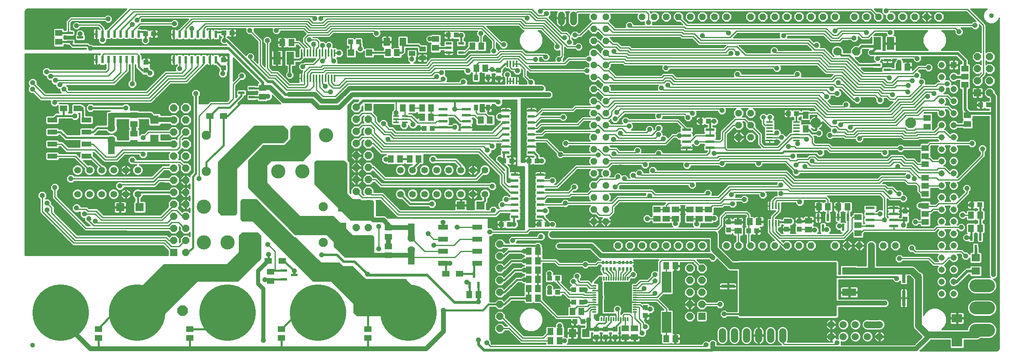
<source format=gtl>
G75*
G70*
%OFA0B0*%
%FSLAX24Y24*%
%IPPOS*%
%LPD*%
%AMOC8*
5,1,8,0,0,1.08239X$1,22.5*
%
%ADD10R,0.0787X0.0394*%
%ADD11R,0.0591X0.0472*%
%ADD12R,0.0140X0.0630*%
%ADD13R,0.0512X0.0591*%
%ADD14R,0.0630X0.1063*%
%ADD15R,0.0591X0.0512*%
%ADD16R,0.0520X0.0220*%
%ADD17R,0.0866X0.0709*%
%ADD18R,0.0220X0.0520*%
%ADD19R,0.2441X0.2283*%
%ADD20R,0.1181X0.0630*%
%ADD21R,0.1130X0.0300*%
%ADD22R,0.0433X0.0394*%
%ADD23R,0.0394X0.0433*%
%ADD24C,0.0397*%
%ADD25R,0.0780X0.0220*%
%ADD26R,0.0580X0.0140*%
%ADD27R,0.0787X0.1772*%
%ADD28R,0.0472X0.0591*%
%ADD29R,0.0600X0.0220*%
%ADD30C,0.0594*%
%ADD31R,0.0710X0.0630*%
%ADD32R,0.0460X0.0140*%
%ADD33R,0.0220X0.0600*%
%ADD34OC8,0.0630*%
%ADD35C,0.0630*%
%ADD36R,0.0551X0.1417*%
%ADD37C,0.0560*%
%ADD38C,0.0860*%
%ADD39OC8,0.0860*%
%ADD40OC8,0.0554*%
%ADD41OC8,0.0600*%
%ADD42R,0.0240X0.0610*%
%ADD43R,0.0669X0.0709*%
%ADD44C,0.1181*%
%ADD45C,0.0768*%
%ADD46C,0.4685*%
%ADD47C,0.1065*%
%ADD48R,0.0610X0.0240*%
%ADD49R,0.0594X0.0594*%
%ADD50OC8,0.0594*%
%ADD51R,0.0350X0.0500*%
%ADD52C,0.0515*%
%ADD53R,0.0515X0.0515*%
%ADD54C,0.0594*%
%ADD55R,0.0551X0.0394*%
%ADD56R,0.0500X0.0220*%
%ADD57R,0.0551X0.0709*%
%ADD58R,0.0551X0.0551*%
%ADD59R,0.0709X0.0669*%
%ADD60C,0.0554*%
%ADD61C,0.0063*%
%ADD62R,0.0630X0.0709*%
%ADD63R,0.0197X0.0256*%
%ADD64R,0.0436X0.0436*%
%ADD65R,0.0140X0.0520*%
%ADD66C,0.0400*%
%ADD67C,0.0700*%
%ADD68OC8,0.0700*%
%ADD69R,0.0300X0.1280*%
%ADD70OC8,0.0396*%
%ADD71C,0.0120*%
%ADD72C,0.0100*%
%ADD73R,0.0396X0.0396*%
%ADD74C,0.0160*%
%ADD75C,0.0320*%
%ADD76C,0.0400*%
%ADD77C,0.0240*%
%ADD78C,0.0200*%
D10*
X038753Y010728D03*
X038753Y011728D03*
X038753Y012728D03*
X038753Y013728D03*
X041588Y013728D03*
X041588Y012728D03*
X041588Y011728D03*
X041588Y010728D03*
X009188Y019628D03*
X009188Y020628D03*
X009188Y021628D03*
X009188Y022628D03*
X006353Y022628D03*
X006353Y021628D03*
X006353Y020628D03*
X006353Y019628D03*
D11*
X007275Y023578D03*
X008416Y023578D03*
X019400Y022953D03*
X020541Y022953D03*
X024250Y010928D03*
X025391Y010928D03*
X038976Y009840D03*
X040118Y009840D03*
D12*
X029751Y026078D03*
X029491Y026078D03*
X029251Y026078D03*
X028991Y026078D03*
X028751Y026078D03*
X028491Y026078D03*
X028251Y026078D03*
X027991Y026078D03*
X027751Y026078D03*
X027491Y026078D03*
X027251Y026078D03*
X026991Y026078D03*
X026991Y028178D03*
X027251Y028178D03*
X027491Y028178D03*
X027751Y028178D03*
X027991Y028178D03*
X028251Y028178D03*
X028491Y028178D03*
X028751Y028178D03*
X028991Y028178D03*
X029251Y028178D03*
X029491Y028178D03*
X029751Y028178D03*
D13*
X026170Y029053D03*
X025422Y029053D03*
X034172Y028203D03*
X034920Y028203D03*
X041172Y028753D03*
X041920Y028753D03*
X042245Y026928D03*
X041497Y026928D03*
X037745Y023628D03*
X036997Y023628D03*
X036170Y023628D03*
X035422Y023628D03*
X036997Y022853D03*
X037745Y022853D03*
X041872Y022628D03*
X042620Y022628D03*
X036720Y019378D03*
X035972Y019378D03*
X035170Y019378D03*
X034422Y019378D03*
X045847Y011703D03*
X046595Y011703D03*
X046595Y010928D03*
X045847Y010928D03*
X045847Y010153D03*
X046595Y010153D03*
X046595Y009378D03*
X045847Y009378D03*
X045847Y008603D03*
X046595Y008603D03*
X046595Y007828D03*
X045847Y007828D03*
X049472Y006703D03*
X050220Y006703D03*
X048395Y005053D03*
X047647Y005053D03*
X047647Y004278D03*
X048395Y004278D03*
X057247Y004453D03*
X057995Y004453D03*
X041670Y008103D03*
X040922Y008103D03*
X057247Y010503D03*
X057995Y010503D03*
X064172Y014178D03*
X064920Y014178D03*
X069897Y015403D03*
X070645Y015403D03*
X071522Y015403D03*
X072270Y015403D03*
X082522Y014703D03*
X083270Y014703D03*
X083270Y013628D03*
X082522Y013628D03*
X077245Y027003D03*
X076497Y027003D03*
D14*
X075847Y028978D03*
X074744Y028978D03*
X026072Y027753D03*
X024969Y027753D03*
D15*
X023771Y025302D03*
X023771Y024554D03*
X013096Y023027D03*
X013096Y022279D03*
X013096Y021477D03*
X013096Y020729D03*
X034221Y013677D03*
X034221Y012929D03*
X034221Y012127D03*
X034221Y011379D03*
X024446Y010008D03*
X024446Y009260D03*
X025346Y005252D03*
X025346Y004504D03*
X032496Y004504D03*
X032496Y005252D03*
X017746Y005252D03*
X017746Y004504D03*
X010171Y004504D03*
X010171Y005252D03*
X053846Y005327D03*
X054621Y005327D03*
X054621Y004579D03*
X053846Y004579D03*
X063196Y013404D03*
X063196Y014152D03*
X060746Y014429D03*
X059971Y014429D03*
X059196Y014429D03*
X058021Y014429D03*
X057246Y014429D03*
X056471Y014429D03*
X056471Y015177D03*
X057246Y015177D03*
X058021Y015177D03*
X059196Y015177D03*
X059971Y015177D03*
X060746Y015177D03*
X069046Y014252D03*
X069046Y013504D03*
X073146Y013209D03*
X073146Y013878D03*
X073146Y014548D03*
X078721Y014828D03*
X078721Y014159D03*
X078721Y015498D03*
X078721Y016484D03*
X078721Y017153D03*
X078721Y017823D03*
X078721Y018959D03*
X078721Y019628D03*
X078721Y020298D03*
X078871Y022054D03*
X078871Y022802D03*
X082221Y023027D03*
X082221Y022279D03*
X081996Y025559D03*
X081996Y026228D03*
X081996Y026898D03*
X038121Y028604D03*
X038121Y029352D03*
X006871Y029104D03*
X006871Y029852D03*
D16*
X007791Y029848D03*
X008651Y029478D03*
X007791Y029108D03*
X022016Y024878D03*
X022876Y024508D03*
X022876Y025248D03*
X025541Y010123D03*
X026401Y009753D03*
X025541Y009383D03*
D17*
X081346Y006157D03*
X081346Y004149D03*
D18*
X082896Y011998D03*
X083266Y012858D03*
X082526Y012858D03*
X041666Y008923D03*
X040926Y008923D03*
X041296Y009783D03*
D19*
X069584Y009203D03*
D20*
X072410Y008306D03*
X072410Y010101D03*
D21*
X063926Y008803D03*
X062366Y008803D03*
D22*
X064061Y013403D03*
X064730Y013403D03*
X050230Y008528D03*
X049561Y008528D03*
X048255Y008303D03*
X047586Y008303D03*
X049561Y007478D03*
X050230Y007478D03*
X050330Y005878D03*
X049661Y005878D03*
X048230Y009478D03*
X047561Y009478D03*
X047380Y013953D03*
X046711Y013953D03*
X044230Y013953D03*
X043561Y013953D03*
X043786Y019228D03*
X044455Y019228D03*
X045861Y019228D03*
X046530Y019228D03*
X037855Y021928D03*
X037186Y021928D03*
X039186Y029678D03*
X039855Y029678D03*
X021255Y029853D03*
X020586Y029853D03*
X014755Y029778D03*
X014086Y029778D03*
X060086Y022528D03*
X060755Y022528D03*
X067361Y023153D03*
X068030Y023153D03*
X083311Y023878D03*
X083980Y023878D03*
X083255Y015578D03*
X082586Y015578D03*
D23*
X077046Y015063D03*
X077046Y014394D03*
X068271Y014213D03*
X067221Y014213D03*
X067221Y013544D03*
X068271Y013544D03*
X062421Y013469D03*
X062421Y014138D03*
X055521Y007038D03*
X055521Y006369D03*
X052996Y005238D03*
X052221Y005238D03*
X051446Y005238D03*
X051446Y004569D03*
X052221Y004569D03*
X052996Y004569D03*
X043346Y026094D03*
X043346Y026763D03*
X031730Y029103D03*
X031061Y029103D03*
X020546Y027613D03*
X020546Y026944D03*
X014121Y026744D03*
X014121Y027413D03*
D24*
X065295Y022853D03*
X065846Y022853D03*
D25*
X060866Y021803D03*
X060866Y021303D03*
X060866Y020803D03*
X060866Y020303D03*
X058926Y020303D03*
X058926Y020803D03*
X058926Y021303D03*
X058926Y021803D03*
X074151Y015303D03*
X074151Y014803D03*
X074151Y014303D03*
X074151Y013803D03*
X076091Y013803D03*
X076091Y014303D03*
X076091Y014803D03*
X076091Y015303D03*
X040666Y022003D03*
X040666Y022503D03*
X040666Y023003D03*
X040666Y023503D03*
X038726Y023503D03*
X038726Y023003D03*
X038726Y022503D03*
X038726Y022003D03*
D26*
X065811Y021938D03*
X065811Y022188D03*
X065811Y022448D03*
X065811Y021678D03*
X065811Y021418D03*
X065811Y021168D03*
X065811Y020908D03*
X068031Y020908D03*
X068031Y021168D03*
X068031Y021418D03*
X068031Y021678D03*
X068031Y021938D03*
X068031Y022188D03*
X068031Y022448D03*
D27*
X057271Y009152D03*
X057271Y005805D03*
D28*
X068796Y021882D03*
X068796Y023024D03*
D29*
X075571Y026778D03*
X074721Y027178D03*
X075571Y027578D03*
D30*
X066896Y005025D02*
X066896Y004431D01*
X065896Y004431D02*
X065896Y005025D01*
X064896Y005025D02*
X064896Y004431D01*
X063896Y004431D02*
X063896Y005025D01*
X062896Y005025D02*
X062896Y004431D01*
X061896Y004431D02*
X061896Y005025D01*
D31*
X082896Y010069D03*
X082896Y011188D03*
D32*
X035566Y022418D03*
X035566Y022678D03*
X035566Y022938D03*
X034826Y022938D03*
X034826Y022678D03*
X034826Y022418D03*
D33*
X069846Y014503D03*
X070646Y014503D03*
X071496Y014553D03*
X072296Y014553D03*
X071896Y013703D03*
X070246Y013653D03*
D34*
X036121Y012828D03*
X011246Y020953D03*
D35*
X011246Y021953D03*
X036121Y011828D03*
D36*
X036121Y011305D03*
X036121Y013313D03*
X011246Y020469D03*
X011246Y022477D03*
D37*
X047796Y013103D02*
X050546Y013103D01*
X054921Y013103D01*
X061221Y013103D01*
X061221Y011903D01*
X062596Y010528D01*
X063796Y010528D01*
X072410Y010101D02*
X074271Y010101D01*
X074241Y010130D01*
X074241Y012193D01*
X074271Y010101D02*
X076996Y010101D01*
X077598Y010101D01*
X078146Y009553D01*
X078146Y005528D01*
X078896Y004778D01*
X081521Y004778D01*
X082968Y004778D01*
X083433Y005165D01*
X074921Y005628D02*
X073921Y005628D01*
X049546Y030798D02*
X049546Y031358D01*
X048546Y031358D02*
X048546Y030798D01*
D38*
X069641Y022378D03*
D39*
X077511Y022378D03*
X031977Y006835D03*
X017133Y006778D03*
D40*
X051241Y014193D03*
X052241Y014193D03*
X052241Y015193D03*
X051241Y015193D03*
X051241Y016193D03*
X052241Y016193D03*
X052241Y017193D03*
X051241Y017193D03*
X051241Y018193D03*
X052241Y018193D03*
X052241Y019193D03*
X051241Y019193D03*
X051241Y020193D03*
X052241Y020193D03*
X052241Y021193D03*
X051241Y021193D03*
X051241Y022193D03*
X052241Y022193D03*
X052241Y023193D03*
X051241Y023193D03*
X051241Y024193D03*
X052241Y024193D03*
X052241Y025193D03*
X051241Y025193D03*
X051241Y026193D03*
X052241Y026193D03*
X052241Y027193D03*
X051241Y027193D03*
X051241Y028193D03*
X052241Y028193D03*
X052241Y029193D03*
X051241Y029193D03*
X051241Y030193D03*
X052241Y030193D03*
X052241Y031193D03*
X051241Y031193D03*
X055241Y031193D03*
X056241Y031193D03*
X057241Y031193D03*
X058241Y031193D03*
X059241Y031193D03*
X060241Y031193D03*
X061241Y031193D03*
X062241Y031193D03*
X064241Y031193D03*
X065241Y031193D03*
X066241Y031193D03*
X067241Y031193D03*
X068241Y031193D03*
X069241Y031193D03*
X070241Y031193D03*
X071241Y031193D03*
X072841Y031193D03*
X073841Y031193D03*
X074841Y031193D03*
X075841Y031193D03*
X076841Y031193D03*
X077841Y031193D03*
X078841Y031193D03*
X079841Y031193D03*
X064241Y023193D03*
X063241Y023193D03*
X063241Y022193D03*
X064241Y022193D03*
X064241Y021193D03*
X064241Y012193D03*
X063241Y012193D03*
X062241Y012193D03*
X060241Y012193D03*
X059241Y012193D03*
X058241Y012193D03*
X057241Y012193D03*
X056241Y012193D03*
X055241Y012193D03*
X054241Y012193D03*
X053241Y012193D03*
X065241Y012193D03*
X066241Y012193D03*
X067241Y012193D03*
X068241Y012193D03*
X069241Y012193D03*
X071241Y012193D03*
X072241Y012193D03*
X073241Y012193D03*
X074241Y012193D03*
X075241Y012193D03*
X076241Y012193D03*
D41*
X063241Y021193D03*
D42*
X019921Y027618D03*
X019421Y027618D03*
X018921Y027618D03*
X018421Y027618D03*
X017921Y027618D03*
X017421Y027618D03*
X016921Y027618D03*
X016421Y027618D03*
X013496Y027643D03*
X012996Y027643D03*
X012496Y027643D03*
X011996Y027643D03*
X011496Y027643D03*
X010996Y027643D03*
X010496Y027643D03*
X009996Y027643D03*
X009996Y029763D03*
X010496Y029763D03*
X010996Y029763D03*
X011496Y029763D03*
X011996Y029763D03*
X012496Y029763D03*
X012996Y029763D03*
X013496Y029763D03*
X016421Y029738D03*
X016921Y029738D03*
X017421Y029738D03*
X017921Y029738D03*
X018421Y029738D03*
X018921Y029738D03*
X019421Y029738D03*
X019921Y029738D03*
D43*
X014821Y022654D03*
X014821Y021039D03*
X030371Y015360D03*
X030371Y013746D03*
D44*
X022866Y012440D03*
X020882Y012440D03*
X018898Y012440D03*
X018898Y015417D03*
X020882Y015417D03*
X022866Y015417D03*
X025075Y018365D03*
X027060Y018365D03*
X029044Y018365D03*
X029044Y021342D03*
X027060Y021342D03*
X025075Y021342D03*
D45*
X019123Y021342D03*
X019123Y018365D03*
X028819Y015417D03*
X028819Y012440D03*
D46*
X028374Y006622D03*
X020874Y006622D03*
X013374Y006622D03*
X007055Y006622D03*
X035874Y006622D03*
D47*
X082901Y007015D02*
X083966Y007015D01*
X083966Y005165D02*
X082901Y005165D01*
X082901Y008865D02*
X083966Y008865D01*
D48*
X046806Y014578D03*
X046806Y015078D03*
X046806Y015578D03*
X046806Y016078D03*
X046806Y016578D03*
X046806Y017078D03*
X046806Y017578D03*
X046806Y018078D03*
X044686Y018078D03*
X044686Y017578D03*
X044686Y017078D03*
X044686Y016578D03*
X044686Y016078D03*
X044686Y015578D03*
X044686Y015078D03*
X044686Y014578D03*
X043936Y019903D03*
X043936Y020403D03*
X043936Y020903D03*
X043936Y021403D03*
X043936Y021903D03*
X043936Y022403D03*
X043936Y022903D03*
X043936Y023403D03*
X046056Y023403D03*
X046056Y022903D03*
X046056Y022403D03*
X046056Y021903D03*
X046056Y021403D03*
X046056Y020903D03*
X046056Y020403D03*
X046056Y019903D03*
D49*
X032548Y023673D03*
X016407Y011618D03*
X060196Y006303D03*
X083046Y024878D03*
D50*
X084046Y024878D03*
X084046Y025878D03*
X083046Y025878D03*
X083046Y026878D03*
X084046Y026878D03*
X084046Y027878D03*
X083046Y027878D03*
X043446Y012303D03*
X043446Y011303D03*
X043446Y010303D03*
X043446Y009303D03*
X043446Y008303D03*
X043446Y007303D03*
X043446Y006303D03*
X043446Y005303D03*
X059196Y006303D03*
X059196Y007303D03*
X060196Y007303D03*
X060196Y008303D03*
X059196Y008303D03*
X059196Y009303D03*
X060196Y009303D03*
X060196Y010303D03*
X059196Y010303D03*
X032548Y011673D03*
X031548Y011673D03*
X031548Y012673D03*
X032548Y012673D03*
X032548Y013673D03*
X031548Y013673D03*
X031548Y014673D03*
X032548Y014673D03*
X032548Y015673D03*
X031548Y015673D03*
X031548Y016673D03*
X032548Y016673D03*
X032548Y017673D03*
X031548Y017673D03*
X031548Y018673D03*
X032548Y018673D03*
X032548Y019673D03*
X031548Y019673D03*
X031548Y020673D03*
X032548Y020673D03*
X032548Y021673D03*
X031548Y021673D03*
X031548Y022673D03*
X032548Y022673D03*
X031548Y023673D03*
X017407Y023618D03*
X016407Y023618D03*
X016407Y022618D03*
X017407Y022618D03*
X017407Y021618D03*
X016407Y021618D03*
X016407Y020618D03*
X017407Y020618D03*
X017407Y019618D03*
X016407Y019618D03*
X016407Y018618D03*
X017407Y018618D03*
X017407Y017618D03*
X016407Y017618D03*
X016407Y016618D03*
X017407Y016618D03*
X017407Y015618D03*
X016407Y015618D03*
X016407Y014618D03*
X017407Y014618D03*
X017407Y013618D03*
X016407Y013618D03*
X016407Y012618D03*
X017407Y012618D03*
X017407Y011618D03*
D51*
X041471Y023653D03*
X042471Y023653D03*
X042471Y026153D03*
X041471Y026153D03*
D52*
X080071Y026196D03*
X081071Y026196D03*
X081071Y025196D03*
X080071Y025196D03*
X080071Y024196D03*
X081071Y024196D03*
X081071Y023196D03*
X080071Y023196D03*
X080071Y022196D03*
X081071Y022196D03*
X081071Y021196D03*
X080071Y021196D03*
X080071Y020196D03*
X081071Y020196D03*
X081071Y019196D03*
X080071Y019196D03*
X080071Y018196D03*
X081071Y018196D03*
X081071Y017196D03*
X080071Y017196D03*
X080071Y016196D03*
X081071Y016196D03*
X081071Y015196D03*
X080071Y015196D03*
X080071Y014196D03*
X081071Y014196D03*
X081071Y013196D03*
X080071Y013196D03*
X080071Y012196D03*
X081071Y012196D03*
X081071Y011196D03*
X080071Y011196D03*
X080071Y010196D03*
X081071Y010196D03*
X081071Y009196D03*
X080071Y009196D03*
X080071Y008196D03*
X081071Y008196D03*
X080071Y027196D03*
D53*
X081071Y027196D03*
D54*
X074921Y005628D03*
X073921Y005628D03*
X072921Y005628D03*
X071921Y005628D03*
X070921Y005628D03*
X070921Y004628D03*
X071921Y004628D03*
X072921Y004628D03*
X073921Y004628D03*
X074921Y004628D03*
D55*
X037029Y027779D03*
X036162Y028153D03*
X037029Y028527D03*
D56*
X039211Y028603D03*
X039211Y028233D03*
X040231Y028233D03*
X040231Y028973D03*
X039211Y028973D03*
D57*
X035415Y029103D03*
X034076Y029103D03*
D58*
X032619Y028203D03*
X031123Y028203D03*
D59*
X040213Y015528D03*
X041828Y015528D03*
X013584Y015378D03*
X011969Y015378D03*
D60*
X012433Y016464D03*
X011433Y016464D03*
X010433Y016464D03*
X009433Y016464D03*
X008433Y016464D03*
X008433Y018464D03*
X009433Y018464D03*
X010433Y018464D03*
X011433Y018464D03*
X012433Y018464D03*
X013433Y018464D03*
X013433Y016464D03*
X035205Y016464D03*
X036205Y016464D03*
X037205Y016464D03*
X038205Y016464D03*
X039205Y016464D03*
X040205Y016464D03*
X041205Y016464D03*
X042205Y016464D03*
X042205Y018464D03*
X041205Y018464D03*
X040205Y018464D03*
X039205Y018464D03*
X038205Y018464D03*
X037205Y018464D03*
X036205Y018464D03*
X035205Y018464D03*
D61*
X051920Y009597D02*
X051920Y009325D01*
X051856Y009325D01*
X051856Y009597D01*
X051920Y009597D01*
X051920Y009387D02*
X051856Y009387D01*
X051856Y009449D02*
X051920Y009449D01*
X051920Y009511D02*
X051856Y009511D01*
X051856Y009573D02*
X051920Y009573D01*
X052117Y009597D02*
X052117Y009325D01*
X052053Y009325D01*
X052053Y009597D01*
X052117Y009597D01*
X052117Y009387D02*
X052053Y009387D01*
X052053Y009449D02*
X052117Y009449D01*
X052117Y009511D02*
X052053Y009511D01*
X052053Y009573D02*
X052117Y009573D01*
X052314Y009597D02*
X052314Y009325D01*
X052250Y009325D01*
X052250Y009597D01*
X052314Y009597D01*
X052314Y009387D02*
X052250Y009387D01*
X052250Y009449D02*
X052314Y009449D01*
X052314Y009511D02*
X052250Y009511D01*
X052250Y009573D02*
X052314Y009573D01*
X052510Y009597D02*
X052510Y009325D01*
X052446Y009325D01*
X052446Y009597D01*
X052510Y009597D01*
X052510Y009387D02*
X052446Y009387D01*
X052446Y009449D02*
X052510Y009449D01*
X052510Y009511D02*
X052446Y009511D01*
X052446Y009573D02*
X052510Y009573D01*
X052707Y009597D02*
X052707Y009325D01*
X052643Y009325D01*
X052643Y009597D01*
X052707Y009597D01*
X052707Y009387D02*
X052643Y009387D01*
X052643Y009449D02*
X052707Y009449D01*
X052707Y009511D02*
X052643Y009511D01*
X052643Y009573D02*
X052707Y009573D01*
X052904Y009597D02*
X052904Y009325D01*
X052840Y009325D01*
X052840Y009597D01*
X052904Y009597D01*
X052904Y009387D02*
X052840Y009387D01*
X052840Y009449D02*
X052904Y009449D01*
X052904Y009511D02*
X052840Y009511D01*
X052840Y009573D02*
X052904Y009573D01*
X053101Y009597D02*
X053101Y009325D01*
X053037Y009325D01*
X053037Y009597D01*
X053101Y009597D01*
X053101Y009387D02*
X053037Y009387D01*
X053037Y009449D02*
X053101Y009449D01*
X053101Y009511D02*
X053037Y009511D01*
X053037Y009573D02*
X053101Y009573D01*
X053298Y009597D02*
X053298Y009325D01*
X053234Y009325D01*
X053234Y009597D01*
X053298Y009597D01*
X053298Y009387D02*
X053234Y009387D01*
X053234Y009449D02*
X053298Y009449D01*
X053298Y009511D02*
X053234Y009511D01*
X053234Y009573D02*
X053298Y009573D01*
X053495Y009597D02*
X053495Y009325D01*
X053431Y009325D01*
X053431Y009597D01*
X053495Y009597D01*
X053495Y009387D02*
X053431Y009387D01*
X053431Y009449D02*
X053495Y009449D01*
X053495Y009511D02*
X053431Y009511D01*
X053431Y009573D02*
X053495Y009573D01*
X053692Y009597D02*
X053692Y009325D01*
X053628Y009325D01*
X053628Y009597D01*
X053692Y009597D01*
X053692Y009387D02*
X053628Y009387D01*
X053628Y009449D02*
X053692Y009449D01*
X053692Y009511D02*
X053628Y009511D01*
X053628Y009573D02*
X053692Y009573D01*
X053888Y009597D02*
X053888Y009325D01*
X053824Y009325D01*
X053824Y009597D01*
X053888Y009597D01*
X053888Y009387D02*
X053824Y009387D01*
X053824Y009449D02*
X053888Y009449D01*
X053888Y009511D02*
X053824Y009511D01*
X053824Y009573D02*
X053888Y009573D01*
X054085Y009597D02*
X054085Y009325D01*
X054021Y009325D01*
X054021Y009597D01*
X054085Y009597D01*
X054085Y009387D02*
X054021Y009387D01*
X054021Y009449D02*
X054085Y009449D01*
X054085Y009511D02*
X054021Y009511D01*
X054021Y009573D02*
X054085Y009573D01*
X054518Y008829D02*
X054790Y008829D01*
X054518Y008829D02*
X054518Y008893D01*
X054790Y008893D01*
X054790Y008829D01*
X054790Y008891D02*
X054518Y008891D01*
X054518Y008632D02*
X054790Y008632D01*
X054518Y008632D02*
X054518Y008696D01*
X054790Y008696D01*
X054790Y008632D01*
X054790Y008694D02*
X054518Y008694D01*
X054518Y008435D02*
X054790Y008435D01*
X054518Y008435D02*
X054518Y008499D01*
X054790Y008499D01*
X054790Y008435D01*
X054790Y008497D02*
X054518Y008497D01*
X054518Y008238D02*
X054790Y008238D01*
X054518Y008238D02*
X054518Y008302D01*
X054790Y008302D01*
X054790Y008238D01*
X054790Y008300D02*
X054518Y008300D01*
X054518Y008042D02*
X054790Y008042D01*
X054518Y008042D02*
X054518Y008106D01*
X054790Y008106D01*
X054790Y008042D01*
X054790Y008104D02*
X054518Y008104D01*
X054518Y007845D02*
X054790Y007845D01*
X054518Y007845D02*
X054518Y007909D01*
X054790Y007909D01*
X054790Y007845D01*
X054790Y007907D02*
X054518Y007907D01*
X054518Y007648D02*
X054790Y007648D01*
X054518Y007648D02*
X054518Y007712D01*
X054790Y007712D01*
X054790Y007648D01*
X054790Y007710D02*
X054518Y007710D01*
X054518Y007451D02*
X054790Y007451D01*
X054518Y007451D02*
X054518Y007515D01*
X054790Y007515D01*
X054790Y007451D01*
X054790Y007513D02*
X054518Y007513D01*
X054518Y007254D02*
X054790Y007254D01*
X054518Y007254D02*
X054518Y007318D01*
X054790Y007318D01*
X054790Y007254D01*
X054790Y007316D02*
X054518Y007316D01*
X054518Y007057D02*
X054790Y007057D01*
X054518Y007057D02*
X054518Y007121D01*
X054790Y007121D01*
X054790Y007057D01*
X054790Y007119D02*
X054518Y007119D01*
X054518Y006861D02*
X054790Y006861D01*
X054518Y006861D02*
X054518Y006925D01*
X054790Y006925D01*
X054790Y006861D01*
X054790Y006923D02*
X054518Y006923D01*
X054518Y006664D02*
X054790Y006664D01*
X054518Y006664D02*
X054518Y006728D01*
X054790Y006728D01*
X054790Y006664D01*
X054790Y006726D02*
X054518Y006726D01*
X054085Y006231D02*
X054085Y005959D01*
X054021Y005959D01*
X054021Y006231D01*
X054085Y006231D01*
X054085Y006021D02*
X054021Y006021D01*
X054021Y006083D02*
X054085Y006083D01*
X054085Y006145D02*
X054021Y006145D01*
X054021Y006207D02*
X054085Y006207D01*
X053888Y006231D02*
X053888Y005959D01*
X053824Y005959D01*
X053824Y006231D01*
X053888Y006231D01*
X053888Y006021D02*
X053824Y006021D01*
X053824Y006083D02*
X053888Y006083D01*
X053888Y006145D02*
X053824Y006145D01*
X053824Y006207D02*
X053888Y006207D01*
X053692Y006231D02*
X053692Y005959D01*
X053628Y005959D01*
X053628Y006231D01*
X053692Y006231D01*
X053692Y006021D02*
X053628Y006021D01*
X053628Y006083D02*
X053692Y006083D01*
X053692Y006145D02*
X053628Y006145D01*
X053628Y006207D02*
X053692Y006207D01*
X053495Y006231D02*
X053495Y005959D01*
X053431Y005959D01*
X053431Y006231D01*
X053495Y006231D01*
X053495Y006021D02*
X053431Y006021D01*
X053431Y006083D02*
X053495Y006083D01*
X053495Y006145D02*
X053431Y006145D01*
X053431Y006207D02*
X053495Y006207D01*
X053298Y006231D02*
X053298Y005959D01*
X053234Y005959D01*
X053234Y006231D01*
X053298Y006231D01*
X053298Y006021D02*
X053234Y006021D01*
X053234Y006083D02*
X053298Y006083D01*
X053298Y006145D02*
X053234Y006145D01*
X053234Y006207D02*
X053298Y006207D01*
X053101Y006231D02*
X053101Y005959D01*
X053037Y005959D01*
X053037Y006231D01*
X053101Y006231D01*
X053101Y006021D02*
X053037Y006021D01*
X053037Y006083D02*
X053101Y006083D01*
X053101Y006145D02*
X053037Y006145D01*
X053037Y006207D02*
X053101Y006207D01*
X052904Y006231D02*
X052904Y005959D01*
X052840Y005959D01*
X052840Y006231D01*
X052904Y006231D01*
X052904Y006021D02*
X052840Y006021D01*
X052840Y006083D02*
X052904Y006083D01*
X052904Y006145D02*
X052840Y006145D01*
X052840Y006207D02*
X052904Y006207D01*
X052707Y006231D02*
X052707Y005959D01*
X052643Y005959D01*
X052643Y006231D01*
X052707Y006231D01*
X052707Y006021D02*
X052643Y006021D01*
X052643Y006083D02*
X052707Y006083D01*
X052707Y006145D02*
X052643Y006145D01*
X052643Y006207D02*
X052707Y006207D01*
X052510Y006231D02*
X052510Y005959D01*
X052446Y005959D01*
X052446Y006231D01*
X052510Y006231D01*
X052510Y006021D02*
X052446Y006021D01*
X052446Y006083D02*
X052510Y006083D01*
X052510Y006145D02*
X052446Y006145D01*
X052446Y006207D02*
X052510Y006207D01*
X052314Y006231D02*
X052314Y005959D01*
X052250Y005959D01*
X052250Y006231D01*
X052314Y006231D01*
X052314Y006021D02*
X052250Y006021D01*
X052250Y006083D02*
X052314Y006083D01*
X052314Y006145D02*
X052250Y006145D01*
X052250Y006207D02*
X052314Y006207D01*
X052117Y006231D02*
X052117Y005959D01*
X052053Y005959D01*
X052053Y006231D01*
X052117Y006231D01*
X052117Y006021D02*
X052053Y006021D01*
X052053Y006083D02*
X052117Y006083D01*
X052117Y006145D02*
X052053Y006145D01*
X052053Y006207D02*
X052117Y006207D01*
X051920Y006231D02*
X051920Y005959D01*
X051856Y005959D01*
X051856Y006231D01*
X051920Y006231D01*
X051920Y006021D02*
X051856Y006021D01*
X051856Y006083D02*
X051920Y006083D01*
X051920Y006145D02*
X051856Y006145D01*
X051856Y006207D02*
X051920Y006207D01*
X051423Y006664D02*
X051151Y006664D01*
X051151Y006728D01*
X051423Y006728D01*
X051423Y006664D01*
X051423Y006726D02*
X051151Y006726D01*
X051151Y006861D02*
X051423Y006861D01*
X051151Y006861D02*
X051151Y006925D01*
X051423Y006925D01*
X051423Y006861D01*
X051423Y006923D02*
X051151Y006923D01*
X051151Y007057D02*
X051423Y007057D01*
X051151Y007057D02*
X051151Y007121D01*
X051423Y007121D01*
X051423Y007057D01*
X051423Y007119D02*
X051151Y007119D01*
X051151Y007254D02*
X051423Y007254D01*
X051151Y007254D02*
X051151Y007318D01*
X051423Y007318D01*
X051423Y007254D01*
X051423Y007316D02*
X051151Y007316D01*
X051151Y007451D02*
X051423Y007451D01*
X051151Y007451D02*
X051151Y007515D01*
X051423Y007515D01*
X051423Y007451D01*
X051423Y007513D02*
X051151Y007513D01*
X051151Y007648D02*
X051423Y007648D01*
X051151Y007648D02*
X051151Y007712D01*
X051423Y007712D01*
X051423Y007648D01*
X051423Y007710D02*
X051151Y007710D01*
X051151Y007845D02*
X051423Y007845D01*
X051151Y007845D02*
X051151Y007909D01*
X051423Y007909D01*
X051423Y007845D01*
X051423Y007907D02*
X051151Y007907D01*
X051151Y008042D02*
X051423Y008042D01*
X051151Y008042D02*
X051151Y008106D01*
X051423Y008106D01*
X051423Y008042D01*
X051423Y008104D02*
X051151Y008104D01*
X051151Y008238D02*
X051423Y008238D01*
X051151Y008238D02*
X051151Y008302D01*
X051423Y008302D01*
X051423Y008238D01*
X051423Y008300D02*
X051151Y008300D01*
X051151Y008435D02*
X051423Y008435D01*
X051151Y008435D02*
X051151Y008499D01*
X051423Y008499D01*
X051423Y008435D01*
X051423Y008497D02*
X051151Y008497D01*
X051151Y008632D02*
X051423Y008632D01*
X051151Y008632D02*
X051151Y008696D01*
X051423Y008696D01*
X051423Y008632D01*
X051423Y008694D02*
X051151Y008694D01*
X051151Y008829D02*
X051423Y008829D01*
X051151Y008829D02*
X051151Y008893D01*
X051423Y008893D01*
X051423Y008829D01*
X051423Y008891D02*
X051151Y008891D01*
D62*
X050572Y004928D03*
X049469Y004928D03*
D63*
X051998Y010238D03*
X052313Y010238D03*
X052628Y010238D03*
X052943Y010238D03*
X053373Y010238D03*
X053688Y010238D03*
X054003Y010238D03*
X054318Y010238D03*
X054318Y010769D03*
X054003Y010769D03*
X053688Y010769D03*
X053373Y010769D03*
X052943Y010769D03*
X052628Y010769D03*
X052313Y010769D03*
X051998Y010769D03*
D64*
X029977Y006835D03*
X015133Y006778D03*
D65*
X065816Y014058D03*
X066066Y014058D03*
X066326Y014058D03*
X066576Y014058D03*
X066576Y015498D03*
X066326Y015498D03*
X066066Y015498D03*
X065816Y015498D03*
X044826Y025858D03*
X044576Y025858D03*
X044316Y025858D03*
X044066Y025858D03*
X044066Y027298D03*
X044316Y027298D03*
X044576Y027298D03*
X044826Y027298D03*
D66*
X084196Y031278D03*
X004696Y003928D03*
D67*
X071433Y028328D03*
D68*
X073008Y028328D03*
D69*
X076946Y009728D03*
X076946Y007828D03*
D70*
X076946Y008778D03*
X076346Y009453D03*
X078221Y009678D03*
X076571Y011103D03*
X074946Y010778D03*
X077596Y011978D03*
X076071Y013128D03*
X076896Y013878D03*
X077921Y014153D03*
X075346Y014303D03*
X074971Y014828D03*
X075996Y015728D03*
X076896Y016103D03*
X076546Y016478D03*
X075821Y016603D03*
X077296Y017903D03*
X077821Y017753D03*
X076446Y018753D03*
X075371Y019903D03*
X076671Y020278D03*
X075171Y020728D03*
X073271Y021078D03*
X071846Y020728D03*
X070821Y021353D03*
X071196Y021703D03*
X071721Y022228D03*
X071196Y022453D03*
X072496Y022028D03*
X069896Y021528D03*
X068871Y021003D03*
X068146Y020653D03*
X067371Y020403D03*
X066421Y020803D03*
X066796Y021178D03*
X066421Y021553D03*
X067371Y022653D03*
X072146Y023878D03*
X073071Y024303D03*
X071421Y024828D03*
X070971Y025203D03*
X071496Y025728D03*
X069371Y026678D03*
X068121Y026403D03*
X066421Y026928D03*
X064746Y026678D03*
X063146Y026403D03*
X061446Y026678D03*
X058721Y026678D03*
X057221Y026953D03*
X053646Y026678D03*
X050846Y027678D03*
X049221Y027053D03*
X050671Y026703D03*
X049221Y026303D03*
X046921Y025253D03*
X047496Y024728D03*
X046021Y025753D03*
X045446Y025778D03*
X046596Y026303D03*
X044896Y026703D03*
X044071Y026378D03*
X042821Y026803D03*
X041971Y026153D03*
X040796Y026703D03*
X040296Y026378D03*
X040421Y025778D03*
X038746Y026028D03*
X038196Y026203D03*
X038596Y026553D03*
X036146Y027678D03*
X037646Y029353D03*
X040246Y029653D03*
X041871Y029803D03*
X043696Y030078D03*
X043771Y028878D03*
X042946Y028353D03*
X046396Y027653D03*
X047246Y027853D03*
X048346Y027653D03*
X048946Y028053D03*
X048221Y028703D03*
X047321Y028803D03*
X048821Y029453D03*
X049671Y029678D03*
X050521Y029203D03*
X051596Y029678D03*
X049221Y029078D03*
X049971Y028703D03*
X052896Y028303D03*
X053646Y029003D03*
X055746Y029003D03*
X058721Y029003D03*
X060246Y029628D03*
X062396Y029853D03*
X064746Y029628D03*
X064746Y028628D03*
X063146Y028153D03*
X062621Y028153D03*
X066196Y028378D03*
X068221Y028628D03*
X069696Y028828D03*
X070671Y028878D03*
X072446Y029078D03*
X072821Y029428D03*
X073846Y029878D03*
X075821Y029878D03*
X076471Y028978D03*
X074246Y028228D03*
X074771Y027728D03*
X075571Y027178D03*
X076546Y027403D03*
X077821Y027178D03*
X078046Y027728D03*
X078996Y026978D03*
X078021Y026328D03*
X077646Y025878D03*
X077296Y025478D03*
X078396Y025778D03*
X080546Y025628D03*
X079446Y024803D03*
X078921Y024578D03*
X077271Y024953D03*
X075996Y024703D03*
X074971Y024278D03*
X075421Y023878D03*
X070546Y024553D03*
X075746Y026103D03*
X073546Y027653D03*
X071246Y030028D03*
X066971Y029628D03*
X075471Y031678D03*
X081521Y029953D03*
X082846Y030478D03*
X084671Y030353D03*
X084521Y025403D03*
X082596Y020678D03*
X083471Y020228D03*
X081446Y019703D03*
X082171Y016953D03*
X078296Y015503D03*
X081821Y014728D03*
X081696Y013703D03*
X082146Y012853D03*
X084371Y012853D03*
X082069Y011327D03*
X084371Y009778D03*
X081446Y006878D03*
X076921Y006903D03*
X075371Y007403D03*
X073321Y008303D03*
X072421Y008953D03*
X068796Y011353D03*
X064796Y011378D03*
X061096Y011178D03*
X057996Y009978D03*
X056296Y009778D03*
X056296Y009253D03*
X055396Y008628D03*
X056296Y008228D03*
X054196Y007478D03*
X053196Y006903D03*
X051796Y007903D03*
X050546Y007503D03*
X049071Y007478D03*
X050546Y008503D03*
X049071Y008853D03*
X049546Y009203D03*
X049846Y009653D03*
X051546Y010053D03*
X050546Y010603D03*
X049071Y011453D03*
X048371Y012153D03*
X046596Y012128D03*
X045471Y011728D03*
X045471Y010903D03*
X045471Y010153D03*
X047546Y009853D03*
X045471Y009353D03*
X047571Y008678D03*
X045046Y007078D03*
X041671Y007503D03*
X038771Y006828D03*
X042896Y008803D03*
X040721Y009153D03*
X039321Y010703D03*
X037971Y012228D03*
X037496Y013178D03*
X038746Y014103D03*
X039896Y013728D03*
X042621Y013303D03*
X043971Y012878D03*
X044521Y012628D03*
X046846Y012928D03*
X047796Y013103D03*
X047796Y013953D03*
X046196Y013953D03*
X044621Y013953D03*
X043571Y014453D03*
X042921Y015128D03*
X043646Y015578D03*
X043971Y016003D03*
X042821Y017128D03*
X044196Y017578D03*
X043121Y017803D03*
X044446Y018728D03*
X045371Y019278D03*
X046921Y019228D03*
X048471Y019753D03*
X049071Y019253D03*
X050096Y018278D03*
X047796Y017578D03*
X046171Y018078D03*
X045271Y018078D03*
X043446Y019378D03*
X042421Y020103D03*
X042821Y020453D03*
X041621Y019353D03*
X037921Y019353D03*
X037321Y019353D03*
X034021Y019353D03*
X034171Y021028D03*
X033796Y022303D03*
X035496Y022178D03*
X036246Y022253D03*
X036746Y021928D03*
X036596Y022953D03*
X034846Y023203D03*
X034021Y023178D03*
X031071Y023178D03*
X031871Y024728D03*
X029396Y024953D03*
X028971Y025428D03*
X026596Y026078D03*
X026021Y026353D03*
X027096Y027053D03*
X028746Y027503D03*
X029671Y027503D03*
X030121Y028178D03*
X031871Y028528D03*
X032546Y029278D03*
X033221Y029828D03*
X029271Y028828D03*
X028746Y028828D03*
X027996Y028903D03*
X027646Y029278D03*
X024921Y030053D03*
X024171Y029228D03*
X022721Y030053D03*
X021996Y029878D03*
X021321Y029303D03*
X020596Y029228D03*
X017921Y030228D03*
X016471Y030628D03*
X015996Y030128D03*
X015221Y029778D03*
X014071Y029228D03*
X010496Y029278D03*
X009546Y029753D03*
X008646Y029778D03*
X008346Y030453D03*
X010971Y031003D03*
X011971Y031628D03*
X013371Y030928D03*
X012971Y030553D03*
X009496Y028578D03*
X007846Y027628D03*
X005871Y026628D03*
X006221Y026253D03*
X006596Y025903D03*
X006971Y025553D03*
X007321Y025178D03*
X007846Y025303D03*
X006546Y024078D03*
X005921Y023203D03*
X008221Y022953D03*
X008746Y023553D03*
X009496Y023628D03*
X012446Y023628D03*
X015071Y024303D03*
X016896Y024303D03*
X018246Y024828D03*
X018721Y024303D03*
X022096Y024128D03*
X024221Y024578D03*
X026021Y024753D03*
X022046Y026278D03*
X020471Y026478D03*
X022771Y027878D03*
X016921Y026878D03*
X016396Y026903D03*
X014446Y026528D03*
X012971Y025628D03*
X013746Y025303D03*
X011071Y025303D03*
X004721Y025703D03*
X004696Y025178D03*
X006171Y028803D03*
X014121Y027903D03*
X028096Y031053D03*
X028621Y031053D03*
X039871Y025253D03*
X039321Y024728D03*
X042021Y024728D03*
X042821Y025253D03*
X043321Y024103D03*
X043921Y023828D03*
X042871Y023653D03*
X043446Y022903D03*
X045421Y023403D03*
X048696Y022853D03*
X050646Y023203D03*
X051596Y023678D03*
X051596Y022703D03*
X050646Y022078D03*
X051571Y021678D03*
X050646Y021203D03*
X048921Y020678D03*
X051596Y019703D03*
X052921Y019828D03*
X053446Y020303D03*
X052871Y021028D03*
X053446Y021503D03*
X054171Y022103D03*
X053871Y022553D03*
X052996Y022703D03*
X053146Y023253D03*
X055746Y022953D03*
X056621Y022953D03*
X057746Y022178D03*
X056621Y021928D03*
X056621Y021403D03*
X057021Y021053D03*
X058346Y021303D03*
X059771Y020753D03*
X061221Y019853D03*
X061871Y019028D03*
X058946Y018878D03*
X057321Y018753D03*
X056121Y018428D03*
X055496Y018903D03*
X055021Y018203D03*
X054496Y018028D03*
X053771Y017753D03*
X053246Y017903D03*
X053021Y017053D03*
X052846Y016328D03*
X050096Y016078D03*
X048871Y015703D03*
X047221Y015078D03*
X049621Y017053D03*
X053446Y018703D03*
X054871Y020078D03*
X056621Y019853D03*
X057321Y020153D03*
X055871Y021853D03*
X059046Y022828D03*
X059421Y023178D03*
X059996Y023053D03*
X061221Y022503D03*
X061871Y023403D03*
X056846Y025278D03*
X057371Y025503D03*
X055746Y025303D03*
X053646Y025303D03*
X050646Y024678D03*
X041346Y022153D03*
X039721Y022003D03*
X039721Y023503D03*
X057321Y016878D03*
X055871Y016328D03*
X058646Y016903D03*
X059396Y017228D03*
X060421Y017128D03*
X060696Y016553D03*
X062646Y016403D03*
X063721Y016028D03*
X062746Y015653D03*
X065246Y016403D03*
X066746Y016503D03*
X066746Y017228D03*
X068021Y018303D03*
X067996Y018878D03*
X068746Y018753D03*
X069346Y019203D03*
X070021Y019903D03*
X071846Y019678D03*
X071846Y017978D03*
X067746Y019603D03*
X066171Y018728D03*
X064896Y019028D03*
X071071Y016128D03*
X068321Y015803D03*
X065796Y014928D03*
X067521Y014203D03*
X066721Y013503D03*
X069546Y013478D03*
X070546Y013503D03*
X071596Y013803D03*
X061221Y014453D03*
X059771Y013978D03*
X058021Y014003D03*
X055671Y014428D03*
X058621Y015178D03*
X061221Y013103D03*
X054921Y013103D03*
X052021Y012278D03*
X050546Y013103D03*
X055121Y010728D03*
X054496Y009778D03*
X055921Y006903D03*
X055846Y005853D03*
X055521Y005453D03*
X055246Y004928D03*
X055271Y004403D03*
X052596Y004153D03*
X049471Y004278D03*
X048796Y004278D03*
X048396Y005528D03*
X049171Y005878D03*
X050796Y006028D03*
X043946Y004353D03*
X042371Y004103D03*
X041671Y004353D03*
X032471Y009828D03*
X028671Y011403D03*
X026396Y010078D03*
X023971Y009353D03*
X024271Y011453D03*
X024221Y012278D03*
X033421Y011928D03*
X033421Y013778D03*
X033796Y015103D03*
X037796Y015653D03*
X018496Y017753D03*
X013871Y016053D03*
X011296Y015378D03*
X009921Y014228D03*
X009371Y014428D03*
X008996Y014828D03*
X008346Y015303D03*
X005896Y015153D03*
X005896Y015703D03*
X005521Y016353D03*
X006546Y017003D03*
X007871Y017753D03*
X005921Y019003D03*
X011946Y017153D03*
X012971Y019278D03*
X013871Y019778D03*
X013871Y021153D03*
X011896Y021503D03*
X013871Y013228D03*
X013871Y011753D03*
X023846Y004303D03*
X057996Y005053D03*
X060546Y003953D03*
X061096Y004053D03*
X062046Y006503D03*
X061696Y007303D03*
X062371Y008353D03*
X062371Y009253D03*
X071396Y004103D03*
X076296Y004678D03*
X083346Y003953D03*
X055771Y030703D03*
X054196Y030478D03*
X053646Y030478D03*
X047321Y031453D03*
X046796Y031653D03*
X045721Y031078D03*
D71*
X044066Y027298D02*
X044001Y027298D01*
X068030Y023153D02*
X068030Y022449D01*
X068031Y022448D01*
X066596Y014153D02*
X066576Y014133D01*
X066576Y014058D01*
X063346Y010753D02*
X071321Y010753D01*
X071321Y006378D01*
X063346Y006378D01*
X063346Y010753D01*
X063346Y010662D02*
X071321Y010662D01*
X071321Y010544D02*
X063346Y010544D01*
X063346Y010425D02*
X071321Y010425D01*
X071321Y010307D02*
X063346Y010307D01*
X063346Y010188D02*
X071321Y010188D01*
X071321Y010070D02*
X063346Y010070D01*
X063346Y009951D02*
X071321Y009951D01*
X071321Y009833D02*
X063346Y009833D01*
X063346Y009714D02*
X071321Y009714D01*
X071321Y009596D02*
X063346Y009596D01*
X063346Y009477D02*
X071321Y009477D01*
X071321Y009359D02*
X063346Y009359D01*
X063346Y009240D02*
X071321Y009240D01*
X071321Y009122D02*
X063346Y009122D01*
X063346Y009003D02*
X071321Y009003D01*
X071321Y008885D02*
X063346Y008885D01*
X063346Y008766D02*
X071321Y008766D01*
X071321Y008648D02*
X063346Y008648D01*
X063346Y008529D02*
X071321Y008529D01*
X071321Y008411D02*
X063346Y008411D01*
X063346Y008292D02*
X071321Y008292D01*
X071321Y008174D02*
X063346Y008174D01*
X063346Y008055D02*
X071321Y008055D01*
X071321Y007937D02*
X063346Y007937D01*
X063346Y007818D02*
X071321Y007818D01*
X071321Y007700D02*
X063346Y007700D01*
X063346Y007581D02*
X071321Y007581D01*
X071321Y007463D02*
X063346Y007463D01*
X063346Y007344D02*
X071321Y007344D01*
X071321Y007226D02*
X063346Y007226D01*
X063346Y007107D02*
X071321Y007107D01*
X071321Y006989D02*
X063346Y006989D01*
X063346Y006870D02*
X071321Y006870D01*
X071321Y006752D02*
X063346Y006752D01*
X063346Y006633D02*
X071321Y006633D01*
X071321Y006515D02*
X063346Y006515D01*
X063346Y006396D02*
X071321Y006396D01*
X054654Y007483D02*
X054378Y007483D01*
X053463Y006095D02*
X053463Y005820D01*
X053121Y005478D01*
X053121Y005363D01*
X052996Y005238D01*
X052671Y005803D02*
X052346Y005478D01*
X052346Y005378D01*
X052221Y005253D01*
X052171Y005703D02*
X051646Y005703D01*
X051446Y005503D01*
X051446Y005238D01*
X052171Y005703D02*
X052282Y005814D01*
X052282Y006095D01*
X052671Y006103D02*
X052671Y005803D01*
X052675Y006095D02*
X052675Y006099D01*
X052671Y006103D01*
X053066Y006098D02*
X053066Y005993D01*
X053069Y006095D02*
X053071Y006097D01*
X053071Y006103D01*
X053066Y006098D01*
X046596Y008603D02*
X046595Y008604D01*
X046595Y009378D01*
X046595Y010153D01*
X046595Y011703D02*
X046596Y011704D01*
X045847Y008603D02*
X045847Y007828D01*
X010496Y029278D02*
X010496Y029763D01*
D72*
X010496Y030228D01*
X010196Y030528D01*
X008421Y030528D01*
X008346Y030453D01*
X007997Y030461D02*
X007871Y030461D01*
X007871Y030363D02*
X007997Y030363D01*
X007997Y030309D02*
X008201Y030105D01*
X008480Y030105D01*
X008297Y029923D01*
X008297Y029707D01*
X008241Y029650D01*
X008241Y029306D01*
X008328Y029218D01*
X008973Y029218D01*
X009061Y029306D01*
X009061Y029650D01*
X008994Y029717D01*
X008994Y029923D01*
X008790Y030126D01*
X008511Y030126D01*
X008694Y030309D01*
X008694Y030328D01*
X010113Y030328D01*
X010268Y030173D01*
X010243Y030148D01*
X010236Y030160D01*
X010208Y030188D01*
X010173Y030208D01*
X010135Y030218D01*
X010006Y030218D01*
X010006Y029773D01*
X009986Y029773D01*
X009986Y029753D01*
X010006Y029753D01*
X010006Y029308D01*
X010135Y029308D01*
X010147Y029312D01*
X010147Y029134D01*
X010351Y028930D01*
X010640Y028930D01*
X010844Y029134D01*
X010844Y029308D01*
X011178Y029308D01*
X011246Y029376D01*
X011313Y029308D01*
X011678Y029308D01*
X011746Y029376D01*
X011813Y029308D01*
X012178Y029308D01*
X012246Y029376D01*
X012313Y029308D01*
X012678Y029308D01*
X012746Y029376D01*
X012813Y029308D01*
X013178Y029308D01*
X013246Y029376D01*
X013313Y029308D01*
X013678Y029308D01*
X013722Y029353D01*
X013722Y029084D01*
X013926Y028880D01*
X014215Y028880D01*
X014419Y029084D01*
X014419Y029373D01*
X014360Y029431D01*
X014365Y029431D01*
X014421Y029487D01*
X014447Y029461D01*
X014481Y029442D01*
X014519Y029431D01*
X014707Y029431D01*
X014707Y029730D01*
X014804Y029730D01*
X014804Y029827D01*
X015122Y029827D01*
X015122Y029995D01*
X015111Y030033D01*
X015092Y030067D01*
X015064Y030095D01*
X015030Y030115D01*
X014991Y030125D01*
X014804Y030125D01*
X014804Y029827D01*
X014707Y029827D01*
X014707Y030125D01*
X014519Y030125D01*
X014481Y030115D01*
X014447Y030095D01*
X014421Y030069D01*
X014365Y030125D01*
X014239Y030125D01*
X014181Y030183D01*
X013713Y030183D01*
X013678Y030218D01*
X013468Y030218D01*
X013678Y030428D01*
X016178Y030428D01*
X016326Y030280D01*
X016615Y030280D01*
X016819Y030484D01*
X016819Y030773D01*
X016615Y030976D01*
X016326Y030976D01*
X016178Y030828D01*
X013719Y030828D01*
X013719Y030994D01*
X013753Y031028D01*
X017638Y031028D01*
X016838Y030228D01*
X016803Y030193D01*
X016738Y030193D01*
X016668Y030123D01*
X016661Y030135D01*
X016633Y030163D01*
X016598Y030183D01*
X016560Y030193D01*
X016431Y030193D01*
X016431Y029748D01*
X016411Y029748D01*
X016411Y029728D01*
X016431Y029728D01*
X016431Y029283D01*
X016560Y029283D01*
X016598Y029294D01*
X016633Y029313D01*
X016661Y029341D01*
X016668Y029354D01*
X016738Y029283D01*
X017103Y029283D01*
X017171Y029351D01*
X017238Y029283D01*
X017603Y029283D01*
X017671Y029351D01*
X017738Y029283D01*
X018103Y029283D01*
X018171Y029351D01*
X018238Y029283D01*
X018603Y029283D01*
X018671Y029351D01*
X018738Y029283D01*
X019103Y029283D01*
X019173Y029354D01*
X019181Y029341D01*
X019208Y029313D01*
X019243Y029294D01*
X019281Y029283D01*
X019411Y029283D01*
X019411Y029728D01*
X019431Y029728D01*
X019431Y029283D01*
X019560Y029283D01*
X019598Y029294D01*
X019633Y029313D01*
X019661Y029341D01*
X019668Y029354D01*
X019738Y029283D01*
X020103Y029283D01*
X020191Y029371D01*
X020191Y029698D01*
X020219Y029698D01*
X020219Y029594D01*
X020307Y029506D01*
X020366Y029506D01*
X020366Y029491D01*
X020247Y029373D01*
X020247Y029084D01*
X020451Y028880D01*
X020740Y028880D01*
X020751Y028891D01*
X020794Y028848D01*
X009718Y028848D01*
X009640Y028926D01*
X009473Y028926D01*
X009341Y029058D01*
X008201Y029058D01*
X008201Y029280D01*
X008113Y029368D01*
X007468Y029368D01*
X007438Y029338D01*
X007316Y029338D01*
X007316Y029422D01*
X007260Y029478D01*
X007316Y029534D01*
X007316Y029618D01*
X007438Y029618D01*
X007468Y029588D01*
X008113Y029588D01*
X008201Y029676D01*
X008201Y030020D01*
X008113Y030108D01*
X007871Y030108D01*
X007871Y030671D01*
X008003Y030803D01*
X010678Y030803D01*
X010826Y030655D01*
X011115Y030655D01*
X011319Y030859D01*
X011319Y031148D01*
X011115Y031351D01*
X010826Y031351D01*
X010678Y031203D01*
X007838Y031203D01*
X007471Y030836D01*
X007471Y030108D01*
X007468Y030108D01*
X007438Y030078D01*
X007316Y030078D01*
X007316Y030170D01*
X007228Y030258D01*
X006513Y030258D01*
X006425Y030170D01*
X006425Y029534D01*
X006481Y029478D01*
X006425Y029422D01*
X006425Y028786D01*
X006513Y028698D01*
X007228Y028698D01*
X007316Y028786D01*
X007316Y028878D01*
X007438Y028878D01*
X007468Y028848D01*
X007700Y028848D01*
X007950Y028598D01*
X009147Y028598D01*
X009147Y028503D01*
X004079Y028503D01*
X004079Y031622D01*
X004081Y031656D01*
X004103Y031722D01*
X004143Y031778D01*
X004199Y031818D01*
X004265Y031840D01*
X004299Y031843D01*
X012502Y031843D01*
X010878Y030218D01*
X010813Y030218D01*
X010746Y030150D01*
X010696Y030200D01*
X010696Y030311D01*
X010578Y030428D01*
X010396Y030611D01*
X010278Y030728D01*
X008563Y030728D01*
X008490Y030801D01*
X008201Y030801D01*
X007997Y030598D01*
X007997Y030309D01*
X008042Y030264D02*
X007871Y030264D01*
X007871Y030166D02*
X008141Y030166D01*
X008154Y030067D02*
X008442Y030067D01*
X008344Y029969D02*
X008201Y029969D01*
X008201Y029870D02*
X008297Y029870D01*
X008297Y029772D02*
X008201Y029772D01*
X008198Y029673D02*
X008263Y029673D01*
X008241Y029575D02*
X007316Y029575D01*
X007262Y029476D02*
X008241Y029476D01*
X008241Y029378D02*
X007316Y029378D01*
X007316Y028787D02*
X007762Y028787D01*
X007860Y028688D02*
X004079Y028688D01*
X004079Y028590D02*
X009147Y028590D01*
X009415Y028984D02*
X010298Y028984D01*
X010199Y029082D02*
X008201Y029082D01*
X008201Y029181D02*
X010147Y029181D01*
X010147Y029279D02*
X009034Y029279D01*
X009061Y029378D02*
X009749Y029378D01*
X009756Y029366D02*
X009783Y029338D01*
X009818Y029319D01*
X009856Y029308D01*
X009986Y029308D01*
X009986Y029753D01*
X009726Y029753D01*
X009726Y029439D01*
X009736Y029400D01*
X009756Y029366D01*
X009726Y029476D02*
X009061Y029476D01*
X009061Y029575D02*
X009726Y029575D01*
X009726Y029673D02*
X009038Y029673D01*
X008994Y029772D02*
X009986Y029772D01*
X009986Y029773D02*
X009726Y029773D01*
X009726Y030088D01*
X009736Y030126D01*
X009756Y030160D01*
X009783Y030188D01*
X009818Y030208D01*
X009856Y030218D01*
X009986Y030218D01*
X009986Y029773D01*
X009986Y029870D02*
X010006Y029870D01*
X010006Y029969D02*
X009986Y029969D01*
X009986Y030067D02*
X010006Y030067D01*
X010006Y030166D02*
X009986Y030166D01*
X010177Y030264D02*
X008649Y030264D01*
X008550Y030166D02*
X009761Y030166D01*
X009726Y030067D02*
X008849Y030067D01*
X008947Y029969D02*
X009726Y029969D01*
X009726Y029870D02*
X008994Y029870D01*
X009986Y029673D02*
X010006Y029673D01*
X010006Y029575D02*
X009986Y029575D01*
X009986Y029476D02*
X010006Y029476D01*
X010006Y029378D02*
X009986Y029378D01*
X009681Y028885D02*
X013921Y028885D01*
X013823Y028984D02*
X010693Y028984D01*
X010792Y029082D02*
X013724Y029082D01*
X013722Y029181D02*
X010844Y029181D01*
X010844Y029279D02*
X013722Y029279D01*
X014220Y028885D02*
X020446Y028885D01*
X020348Y028984D02*
X014318Y028984D01*
X014417Y029082D02*
X020249Y029082D01*
X020247Y029181D02*
X014419Y029181D01*
X014419Y029279D02*
X020247Y029279D01*
X020253Y029378D02*
X020191Y029378D01*
X020191Y029476D02*
X020351Y029476D01*
X020239Y029575D02*
X020191Y029575D01*
X020191Y029673D02*
X020219Y029673D01*
X020826Y029506D02*
X020865Y029506D01*
X020921Y029562D01*
X020947Y029536D01*
X020981Y029517D01*
X021019Y029506D01*
X021207Y029506D01*
X021207Y029805D01*
X021304Y029805D01*
X021304Y029902D01*
X021622Y029902D01*
X021622Y030070D01*
X021611Y030108D01*
X021592Y030142D01*
X021564Y030170D01*
X021530Y030190D01*
X021491Y030200D01*
X021304Y030200D01*
X021304Y029902D01*
X021207Y029902D01*
X021207Y030200D01*
X021019Y030200D01*
X020981Y030190D01*
X020947Y030170D01*
X020921Y030144D01*
X020865Y030200D01*
X020307Y030200D01*
X020265Y030158D01*
X020138Y030158D01*
X020103Y030193D01*
X019738Y030193D01*
X019668Y030123D01*
X019661Y030135D01*
X019633Y030163D01*
X019598Y030183D01*
X019560Y030193D01*
X019431Y030193D01*
X019431Y029748D01*
X019411Y029748D01*
X019411Y030193D01*
X019281Y030193D01*
X019243Y030183D01*
X019208Y030163D01*
X019181Y030135D01*
X019173Y030123D01*
X019136Y030160D01*
X019178Y030203D01*
X022378Y030203D01*
X022372Y030198D01*
X022372Y029909D01*
X022576Y029705D01*
X022786Y029705D01*
X023371Y029121D01*
X023371Y027336D01*
X023046Y027661D01*
X023119Y027734D01*
X023119Y028023D01*
X022915Y028226D01*
X022626Y028226D01*
X022422Y028023D01*
X022422Y027983D01*
X021049Y029356D01*
X020973Y029432D01*
X020874Y029473D01*
X020843Y029473D01*
X020826Y029491D01*
X020826Y029506D01*
X020840Y029476D02*
X023015Y029476D01*
X023113Y029378D02*
X021028Y029378D01*
X021049Y029356D02*
X021049Y029356D01*
X021126Y029279D02*
X023212Y029279D01*
X023310Y029181D02*
X021225Y029181D01*
X021323Y029082D02*
X023371Y029082D01*
X023371Y028984D02*
X021422Y028984D01*
X021520Y028885D02*
X023371Y028885D01*
X023371Y028787D02*
X021619Y028787D01*
X021717Y028688D02*
X023371Y028688D01*
X023371Y028590D02*
X021816Y028590D01*
X021914Y028491D02*
X023371Y028491D01*
X023371Y028393D02*
X022013Y028393D01*
X022111Y028294D02*
X023371Y028294D01*
X023371Y028196D02*
X022945Y028196D01*
X023044Y028097D02*
X023371Y028097D01*
X023371Y027999D02*
X023119Y027999D01*
X023119Y027900D02*
X023371Y027900D01*
X023371Y027802D02*
X023119Y027802D01*
X023088Y027703D02*
X023371Y027703D01*
X023371Y027605D02*
X023102Y027605D01*
X023200Y027506D02*
X023371Y027506D01*
X023371Y027408D02*
X023299Y027408D01*
X023571Y027178D02*
X023571Y029203D01*
X022721Y030053D01*
X023069Y030067D02*
X024572Y030067D01*
X024572Y029969D02*
X023088Y029969D01*
X023069Y029988D02*
X023069Y030198D01*
X023063Y030203D01*
X024578Y030203D01*
X024572Y030198D01*
X024572Y029909D01*
X024776Y029705D01*
X025065Y029705D01*
X025269Y029909D01*
X025269Y030003D01*
X027138Y030003D01*
X027363Y029778D01*
X027346Y029761D01*
X027071Y029486D01*
X027071Y029046D01*
X027188Y028928D01*
X027473Y028643D01*
X027451Y028643D01*
X027451Y028656D01*
X026853Y029253D01*
X026575Y029253D01*
X026575Y029411D01*
X026488Y029499D01*
X025852Y029499D01*
X025796Y029443D01*
X025770Y029469D01*
X025735Y029488D01*
X025697Y029499D01*
X025472Y029499D01*
X025472Y029103D01*
X025372Y029103D01*
X025372Y029003D01*
X025472Y029003D01*
X025472Y028608D01*
X025697Y028608D01*
X025735Y028618D01*
X025770Y028638D01*
X025796Y028664D01*
X025852Y028608D01*
X026488Y028608D01*
X026575Y028696D01*
X026575Y028853D01*
X026688Y028853D01*
X026898Y028643D01*
X026858Y028643D01*
X026771Y028555D01*
X026771Y028284D01*
X026761Y028274D01*
X026761Y027894D01*
X026750Y027883D01*
X026537Y027883D01*
X026537Y028347D01*
X026449Y028435D01*
X025695Y028435D01*
X025607Y028347D01*
X025607Y027160D01*
X025695Y027072D01*
X025791Y027072D01*
X025791Y026616D01*
X025672Y026498D01*
X025672Y026209D01*
X025876Y026005D01*
X026165Y026005D01*
X026369Y026209D01*
X026369Y026498D01*
X026251Y026616D01*
X026251Y027072D01*
X026449Y027072D01*
X026537Y027160D01*
X026537Y027423D01*
X026941Y027423D01*
X027076Y027558D01*
X027221Y027703D01*
X027221Y027713D01*
X028173Y027713D01*
X027913Y027453D01*
X027213Y027453D01*
X027161Y027401D01*
X026951Y027401D01*
X026747Y027198D01*
X026747Y026909D01*
X026951Y026705D01*
X027065Y026705D01*
X027051Y026691D01*
X027051Y026543D01*
X026991Y026543D01*
X026991Y026078D01*
X026991Y026078D01*
X026771Y026078D01*
X026771Y025753D01*
X026053Y025753D01*
X025171Y026636D01*
X025053Y026753D01*
X024603Y026753D01*
X024371Y026986D01*
X024371Y028936D01*
X024519Y029084D01*
X024519Y029373D01*
X024315Y029576D01*
X024026Y029576D01*
X023822Y029373D01*
X023822Y029084D01*
X023971Y028936D01*
X023971Y027061D01*
X023771Y027261D01*
X023771Y029286D01*
X023069Y029988D01*
X023186Y029870D02*
X024611Y029870D01*
X024710Y029772D02*
X023285Y029772D01*
X023383Y029673D02*
X027258Y029673D01*
X027159Y029575D02*
X024316Y029575D01*
X024415Y029476D02*
X025087Y029476D01*
X025074Y029469D02*
X025046Y029441D01*
X025026Y029407D01*
X025016Y029368D01*
X025016Y029103D01*
X025372Y029103D01*
X025372Y029499D01*
X025146Y029499D01*
X025108Y029488D01*
X025074Y029469D01*
X025018Y029378D02*
X024513Y029378D01*
X024519Y029279D02*
X025016Y029279D01*
X025016Y029181D02*
X024519Y029181D01*
X024517Y029082D02*
X025372Y029082D01*
X025372Y029003D02*
X025016Y029003D01*
X025016Y028738D01*
X025026Y028700D01*
X025046Y028666D01*
X025074Y028638D01*
X025108Y028618D01*
X025146Y028608D01*
X025372Y028608D01*
X025372Y029003D01*
X025372Y028984D02*
X025472Y028984D01*
X025472Y028885D02*
X025372Y028885D01*
X025372Y028787D02*
X025472Y028787D01*
X025472Y028688D02*
X025372Y028688D01*
X025304Y028435D02*
X025019Y028435D01*
X025019Y027803D01*
X024919Y027803D01*
X024919Y027703D01*
X024504Y027703D01*
X024504Y027202D01*
X024515Y027164D01*
X024534Y027130D01*
X024562Y027102D01*
X024596Y027082D01*
X024635Y027072D01*
X024919Y027072D01*
X024919Y027703D01*
X025019Y027703D01*
X025019Y027072D01*
X025304Y027072D01*
X025342Y027082D01*
X025376Y027102D01*
X025404Y027130D01*
X025424Y027164D01*
X025434Y027202D01*
X025434Y027703D01*
X025019Y027703D01*
X025019Y027803D01*
X025434Y027803D01*
X025434Y028305D01*
X025424Y028343D01*
X025404Y028377D01*
X025376Y028405D01*
X025342Y028425D01*
X025304Y028435D01*
X025388Y028393D02*
X025653Y028393D01*
X025607Y028294D02*
X025434Y028294D01*
X025434Y028196D02*
X025607Y028196D01*
X025607Y028097D02*
X025434Y028097D01*
X025434Y027999D02*
X025607Y027999D01*
X025607Y027900D02*
X025434Y027900D01*
X025607Y027802D02*
X025019Y027802D01*
X025019Y027900D02*
X024919Y027900D01*
X024919Y027803D02*
X024919Y028435D01*
X024635Y028435D01*
X024596Y028425D01*
X024562Y028405D01*
X024534Y028377D01*
X024515Y028343D01*
X024504Y028305D01*
X024504Y027803D01*
X024919Y027803D01*
X024919Y027802D02*
X024371Y027802D01*
X024371Y027900D02*
X024504Y027900D01*
X024504Y027999D02*
X024371Y027999D01*
X024371Y028097D02*
X024504Y028097D01*
X024504Y028196D02*
X024371Y028196D01*
X024371Y028294D02*
X024504Y028294D01*
X024550Y028393D02*
X024371Y028393D01*
X024371Y028491D02*
X026771Y028491D01*
X026771Y028393D02*
X026491Y028393D01*
X026537Y028294D02*
X026771Y028294D01*
X026761Y028196D02*
X026537Y028196D01*
X026537Y028097D02*
X026761Y028097D01*
X026761Y027999D02*
X026537Y027999D01*
X026537Y027900D02*
X026761Y027900D01*
X027122Y027605D02*
X028064Y027605D01*
X027966Y027506D02*
X027024Y027506D01*
X027167Y027408D02*
X026537Y027408D01*
X026537Y027309D02*
X026859Y027309D01*
X026761Y027211D02*
X026537Y027211D01*
X026489Y027112D02*
X026747Y027112D01*
X026747Y027014D02*
X026251Y027014D01*
X026251Y026915D02*
X026747Y026915D01*
X026840Y026817D02*
X026251Y026817D01*
X026251Y026718D02*
X026938Y026718D01*
X027051Y026620D02*
X026251Y026620D01*
X026345Y026521D02*
X026842Y026521D01*
X026828Y026513D02*
X026801Y026485D01*
X026781Y026451D01*
X026771Y026413D01*
X026771Y026078D01*
X026991Y026078D01*
X026991Y026078D01*
X026991Y026543D01*
X026901Y026543D01*
X026863Y026533D01*
X026828Y026513D01*
X026773Y026423D02*
X026369Y026423D01*
X026369Y026324D02*
X026771Y026324D01*
X026771Y026226D02*
X026369Y026226D01*
X026287Y026127D02*
X026771Y026127D01*
X026771Y026029D02*
X026188Y026029D01*
X025975Y025832D02*
X026771Y025832D01*
X026771Y025930D02*
X025876Y025930D01*
X025853Y026029D02*
X025778Y026029D01*
X025754Y026127D02*
X025679Y026127D01*
X025672Y026226D02*
X025581Y026226D01*
X025672Y026324D02*
X025482Y026324D01*
X025384Y026423D02*
X025672Y026423D01*
X025696Y026521D02*
X025285Y026521D01*
X025187Y026620D02*
X025791Y026620D01*
X025791Y026718D02*
X025088Y026718D01*
X024971Y026553D02*
X024521Y026553D01*
X024171Y026903D01*
X024171Y029228D01*
X024418Y028984D02*
X025016Y028984D01*
X025016Y028885D02*
X024371Y028885D01*
X024371Y028787D02*
X025016Y028787D01*
X025033Y028688D02*
X024371Y028688D01*
X024371Y028590D02*
X026805Y028590D01*
X026853Y028688D02*
X026568Y028688D01*
X026575Y028787D02*
X026754Y028787D01*
X026771Y029053D02*
X027251Y028573D01*
X027251Y028178D01*
X027751Y028178D02*
X027751Y028648D01*
X027271Y029128D01*
X027271Y029403D01*
X027546Y029678D01*
X029246Y029678D01*
X029596Y030028D01*
X033021Y030028D01*
X033221Y029828D01*
X033459Y029575D02*
X033706Y029575D01*
X033709Y029578D02*
X033681Y029550D01*
X033661Y029516D01*
X033651Y029477D01*
X033651Y029153D01*
X034026Y029153D01*
X034026Y029053D01*
X033651Y029053D01*
X033651Y028729D01*
X033661Y028691D01*
X033681Y028657D01*
X033709Y028629D01*
X033743Y028609D01*
X033781Y028599D01*
X033804Y028599D01*
X033766Y028561D01*
X033766Y028433D01*
X033044Y028433D01*
X033044Y028541D01*
X032956Y028629D01*
X032281Y028629D01*
X032219Y028567D01*
X032219Y028673D01*
X032101Y028791D01*
X032101Y029058D01*
X032077Y029082D01*
X032077Y029382D01*
X031989Y029470D01*
X031471Y029470D01*
X031396Y029394D01*
X031320Y029470D01*
X030802Y029470D01*
X030714Y029382D01*
X030714Y028825D01*
X030802Y028737D01*
X030893Y028737D01*
X030893Y028629D01*
X030785Y028629D01*
X030697Y028541D01*
X030697Y027866D01*
X030785Y027778D01*
X031460Y027778D01*
X031548Y027866D01*
X031548Y028358D01*
X031726Y028180D01*
X032015Y028180D01*
X032193Y028358D01*
X032193Y027866D01*
X032281Y027778D01*
X032956Y027778D01*
X033044Y027866D01*
X033044Y027973D01*
X033766Y027973D01*
X033766Y027846D01*
X033853Y027758D01*
X034490Y027758D01*
X034546Y027814D01*
X034602Y027758D01*
X035238Y027758D01*
X035325Y027846D01*
X035325Y027973D01*
X035416Y027973D01*
X035551Y028108D01*
X035645Y028202D01*
X035645Y028598D01*
X036575Y028598D01*
X036603Y028571D01*
X036603Y028268D01*
X036691Y028181D01*
X037366Y028181D01*
X037454Y028268D01*
X037454Y028786D01*
X037366Y028874D01*
X036950Y028874D01*
X036901Y028924D01*
X036766Y029058D01*
X035840Y029058D01*
X035840Y029520D01*
X035753Y029608D01*
X035077Y029608D01*
X034989Y029520D01*
X034989Y028687D01*
X035028Y028649D01*
X034602Y028649D01*
X034546Y028593D01*
X034490Y028649D01*
X034464Y028649D01*
X034472Y028657D01*
X034492Y028691D01*
X034502Y028729D01*
X034502Y029053D01*
X034126Y029053D01*
X034126Y029153D01*
X034502Y029153D01*
X034502Y029477D01*
X034492Y029516D01*
X034472Y029550D01*
X034444Y029578D01*
X034410Y029597D01*
X034372Y029608D01*
X034126Y029608D01*
X034126Y029153D01*
X034026Y029153D01*
X034026Y029608D01*
X033781Y029608D01*
X033743Y029597D01*
X033709Y029578D01*
X033651Y029476D02*
X028330Y029476D01*
X028328Y029478D02*
X027938Y029478D01*
X027938Y029478D01*
X029328Y029478D01*
X029678Y029828D01*
X032872Y029828D01*
X032872Y029684D01*
X033076Y029480D01*
X033365Y029480D01*
X033569Y029684D01*
X033569Y029973D01*
X033513Y030028D01*
X041603Y030028D01*
X041522Y029948D01*
X041522Y029659D01*
X041671Y029511D01*
X041671Y029199D01*
X041602Y029199D01*
X041546Y029143D01*
X041490Y029199D01*
X040853Y029199D01*
X040766Y029111D01*
X040766Y028756D01*
X040503Y028493D01*
X039918Y028493D01*
X039831Y028405D01*
X039831Y028061D01*
X039918Y027973D01*
X040543Y027973D01*
X040603Y028033D01*
X040608Y028033D01*
X040883Y028308D01*
X041490Y028308D01*
X041546Y028364D01*
X041602Y028308D01*
X042238Y028308D01*
X042325Y028396D01*
X042325Y029111D01*
X042238Y029199D01*
X042071Y029199D01*
X042071Y029511D01*
X042219Y029659D01*
X042219Y029672D01*
X042746Y029146D01*
X042746Y028646D01*
X042597Y028498D01*
X042597Y028209D01*
X042603Y028203D01*
X040938Y028203D01*
X040821Y028086D01*
X040538Y027803D01*
X037843Y027803D01*
X037835Y027810D01*
X037761Y027803D01*
X037688Y027803D01*
X037680Y027796D01*
X037670Y027795D01*
X037623Y027738D01*
X037571Y027686D01*
X037571Y027676D01*
X037443Y027522D01*
X037444Y027525D01*
X037454Y027563D01*
X037454Y027731D01*
X037077Y027731D01*
X037077Y027828D01*
X036980Y027828D01*
X036980Y028126D01*
X036733Y028126D01*
X036695Y028116D01*
X036661Y028096D01*
X036633Y028068D01*
X036613Y028034D01*
X036603Y027996D01*
X036603Y027828D01*
X036980Y027828D01*
X036980Y027731D01*
X036603Y027731D01*
X036603Y027563D01*
X036613Y027525D01*
X036633Y027490D01*
X036661Y027462D01*
X036695Y027443D01*
X036733Y027432D01*
X036980Y027432D01*
X036980Y027731D01*
X037077Y027731D01*
X037077Y027432D01*
X037324Y027432D01*
X037362Y027443D01*
X037390Y027459D01*
X037302Y027353D01*
X036313Y027353D01*
X036494Y027534D01*
X036494Y027806D01*
X036500Y027806D01*
X036588Y027894D01*
X036588Y028412D01*
X036500Y028500D01*
X035825Y028500D01*
X035737Y028412D01*
X035737Y027894D01*
X035803Y027828D01*
X035797Y027823D01*
X035797Y027534D01*
X035978Y027353D01*
X030013Y027353D01*
X030019Y027359D01*
X030019Y027648D01*
X029918Y027748D01*
X029971Y027801D01*
X029971Y027836D01*
X029976Y027830D01*
X030265Y027830D01*
X030469Y028034D01*
X030469Y028323D01*
X030265Y028526D01*
X029976Y028526D01*
X029971Y028521D01*
X029971Y028555D01*
X029883Y028643D01*
X029578Y028643D01*
X029619Y028684D01*
X029619Y028973D01*
X029415Y029176D01*
X029126Y029176D01*
X029008Y029058D01*
X028890Y029176D01*
X028601Y029176D01*
X028596Y029171D01*
X028596Y029211D01*
X028328Y029478D01*
X028429Y029378D02*
X030714Y029378D01*
X030714Y029279D02*
X028527Y029279D01*
X028596Y029181D02*
X030714Y029181D01*
X030714Y029082D02*
X029509Y029082D01*
X029607Y028984D02*
X030714Y028984D01*
X030714Y028885D02*
X029619Y028885D01*
X029619Y028787D02*
X030752Y028787D01*
X030893Y028688D02*
X029619Y028688D01*
X029936Y028590D02*
X030746Y028590D01*
X030697Y028491D02*
X030300Y028491D01*
X030398Y028393D02*
X030697Y028393D01*
X030697Y028294D02*
X030469Y028294D01*
X030469Y028196D02*
X030697Y028196D01*
X030697Y028097D02*
X030469Y028097D01*
X030433Y027999D02*
X030697Y027999D01*
X030697Y027900D02*
X030335Y027900D01*
X030121Y028178D02*
X029751Y028178D01*
X029491Y028178D02*
X029491Y027683D01*
X029671Y027503D01*
X030019Y027506D02*
X035825Y027506D01*
X035797Y027605D02*
X030019Y027605D01*
X029963Y027703D02*
X035797Y027703D01*
X035797Y027802D02*
X035281Y027802D01*
X035325Y027900D02*
X035737Y027900D01*
X035737Y027999D02*
X035441Y027999D01*
X035540Y028097D02*
X035737Y028097D01*
X035737Y028196D02*
X035638Y028196D01*
X035645Y028294D02*
X035737Y028294D01*
X035737Y028393D02*
X035645Y028393D01*
X035645Y028491D02*
X035816Y028491D01*
X035645Y028590D02*
X036584Y028590D01*
X036603Y028491D02*
X036509Y028491D01*
X036588Y028393D02*
X036603Y028393D01*
X036603Y028294D02*
X036588Y028294D01*
X036588Y028196D02*
X036675Y028196D01*
X036663Y028097D02*
X036588Y028097D01*
X036588Y027999D02*
X036604Y027999D01*
X036603Y027900D02*
X036588Y027900D01*
X036494Y027802D02*
X036980Y027802D01*
X037077Y027802D02*
X037686Y027802D01*
X037588Y027703D02*
X037454Y027703D01*
X037454Y027605D02*
X037511Y027605D01*
X037454Y027828D02*
X037454Y027996D01*
X037444Y028034D01*
X037424Y028068D01*
X037396Y028096D01*
X037362Y028116D01*
X037324Y028126D01*
X037077Y028126D01*
X037077Y027828D01*
X037454Y027828D01*
X037454Y027900D02*
X040635Y027900D01*
X040568Y027999D02*
X040733Y027999D01*
X040672Y028097D02*
X040832Y028097D01*
X040821Y028086D02*
X040821Y028086D01*
X040771Y028196D02*
X040930Y028196D01*
X040869Y028294D02*
X042597Y028294D01*
X042597Y028393D02*
X042322Y028393D01*
X042325Y028491D02*
X042597Y028491D01*
X042690Y028590D02*
X042325Y028590D01*
X042325Y028688D02*
X042746Y028688D01*
X042746Y028787D02*
X042325Y028787D01*
X042325Y028885D02*
X042746Y028885D01*
X042746Y028984D02*
X042325Y028984D01*
X042325Y029082D02*
X042746Y029082D01*
X042710Y029181D02*
X042255Y029181D01*
X042071Y029279D02*
X042612Y029279D01*
X042513Y029378D02*
X042071Y029378D01*
X042071Y029476D02*
X042415Y029476D01*
X042316Y029575D02*
X042134Y029575D01*
X041871Y029803D02*
X041871Y028802D01*
X041920Y028753D01*
X041171Y028753D02*
X041046Y028753D01*
X040526Y028233D01*
X040231Y028233D01*
X039831Y028196D02*
X039611Y028196D01*
X039611Y028228D02*
X039216Y028228D01*
X039216Y028238D01*
X039611Y028238D01*
X039611Y028363D01*
X039600Y028401D01*
X039593Y028414D01*
X039611Y028431D01*
X039611Y028775D01*
X039598Y028788D01*
X039611Y028801D01*
X039611Y029145D01*
X039523Y029233D01*
X038898Y029233D01*
X038811Y029145D01*
X038811Y028834D01*
X038566Y028834D01*
X038566Y028922D01*
X038510Y028978D01*
X038566Y029034D01*
X038566Y029670D01*
X038478Y029758D01*
X037763Y029758D01*
X037706Y029701D01*
X037501Y029701D01*
X037297Y029498D01*
X037297Y029209D01*
X037501Y029005D01*
X037704Y029005D01*
X037731Y028978D01*
X037675Y028922D01*
X037675Y028286D01*
X037763Y028198D01*
X038478Y028198D01*
X038566Y028286D01*
X038566Y028374D01*
X038814Y028374D01*
X038811Y028363D01*
X038811Y028238D01*
X039206Y028238D01*
X039206Y028228D01*
X039216Y028228D01*
X039216Y027973D01*
X039480Y027973D01*
X039518Y027984D01*
X039553Y028003D01*
X039581Y028031D01*
X039600Y028065D01*
X039611Y028104D01*
X039611Y028228D01*
X039611Y028294D02*
X039831Y028294D01*
X039831Y028393D02*
X039603Y028393D01*
X039611Y028491D02*
X039916Y028491D01*
X039918Y028713D02*
X040543Y028713D01*
X040631Y028801D01*
X040631Y029145D01*
X040543Y029233D01*
X040461Y029233D01*
X040461Y029376D01*
X040594Y029509D01*
X040594Y029798D01*
X040390Y030001D01*
X040158Y030001D01*
X040134Y030025D01*
X039577Y030025D01*
X039521Y029969D01*
X039495Y029995D01*
X039460Y030015D01*
X039422Y030025D01*
X039234Y030025D01*
X039234Y029727D01*
X039137Y029727D01*
X039137Y029630D01*
X038819Y029630D01*
X038819Y029462D01*
X038830Y029424D01*
X038849Y029389D01*
X038877Y029361D01*
X038911Y029342D01*
X038950Y029331D01*
X039137Y029331D01*
X039137Y029630D01*
X039234Y029630D01*
X039234Y029331D01*
X039422Y029331D01*
X039460Y029342D01*
X039495Y029361D01*
X039521Y029387D01*
X039577Y029331D01*
X040001Y029331D01*
X040001Y029233D01*
X039918Y029233D01*
X039831Y029145D01*
X039831Y028801D01*
X039918Y028713D01*
X039845Y028787D02*
X039599Y028787D01*
X039611Y028885D02*
X039831Y028885D01*
X039831Y028984D02*
X039611Y028984D01*
X039611Y029082D02*
X039831Y029082D01*
X039866Y029181D02*
X039575Y029181D01*
X039530Y029378D02*
X039511Y029378D01*
X039234Y029378D02*
X039137Y029378D01*
X039137Y029476D02*
X039234Y029476D01*
X039234Y029575D02*
X039137Y029575D01*
X039137Y029673D02*
X038563Y029673D01*
X038566Y029575D02*
X038819Y029575D01*
X038819Y029476D02*
X038566Y029476D01*
X038566Y029378D02*
X038861Y029378D01*
X038846Y029181D02*
X038566Y029181D01*
X038566Y029279D02*
X040001Y029279D01*
X040461Y029279D02*
X041671Y029279D01*
X041671Y029378D02*
X040462Y029378D01*
X040561Y029476D02*
X041671Y029476D01*
X041607Y029575D02*
X040594Y029575D01*
X040594Y029673D02*
X041522Y029673D01*
X041522Y029772D02*
X040594Y029772D01*
X040521Y029870D02*
X041522Y029870D01*
X041544Y029969D02*
X040422Y029969D01*
X039234Y029969D02*
X039137Y029969D01*
X039137Y030025D02*
X038950Y030025D01*
X038911Y030015D01*
X038877Y029995D01*
X038849Y029967D01*
X038830Y029933D01*
X038819Y029895D01*
X038819Y029727D01*
X039137Y029727D01*
X039137Y030025D01*
X039137Y029870D02*
X039234Y029870D01*
X039234Y029772D02*
X039137Y029772D01*
X038819Y029772D02*
X033569Y029772D01*
X033569Y029870D02*
X038819Y029870D01*
X038851Y029969D02*
X033569Y029969D01*
X033558Y029673D02*
X037473Y029673D01*
X037375Y029575D02*
X035785Y029575D01*
X035840Y029476D02*
X037297Y029476D01*
X037297Y029378D02*
X035840Y029378D01*
X035840Y029279D02*
X037297Y029279D01*
X037326Y029181D02*
X035840Y029181D01*
X035840Y029082D02*
X037424Y029082D01*
X037454Y028787D02*
X037675Y028787D01*
X037675Y028885D02*
X036939Y028885D01*
X036840Y028984D02*
X037726Y028984D01*
X037675Y028688D02*
X037454Y028688D01*
X037454Y028590D02*
X037675Y028590D01*
X037675Y028491D02*
X037454Y028491D01*
X037454Y028393D02*
X037675Y028393D01*
X037675Y028294D02*
X037454Y028294D01*
X037382Y028196D02*
X038811Y028196D01*
X038811Y028228D02*
X038811Y028104D01*
X038821Y028065D01*
X038841Y028031D01*
X038868Y028003D01*
X038903Y027984D01*
X038941Y027973D01*
X039206Y027973D01*
X039206Y028228D01*
X038811Y028228D01*
X038811Y028294D02*
X038566Y028294D01*
X038812Y028097D02*
X037394Y028097D01*
X037453Y027999D02*
X038876Y027999D01*
X039206Y027999D02*
X039216Y027999D01*
X039206Y028097D02*
X039216Y028097D01*
X039206Y028196D02*
X039216Y028196D01*
X039545Y027999D02*
X039893Y027999D01*
X039831Y028097D02*
X039609Y028097D01*
X039611Y028590D02*
X040599Y028590D01*
X040698Y028688D02*
X039611Y028688D01*
X038811Y028885D02*
X038566Y028885D01*
X038515Y028984D02*
X038811Y028984D01*
X038811Y029082D02*
X038566Y029082D01*
X038121Y029352D02*
X037647Y029352D01*
X037646Y029353D01*
X037077Y028097D02*
X036980Y028097D01*
X036980Y027999D02*
X037077Y027999D01*
X037077Y027900D02*
X036980Y027900D01*
X036980Y027703D02*
X037077Y027703D01*
X037077Y027605D02*
X036980Y027605D01*
X036980Y027506D02*
X037077Y027506D01*
X037347Y027408D02*
X036367Y027408D01*
X036466Y027506D02*
X036624Y027506D01*
X036603Y027605D02*
X036494Y027605D01*
X036494Y027703D02*
X036603Y027703D01*
X036146Y027678D02*
X036146Y028153D01*
X034989Y028688D02*
X034490Y028688D01*
X034502Y028787D02*
X034989Y028787D01*
X034989Y028885D02*
X034502Y028885D01*
X034502Y028984D02*
X034989Y028984D01*
X034989Y029082D02*
X034126Y029082D01*
X034126Y029181D02*
X034026Y029181D01*
X034026Y029279D02*
X034126Y029279D01*
X034126Y029378D02*
X034026Y029378D01*
X034026Y029476D02*
X034126Y029476D01*
X034126Y029575D02*
X034026Y029575D01*
X034447Y029575D02*
X035044Y029575D01*
X034989Y029476D02*
X034502Y029476D01*
X034502Y029378D02*
X034989Y029378D01*
X034989Y029279D02*
X034502Y029279D01*
X034502Y029181D02*
X034989Y029181D01*
X034026Y029082D02*
X032077Y029082D01*
X032077Y029181D02*
X033651Y029181D01*
X033651Y029279D02*
X032077Y029279D01*
X032077Y029378D02*
X033651Y029378D01*
X033651Y028984D02*
X032101Y028984D01*
X032101Y028885D02*
X033651Y028885D01*
X033651Y028787D02*
X032104Y028787D01*
X032203Y028688D02*
X033662Y028688D01*
X033795Y028590D02*
X032995Y028590D01*
X033044Y028491D02*
X033766Y028491D01*
X032242Y028590D02*
X032219Y028590D01*
X032193Y028294D02*
X032129Y028294D01*
X032193Y028196D02*
X032030Y028196D01*
X032193Y028097D02*
X031548Y028097D01*
X031548Y027999D02*
X032193Y027999D01*
X032193Y027900D02*
X031548Y027900D01*
X031484Y027802D02*
X032257Y027802D01*
X031711Y028196D02*
X031548Y028196D01*
X031548Y028294D02*
X031612Y028294D01*
X030761Y027802D02*
X029971Y027802D01*
X030019Y027408D02*
X035924Y027408D01*
X037396Y027153D02*
X037771Y027603D01*
X040621Y027603D01*
X041021Y028003D01*
X043146Y028003D01*
X043471Y028328D01*
X045246Y028328D01*
X045571Y028003D01*
X047096Y028003D01*
X047246Y027853D01*
X047489Y027605D02*
X047997Y027605D01*
X047997Y027509D02*
X048003Y027503D01*
X046738Y027503D01*
X046744Y027509D01*
X046744Y027798D01*
X046738Y027803D01*
X046897Y027803D01*
X046897Y027709D01*
X047101Y027505D01*
X047390Y027505D01*
X047594Y027709D01*
X047594Y027998D01*
X047390Y028201D01*
X047180Y028201D01*
X047178Y028203D01*
X045653Y028203D01*
X045328Y028528D01*
X043388Y028528D01*
X043294Y028434D01*
X043294Y028498D01*
X043146Y028646D01*
X043146Y029046D01*
X043422Y028769D01*
X043422Y028734D01*
X043626Y028530D01*
X043915Y028530D01*
X044119Y028734D01*
X044119Y029023D01*
X043915Y029226D01*
X043626Y029226D01*
X043578Y029178D01*
X042328Y030428D01*
X044963Y030428D01*
X045221Y030171D01*
X045338Y030053D01*
X045440Y030053D01*
X045201Y029815D01*
X045052Y029454D01*
X045052Y029065D01*
X045201Y028704D01*
X045477Y028429D01*
X045837Y028280D01*
X046227Y028280D01*
X046587Y028429D01*
X046862Y028704D01*
X047012Y029065D01*
X047012Y029454D01*
X046862Y029815D01*
X046624Y030053D01*
X046813Y030053D01*
X047945Y028921D01*
X047872Y028848D01*
X047872Y028559D01*
X048076Y028355D01*
X048365Y028355D01*
X048396Y028386D01*
X048396Y028001D01*
X048201Y028001D01*
X047997Y027798D01*
X047997Y027509D01*
X048000Y027506D02*
X047391Y027506D01*
X047588Y027703D02*
X047997Y027703D01*
X048002Y027802D02*
X047594Y027802D01*
X047594Y027900D02*
X048100Y027900D01*
X048199Y027999D02*
X047592Y027999D01*
X047494Y028097D02*
X048396Y028097D01*
X048396Y028196D02*
X047395Y028196D01*
X047872Y028590D02*
X046748Y028590D01*
X046847Y028688D02*
X047872Y028688D01*
X047872Y028787D02*
X046897Y028787D01*
X046937Y028885D02*
X047910Y028885D01*
X047882Y028984D02*
X046978Y028984D01*
X047012Y029082D02*
X047784Y029082D01*
X047685Y029181D02*
X047012Y029181D01*
X047012Y029279D02*
X047587Y029279D01*
X047488Y029378D02*
X047012Y029378D01*
X047003Y029476D02*
X047390Y029476D01*
X047291Y029575D02*
X046962Y029575D01*
X046921Y029673D02*
X047193Y029673D01*
X047094Y029772D02*
X046880Y029772D01*
X046807Y029870D02*
X046996Y029870D01*
X046897Y029969D02*
X046708Y029969D01*
X046896Y030253D02*
X045421Y030253D01*
X045046Y030628D01*
X029296Y030628D01*
X028946Y030278D01*
X027746Y030278D01*
X027421Y030603D01*
X018996Y030603D01*
X018421Y030028D01*
X018421Y029738D01*
X018921Y029738D02*
X018921Y030228D01*
X019096Y030403D01*
X027321Y030403D01*
X027646Y030078D01*
X029046Y030078D01*
X029396Y030428D01*
X042046Y030428D01*
X043596Y028878D01*
X043771Y028878D01*
X044119Y028885D02*
X045126Y028885D01*
X045167Y028787D02*
X044119Y028787D01*
X044073Y028688D02*
X045217Y028688D01*
X045315Y028590D02*
X043974Y028590D01*
X043567Y028590D02*
X043201Y028590D01*
X043146Y028688D02*
X043468Y028688D01*
X043404Y028787D02*
X043146Y028787D01*
X043146Y028885D02*
X043306Y028885D01*
X043207Y028984D02*
X043146Y028984D01*
X042946Y029228D02*
X041946Y030228D01*
X029496Y030228D01*
X029146Y029878D01*
X027546Y029878D01*
X027221Y030203D01*
X025071Y030203D01*
X024921Y030053D01*
X025131Y029772D02*
X027356Y029772D01*
X027271Y029870D02*
X025230Y029870D01*
X025269Y029969D02*
X027172Y029969D01*
X027071Y029476D02*
X026510Y029476D01*
X026575Y029378D02*
X027071Y029378D01*
X027071Y029279D02*
X026575Y029279D01*
X026771Y029053D02*
X026170Y029053D01*
X025472Y029181D02*
X025372Y029181D01*
X025372Y029279D02*
X025472Y029279D01*
X025472Y029378D02*
X025372Y029378D01*
X025372Y029476D02*
X025472Y029476D01*
X025756Y029476D02*
X025829Y029476D01*
X026926Y029181D02*
X027071Y029181D01*
X027071Y029082D02*
X027024Y029082D01*
X027123Y028984D02*
X027132Y028984D01*
X027221Y028885D02*
X027231Y028885D01*
X027320Y028787D02*
X027329Y028787D01*
X027418Y028688D02*
X027428Y028688D01*
X027996Y028903D02*
X027996Y028183D01*
X027991Y028178D01*
X028251Y028178D02*
X028251Y028558D01*
X028396Y028703D01*
X028396Y029128D01*
X028246Y029278D01*
X027646Y029278D01*
X028746Y028828D02*
X028751Y028823D01*
X028751Y028178D01*
X028991Y028178D02*
X028991Y027748D01*
X028746Y027503D01*
X028746Y027153D02*
X028621Y027028D01*
X027671Y027028D01*
X027251Y026608D01*
X027251Y026078D01*
X027251Y025608D01*
X027196Y025553D01*
X025971Y025553D01*
X024971Y026553D01*
X024871Y026328D02*
X024421Y026328D01*
X023571Y027178D01*
X023771Y027309D02*
X023971Y027309D01*
X023971Y027211D02*
X023821Y027211D01*
X023919Y027112D02*
X023971Y027112D01*
X023971Y027408D02*
X023771Y027408D01*
X023771Y027506D02*
X023971Y027506D01*
X023971Y027605D02*
X023771Y027605D01*
X023771Y027703D02*
X023971Y027703D01*
X023971Y027802D02*
X023771Y027802D01*
X023771Y027900D02*
X023971Y027900D01*
X023971Y027999D02*
X023771Y027999D01*
X023771Y028097D02*
X023971Y028097D01*
X023971Y028196D02*
X023771Y028196D01*
X023771Y028294D02*
X023971Y028294D01*
X023971Y028393D02*
X023771Y028393D01*
X023771Y028491D02*
X023971Y028491D01*
X023971Y028590D02*
X023771Y028590D01*
X023771Y028688D02*
X023971Y028688D01*
X023971Y028787D02*
X023771Y028787D01*
X023771Y028885D02*
X023971Y028885D01*
X023923Y028984D02*
X023771Y028984D01*
X023771Y029082D02*
X023824Y029082D01*
X023822Y029181D02*
X023771Y029181D01*
X023771Y029279D02*
X023822Y029279D01*
X023828Y029378D02*
X023679Y029378D01*
X023580Y029476D02*
X023926Y029476D01*
X024025Y029575D02*
X023482Y029575D01*
X022916Y029575D02*
X021598Y029575D01*
X021592Y029564D02*
X021611Y029599D01*
X021622Y029637D01*
X021622Y029805D01*
X021304Y029805D01*
X021304Y029506D01*
X021491Y029506D01*
X021530Y029517D01*
X021564Y029536D01*
X021592Y029564D01*
X021622Y029673D02*
X022818Y029673D01*
X022510Y029772D02*
X021622Y029772D01*
X021622Y029969D02*
X022372Y029969D01*
X022372Y030067D02*
X021622Y030067D01*
X021568Y030166D02*
X022372Y030166D01*
X022411Y029870D02*
X021304Y029870D01*
X021304Y029772D02*
X021207Y029772D01*
X021207Y029673D02*
X021304Y029673D01*
X021304Y029575D02*
X021207Y029575D01*
X021207Y029969D02*
X021304Y029969D01*
X021304Y030067D02*
X021207Y030067D01*
X021207Y030166D02*
X021304Y030166D01*
X020942Y030166D02*
X020899Y030166D01*
X020273Y030166D02*
X020130Y030166D01*
X019711Y030166D02*
X019628Y030166D01*
X019431Y030166D02*
X019411Y030166D01*
X019411Y030067D02*
X019431Y030067D01*
X019431Y029969D02*
X019411Y029969D01*
X019411Y029870D02*
X019431Y029870D01*
X019431Y029772D02*
X019411Y029772D01*
X019411Y029673D02*
X019431Y029673D01*
X019431Y029575D02*
X019411Y029575D01*
X019411Y029476D02*
X019431Y029476D01*
X019431Y029378D02*
X019411Y029378D01*
X017921Y029738D02*
X017921Y030228D01*
X017421Y030228D02*
X017421Y029738D01*
X017421Y029653D01*
X016921Y029738D02*
X016921Y030028D01*
X017896Y031003D01*
X027621Y031003D01*
X027946Y030678D01*
X028746Y030678D01*
X029096Y031028D01*
X045246Y031028D01*
X045621Y030653D01*
X047096Y030653D01*
X049046Y028703D01*
X049971Y028703D01*
X050319Y028688D02*
X051828Y028688D01*
X051921Y028596D02*
X051921Y028596D01*
X051980Y028536D01*
X051814Y028370D01*
X051814Y028218D01*
X051668Y028363D01*
X051668Y028370D01*
X051418Y028620D01*
X051064Y028620D01*
X050814Y028370D01*
X050814Y028026D01*
X050701Y028026D01*
X050553Y027878D01*
X049088Y027878D01*
X048713Y027503D01*
X048688Y027503D01*
X048694Y027509D01*
X048694Y027719D01*
X048796Y027821D01*
X048796Y028671D01*
X048963Y028503D01*
X049678Y028503D01*
X049826Y028355D01*
X050115Y028355D01*
X050319Y028559D01*
X050319Y028848D01*
X050115Y029051D01*
X049826Y029051D01*
X049678Y028903D01*
X049538Y028903D01*
X049569Y028934D01*
X049569Y029223D01*
X049421Y029371D01*
X049421Y029436D01*
X049526Y029330D01*
X049815Y029330D01*
X049963Y029478D01*
X050203Y029478D01*
X050814Y030089D01*
X050814Y030016D01*
X051064Y029766D01*
X051418Y029766D01*
X051572Y029920D01*
X051896Y029596D01*
X051967Y029524D01*
X051814Y029370D01*
X051814Y029268D01*
X051806Y029276D01*
X051688Y029393D01*
X051645Y029393D01*
X051418Y029620D01*
X051064Y029620D01*
X050814Y029370D01*
X050814Y029016D01*
X051064Y028766D01*
X051418Y028766D01*
X051584Y028932D01*
X051921Y028596D01*
X051926Y028590D02*
X051449Y028590D01*
X051547Y028491D02*
X051935Y028491D01*
X051837Y028393D02*
X051646Y028393D01*
X051737Y028294D02*
X051814Y028294D01*
X051556Y028193D02*
X052071Y027678D01*
X053796Y027678D01*
X053921Y027553D01*
X069896Y027553D01*
X070621Y026828D01*
X071921Y026828D01*
X073171Y025578D01*
X075071Y025578D01*
X075346Y025303D01*
X076171Y025303D01*
X076346Y025478D01*
X077296Y025478D01*
X077121Y025078D02*
X077271Y024953D01*
X077121Y025078D02*
X075246Y025078D01*
X074971Y025353D01*
X073071Y025353D01*
X071821Y026603D01*
X070521Y026603D01*
X069796Y027328D01*
X053821Y027328D01*
X053696Y027453D01*
X052596Y027453D01*
X052335Y027193D01*
X052241Y027193D01*
X052554Y026902D02*
X052668Y027016D01*
X052668Y027243D01*
X052678Y027253D01*
X053613Y027253D01*
X053621Y027246D01*
X053738Y027128D01*
X056903Y027128D01*
X056872Y027098D01*
X056872Y026809D01*
X057076Y026605D01*
X057365Y026605D01*
X057569Y026809D01*
X057569Y026853D01*
X066072Y026853D01*
X066072Y026784D01*
X066276Y026580D01*
X066565Y026580D01*
X066769Y026784D01*
X066769Y027073D01*
X066713Y027128D01*
X069713Y027128D01*
X070438Y026403D01*
X071038Y026403D01*
X070863Y026228D01*
X068438Y026228D01*
X068469Y026259D01*
X068469Y026548D01*
X068265Y026751D01*
X067976Y026751D01*
X067772Y026548D01*
X067772Y026453D01*
X063494Y026453D01*
X063494Y026548D01*
X063290Y026751D01*
X063001Y026751D01*
X062797Y026548D01*
X062797Y026259D01*
X062828Y026228D01*
X058103Y026228D01*
X057803Y026528D01*
X056963Y026528D01*
X056846Y026411D01*
X056788Y026353D01*
X053103Y026353D01*
X052554Y026902D01*
X052567Y026915D02*
X056872Y026915D01*
X056872Y026817D02*
X052640Y026817D01*
X052738Y026718D02*
X056963Y026718D01*
X057062Y026620D02*
X052837Y026620D01*
X052935Y026521D02*
X056956Y026521D01*
X056857Y026423D02*
X053034Y026423D01*
X053021Y026153D02*
X056871Y026153D01*
X057046Y026328D01*
X057721Y026328D01*
X058021Y026028D01*
X070946Y026028D01*
X071246Y026328D01*
X071771Y026328D01*
X072971Y025128D01*
X074871Y025128D01*
X075146Y024853D01*
X075846Y024853D01*
X075996Y024703D01*
X075821Y024353D02*
X075546Y024628D01*
X075046Y024628D01*
X074771Y024903D01*
X072871Y024903D01*
X071671Y026103D01*
X071346Y026103D01*
X071046Y025803D01*
X057921Y025803D01*
X057621Y026103D01*
X057146Y026103D01*
X056971Y025928D01*
X052896Y025928D01*
X052631Y026193D01*
X052241Y026193D01*
X052096Y025703D02*
X051606Y026193D01*
X051241Y026193D01*
X050814Y026226D02*
X045831Y026226D01*
X045929Y026127D02*
X050814Y026127D01*
X050814Y026029D02*
X046237Y026029D01*
X046165Y026101D02*
X046369Y025898D01*
X046369Y025609D01*
X046363Y025603D01*
X046990Y025603D01*
X046995Y025601D01*
X047065Y025601D01*
X047114Y025552D01*
X047119Y025550D01*
X047217Y025452D01*
X047219Y025447D01*
X047269Y025398D01*
X047269Y025328D01*
X047271Y025323D01*
X047271Y025184D01*
X047269Y025179D01*
X047269Y025109D01*
X047238Y025078D01*
X047565Y025078D01*
X047570Y025076D01*
X047640Y025076D01*
X047689Y025027D01*
X047694Y025025D01*
X047792Y024927D01*
X047794Y024922D01*
X047844Y024873D01*
X047844Y024803D01*
X047846Y024798D01*
X047846Y024659D01*
X047844Y024654D01*
X047844Y024584D01*
X047794Y024535D01*
X047792Y024530D01*
X047694Y024432D01*
X047689Y024430D01*
X047640Y024380D01*
X047570Y024380D01*
X047565Y024378D01*
X045221Y024378D01*
X045221Y019128D01*
X045494Y019128D01*
X045494Y019180D01*
X045812Y019180D01*
X045812Y019277D01*
X045494Y019277D01*
X045494Y019445D01*
X045505Y019483D01*
X045524Y019517D01*
X045552Y019545D01*
X045586Y019565D01*
X045625Y019575D01*
X045812Y019575D01*
X045812Y019277D01*
X045909Y019277D01*
X045909Y019575D01*
X046097Y019575D01*
X046135Y019565D01*
X046170Y019545D01*
X046196Y019519D01*
X046252Y019575D01*
X046273Y019575D01*
X046215Y019633D01*
X045688Y019633D01*
X045601Y019721D01*
X045601Y020085D01*
X045671Y020156D01*
X045658Y020163D01*
X045631Y020191D01*
X045611Y020225D01*
X045601Y020264D01*
X045601Y020393D01*
X046046Y020393D01*
X046046Y020413D01*
X045601Y020413D01*
X045601Y020543D01*
X045611Y020581D01*
X045631Y020615D01*
X045658Y020643D01*
X045671Y020651D01*
X045601Y020721D01*
X045601Y021085D01*
X045668Y021153D01*
X045601Y021221D01*
X045601Y021585D01*
X045668Y021653D01*
X045601Y021721D01*
X045601Y022085D01*
X045668Y022153D01*
X045601Y022221D01*
X045601Y022585D01*
X045668Y022653D01*
X045601Y022721D01*
X045601Y023085D01*
X045671Y023156D01*
X045658Y023163D01*
X045631Y023191D01*
X045611Y023225D01*
X045601Y023264D01*
X045601Y023393D01*
X046046Y023393D01*
X046046Y023413D01*
X045601Y023413D01*
X045601Y023543D01*
X045611Y023581D01*
X045631Y023615D01*
X045658Y023643D01*
X045693Y023663D01*
X045731Y023673D01*
X046046Y023673D01*
X046046Y023413D01*
X046066Y023413D01*
X046511Y023413D01*
X046511Y023543D01*
X046500Y023581D01*
X046481Y023615D01*
X046453Y023643D01*
X046418Y023663D01*
X046380Y023673D01*
X046066Y023673D01*
X046066Y023413D01*
X046066Y023393D01*
X046511Y023393D01*
X046511Y023301D01*
X046863Y023653D01*
X049413Y023653D01*
X049638Y023878D01*
X050952Y023878D01*
X050814Y024016D01*
X050814Y024370D01*
X051064Y024620D01*
X051418Y024620D01*
X051645Y024393D01*
X051688Y024393D01*
X051814Y024268D01*
X051814Y024370D01*
X051967Y024524D01*
X051896Y024596D01*
X051572Y024920D01*
X051418Y024766D01*
X051064Y024766D01*
X050814Y025016D01*
X050814Y025370D01*
X051064Y025620D01*
X051418Y025620D01*
X051645Y025393D01*
X051663Y025393D01*
X051814Y025243D01*
X051814Y025370D01*
X051980Y025536D01*
X051896Y025621D01*
X051584Y025932D01*
X051418Y025766D01*
X051064Y025766D01*
X050814Y026016D01*
X050814Y026355D01*
X050526Y026355D01*
X050378Y026503D01*
X045888Y026503D01*
X045771Y026621D01*
X045721Y026671D01*
X045721Y026336D01*
X045955Y026101D01*
X046165Y026101D01*
X046336Y025930D02*
X050900Y025930D01*
X050999Y025832D02*
X046369Y025832D01*
X046369Y025733D02*
X051783Y025733D01*
X051881Y025635D02*
X046369Y025635D01*
X046021Y025753D02*
X045521Y026253D01*
X045521Y026853D01*
X045076Y027298D01*
X044826Y027298D01*
X044576Y027298D01*
X044571Y027303D01*
X044316Y027298D02*
X044316Y026983D01*
X044446Y026853D01*
X044746Y026853D01*
X044896Y026703D01*
X045244Y026718D02*
X045321Y026718D01*
X045321Y026771D02*
X045321Y026336D01*
X045321Y026171D01*
X045672Y025819D01*
X045672Y025609D01*
X045678Y025603D01*
X045046Y025603D01*
X045046Y025858D01*
X044826Y025858D01*
X044826Y025858D01*
X045046Y025858D01*
X045046Y026138D01*
X045035Y026176D01*
X045016Y026210D01*
X044988Y026238D01*
X044953Y026258D01*
X044915Y026268D01*
X044826Y026268D01*
X044826Y025858D01*
X044826Y025858D01*
X044826Y026268D01*
X044736Y026268D01*
X044714Y026262D01*
X044708Y026268D01*
X044419Y026268D01*
X044419Y026523D01*
X044215Y026726D01*
X043926Y026726D01*
X043722Y026523D01*
X043722Y026234D01*
X043846Y026111D01*
X043846Y025603D01*
X040738Y025603D01*
X040769Y025634D01*
X040769Y025923D01*
X040565Y026126D01*
X040276Y026126D01*
X040072Y025923D01*
X040072Y025828D01*
X039038Y025828D01*
X039094Y025884D01*
X039094Y026173D01*
X038900Y026366D01*
X038944Y026409D01*
X038944Y026698D01*
X038913Y026728D01*
X040447Y026728D01*
X040447Y026559D01*
X040651Y026355D01*
X040940Y026355D01*
X041123Y026539D01*
X041171Y026491D01*
X041146Y026465D01*
X041146Y025841D01*
X041233Y025753D01*
X041708Y025753D01*
X041796Y025841D01*
X041796Y026465D01*
X041778Y026483D01*
X041815Y026483D01*
X041871Y026539D01*
X041927Y026483D01*
X042168Y026483D01*
X042156Y026461D01*
X042146Y026423D01*
X041796Y026423D01*
X041796Y026324D02*
X042146Y026324D01*
X042146Y026226D02*
X041796Y026226D01*
X041796Y026127D02*
X042433Y026127D01*
X042433Y026116D02*
X042146Y026116D01*
X042146Y025884D01*
X042156Y025845D01*
X042176Y025811D01*
X042203Y025783D01*
X042238Y025764D01*
X042276Y025753D01*
X042433Y025753D01*
X042433Y026116D01*
X042433Y026191D01*
X042146Y026191D01*
X042146Y026423D01*
X041888Y026521D02*
X041853Y026521D01*
X041471Y026879D02*
X041471Y026153D01*
X041146Y026127D02*
X039094Y026127D01*
X039094Y026029D02*
X040179Y026029D01*
X040080Y025930D02*
X039094Y025930D01*
X039041Y025832D02*
X040072Y025832D01*
X040271Y025628D02*
X040421Y025778D01*
X040271Y025628D02*
X030846Y025628D01*
X029796Y024578D01*
X028806Y024578D01*
X028251Y025133D01*
X028251Y026078D01*
X028491Y026078D02*
X028491Y025383D01*
X028921Y024953D01*
X029396Y024953D01*
X029621Y025278D02*
X030171Y025278D01*
X030746Y025853D01*
X038571Y025853D01*
X038746Y026028D01*
X039040Y026226D02*
X041146Y026226D01*
X041146Y026324D02*
X038942Y026324D01*
X038944Y026423D02*
X040584Y026423D01*
X040485Y026521D02*
X038944Y026521D01*
X038944Y026620D02*
X040447Y026620D01*
X040447Y026718D02*
X038923Y026718D01*
X038596Y026553D02*
X038571Y026578D01*
X038046Y026578D01*
X037771Y026303D01*
X029771Y026303D01*
X029751Y026283D01*
X029751Y026078D01*
X029491Y026078D02*
X029491Y025733D01*
X029696Y025528D01*
X030096Y025528D01*
X030646Y026078D01*
X038071Y026078D01*
X038196Y026203D01*
X037696Y026553D02*
X038071Y026928D01*
X040571Y026928D01*
X040796Y026703D01*
X041007Y026423D02*
X041146Y026423D01*
X041140Y026521D02*
X041106Y026521D01*
X041471Y026879D02*
X041497Y026928D01*
X041497Y027204D01*
X041696Y027403D01*
X043446Y027403D01*
X043771Y027728D01*
X044946Y027728D01*
X045971Y026703D01*
X050671Y026703D01*
X050459Y026423D02*
X045721Y026423D01*
X045721Y026521D02*
X045870Y026521D01*
X045771Y026620D02*
X045721Y026620D01*
X045732Y026324D02*
X050814Y026324D01*
X051484Y025832D02*
X051684Y025832D01*
X051586Y025930D02*
X051582Y025930D01*
X051502Y025536D02*
X051980Y025536D01*
X051882Y025438D02*
X051601Y025438D01*
X051717Y025339D02*
X051814Y025339D01*
X051581Y025193D02*
X052096Y024678D01*
X069896Y024678D01*
X070246Y024328D01*
X070396Y024178D01*
X070846Y023728D01*
X071996Y023728D01*
X072146Y023878D01*
X072494Y023862D02*
X075746Y023862D01*
X075648Y023763D02*
X072494Y023763D01*
X072494Y023734D02*
X072488Y023728D01*
X075613Y023728D01*
X076038Y024153D01*
X075738Y024153D01*
X075463Y024428D01*
X075313Y024428D01*
X075319Y024423D01*
X075319Y024134D01*
X075115Y023930D01*
X074826Y023930D01*
X074622Y024134D01*
X074622Y024344D01*
X074488Y024478D01*
X073388Y024478D01*
X073419Y024448D01*
X073419Y024159D01*
X073215Y023955D01*
X072926Y023955D01*
X072778Y024103D01*
X072738Y024103D01*
X072621Y024221D01*
X072621Y024221D01*
X071688Y025153D01*
X071588Y025153D01*
X071769Y024973D01*
X071769Y024684D01*
X071565Y024480D01*
X071276Y024480D01*
X071128Y024628D01*
X070894Y024628D01*
X070894Y024409D01*
X070690Y024205D01*
X070651Y024205D01*
X070928Y023928D01*
X071797Y023928D01*
X071797Y024023D01*
X072001Y024226D01*
X072290Y024226D01*
X072494Y024023D01*
X072494Y023734D01*
X072494Y023960D02*
X072921Y023960D01*
X072823Y024059D02*
X072457Y024059D01*
X072359Y024157D02*
X072684Y024157D01*
X072585Y024256D02*
X070740Y024256D01*
X070699Y024157D02*
X071932Y024157D01*
X071834Y024059D02*
X070798Y024059D01*
X070896Y023960D02*
X071797Y023960D01*
X072487Y024354D02*
X070839Y024354D01*
X070894Y024453D02*
X072388Y024453D01*
X072290Y024551D02*
X071636Y024551D01*
X071734Y024650D02*
X072191Y024650D01*
X072093Y024748D02*
X071769Y024748D01*
X071769Y024847D02*
X071994Y024847D01*
X071896Y024945D02*
X071769Y024945D01*
X071797Y025044D02*
X071697Y025044D01*
X071699Y025142D02*
X071599Y025142D01*
X071771Y025353D02*
X072821Y024303D01*
X073071Y024303D01*
X073318Y024059D02*
X074698Y024059D01*
X074622Y024157D02*
X073417Y024157D01*
X073419Y024256D02*
X074622Y024256D01*
X074612Y024354D02*
X073419Y024354D01*
X073413Y024453D02*
X074513Y024453D01*
X074571Y024678D02*
X074971Y024278D01*
X075319Y024256D02*
X075635Y024256D01*
X075537Y024354D02*
X075319Y024354D01*
X075319Y024157D02*
X075734Y024157D01*
X075821Y024353D02*
X076196Y024353D01*
X076421Y024578D01*
X077421Y024578D01*
X078396Y025553D01*
X078396Y025778D01*
X078637Y026029D02*
X079699Y026029D01*
X079726Y025966D02*
X079840Y025851D01*
X079895Y025828D01*
X079713Y025828D01*
X079596Y025711D01*
X079488Y025603D01*
X078713Y025603D01*
X078744Y025634D01*
X078744Y025923D01*
X078540Y026126D01*
X078311Y026126D01*
X078369Y026184D01*
X078369Y026473D01*
X078165Y026676D01*
X078151Y026676D01*
X078253Y026778D01*
X078703Y026778D01*
X078851Y026630D01*
X079140Y026630D01*
X079344Y026834D01*
X079344Y027123D01*
X079140Y027326D01*
X078851Y027326D01*
X078703Y027178D01*
X078088Y027178D01*
X077650Y026741D01*
X077650Y026953D01*
X077295Y026953D01*
X077295Y027053D01*
X077650Y027053D01*
X077650Y027318D01*
X077640Y027357D01*
X077620Y027391D01*
X077593Y027419D01*
X077558Y027438D01*
X077520Y027449D01*
X077295Y027449D01*
X077295Y027053D01*
X077195Y027053D01*
X077195Y027449D01*
X076969Y027449D01*
X076931Y027438D01*
X076897Y027419D01*
X076894Y027416D01*
X076894Y027548D01*
X076763Y027678D01*
X077697Y027678D01*
X077697Y027584D01*
X077901Y027380D01*
X078190Y027380D01*
X078394Y027584D01*
X078394Y027873D01*
X078383Y027883D01*
X081284Y027883D01*
X081726Y027442D01*
X081726Y027304D01*
X081638Y027304D01*
X081550Y027216D01*
X081550Y026580D01*
X081567Y026563D01*
X081550Y026546D01*
X081550Y026448D01*
X081396Y026448D01*
X081302Y026542D01*
X081152Y026604D01*
X080990Y026604D01*
X080840Y026542D01*
X080726Y026427D01*
X080664Y026278D01*
X080664Y026115D01*
X080726Y025966D01*
X080840Y025851D01*
X080990Y025789D01*
X081152Y025789D01*
X081302Y025851D01*
X081358Y025908D01*
X081553Y025908D01*
X081567Y025894D01*
X081550Y025877D01*
X081550Y025241D01*
X081638Y025153D01*
X081726Y025153D01*
X081726Y023450D01*
X081767Y023350D01*
X081775Y023342D01*
X081775Y022709D01*
X081831Y022653D01*
X081775Y022597D01*
X081775Y022414D01*
X081419Y022420D01*
X081417Y022427D01*
X081302Y022542D01*
X081152Y022604D01*
X080990Y022604D01*
X080840Y022542D01*
X080726Y022427D01*
X080664Y022278D01*
X080664Y022115D01*
X080726Y021966D01*
X080840Y021851D01*
X080990Y021789D01*
X081152Y021789D01*
X081302Y021851D01*
X081411Y021960D01*
X081783Y021954D01*
X081863Y021873D01*
X082578Y021873D01*
X082666Y021961D01*
X082666Y022597D01*
X082610Y022653D01*
X082666Y022709D01*
X082666Y022908D01*
X084021Y022908D01*
X084021Y009709D01*
X084022Y009704D01*
X084022Y009634D01*
X084072Y009585D01*
X084074Y009580D01*
X084109Y009545D01*
X084102Y009548D01*
X082765Y009548D01*
X082514Y009444D01*
X082322Y009252D01*
X082218Y009001D01*
X082218Y008730D01*
X082322Y008479D01*
X082514Y008287D01*
X082765Y008183D01*
X084102Y008183D01*
X084352Y008287D01*
X084544Y008479D01*
X084648Y008730D01*
X084648Y009001D01*
X084544Y009252D01*
X084368Y009428D01*
X084440Y009428D01*
X084445Y009430D01*
X084515Y009430D01*
X084564Y009480D01*
X084569Y009482D01*
X084667Y009580D01*
X084669Y009585D01*
X084719Y009634D01*
X084719Y009704D01*
X084721Y009709D01*
X084721Y024623D01*
X084667Y024752D01*
X084492Y024926D01*
X084492Y025063D01*
X084231Y025325D01*
X083860Y025325D01*
X083599Y025063D01*
X083599Y024693D01*
X083860Y024431D01*
X083997Y024431D01*
X084021Y024408D01*
X084021Y024225D01*
X083702Y024225D01*
X083646Y024169D01*
X083620Y024195D01*
X083585Y024215D01*
X083547Y024225D01*
X083359Y024225D01*
X083359Y023927D01*
X083262Y023927D01*
X083262Y023830D01*
X082944Y023830D01*
X082944Y023662D01*
X082955Y023624D01*
X082974Y023589D01*
X083002Y023561D01*
X083036Y023542D01*
X083075Y023531D01*
X083262Y023531D01*
X083262Y023830D01*
X083359Y023830D01*
X083359Y023531D01*
X083547Y023531D01*
X083585Y023542D01*
X083620Y023561D01*
X083646Y023587D01*
X083702Y023531D01*
X084021Y023531D01*
X084021Y023448D01*
X082432Y023448D01*
X082266Y023615D01*
X082266Y025153D01*
X082353Y025153D01*
X082441Y025241D01*
X082441Y025877D01*
X082424Y025894D01*
X082441Y025910D01*
X082441Y026546D01*
X082424Y026563D01*
X082441Y026580D01*
X082441Y027216D01*
X082353Y027304D01*
X082266Y027304D01*
X082266Y027607D01*
X082224Y027706D01*
X081548Y028382D01*
X081449Y028423D01*
X080038Y028423D01*
X080051Y028429D01*
X080327Y028704D01*
X080476Y029065D01*
X080476Y029454D01*
X080327Y029815D01*
X080088Y030053D01*
X081138Y030053D01*
X081172Y030019D01*
X081172Y029809D01*
X081376Y029605D01*
X081665Y029605D01*
X081869Y029809D01*
X081869Y030098D01*
X081688Y030278D01*
X082553Y030278D01*
X082701Y030130D01*
X082990Y030130D01*
X083194Y030334D01*
X083194Y030547D01*
X083346Y030396D01*
X083346Y028210D01*
X083231Y028325D01*
X082860Y028325D01*
X082599Y028063D01*
X082599Y027693D01*
X082860Y027431D01*
X083231Y027431D01*
X083346Y027546D01*
X083346Y027210D01*
X083231Y027325D01*
X082860Y027325D01*
X082599Y027063D01*
X082599Y026693D01*
X082860Y026431D01*
X083231Y026431D01*
X083346Y026546D01*
X083346Y026536D01*
X083135Y026325D01*
X082860Y026325D01*
X082599Y026063D01*
X082599Y025693D01*
X082860Y025431D01*
X083231Y025431D01*
X083492Y025693D01*
X083492Y026063D01*
X083465Y026090D01*
X083628Y026253D01*
X083746Y026371D01*
X083746Y026546D01*
X083860Y026431D01*
X084231Y026431D01*
X084492Y026693D01*
X084492Y027063D01*
X084231Y027325D01*
X083860Y027325D01*
X083746Y027210D01*
X083746Y027546D01*
X083860Y027431D01*
X084231Y027431D01*
X084492Y027693D01*
X084492Y028063D01*
X084231Y028325D01*
X083860Y028325D01*
X083746Y028210D01*
X083746Y030561D01*
X082464Y031843D01*
X083850Y031843D01*
X083775Y031806D01*
X083775Y031806D01*
X083587Y031571D01*
X083521Y031278D01*
X083587Y030985D01*
X083587Y030985D01*
X083775Y030751D01*
X083775Y030751D01*
X084045Y030620D01*
X084346Y030620D01*
X084616Y030751D01*
X084804Y030985D01*
X084804Y030985D01*
X084835Y031124D01*
X084835Y003669D01*
X084833Y003634D01*
X084811Y003569D01*
X084771Y003513D01*
X084715Y003472D01*
X084649Y003451D01*
X084614Y003448D01*
X078285Y003448D01*
X079094Y004257D01*
X079186Y004348D01*
X080763Y004348D01*
X080763Y003733D01*
X080851Y003645D01*
X081842Y003645D01*
X081929Y003733D01*
X081929Y004348D01*
X082948Y004348D01*
X083013Y004342D01*
X083033Y004348D01*
X083053Y004348D01*
X083114Y004373D01*
X083177Y004393D01*
X083192Y004406D01*
X083211Y004414D01*
X083258Y004460D01*
X083285Y004483D01*
X084102Y004483D01*
X084352Y004587D01*
X084544Y004779D01*
X084648Y005030D01*
X084648Y005301D01*
X084544Y005552D01*
X084352Y005744D01*
X084102Y005848D01*
X082765Y005848D01*
X082514Y005744D01*
X082322Y005552D01*
X082218Y005301D01*
X082218Y005208D01*
X080059Y005208D01*
X080327Y005476D01*
X080476Y005836D01*
X080476Y006226D01*
X080327Y006586D01*
X080051Y006862D01*
X079691Y007011D01*
X079301Y007011D01*
X078941Y006862D01*
X078666Y006586D01*
X078576Y006369D01*
X078576Y009639D01*
X078569Y009656D01*
X078569Y009823D01*
X078365Y010026D01*
X078281Y010026D01*
X077841Y010466D01*
X079764Y010466D01*
X079777Y010478D02*
X079726Y010427D01*
X079664Y010278D01*
X079664Y010115D01*
X079726Y009966D01*
X079840Y009851D01*
X079990Y009789D01*
X080152Y009789D01*
X080302Y009851D01*
X080417Y009966D01*
X080479Y010115D01*
X080479Y010278D01*
X080417Y010427D01*
X080302Y010542D01*
X080295Y010545D01*
X080346Y010596D01*
X080723Y010973D01*
X080726Y010966D01*
X080840Y010851D01*
X080990Y010789D01*
X081152Y010789D01*
X081302Y010851D01*
X081417Y010966D01*
X081479Y011115D01*
X081479Y011278D01*
X081417Y011427D01*
X081365Y011478D01*
X081638Y011478D01*
X081721Y011395D01*
X081721Y011183D01*
X081925Y010979D01*
X082214Y010979D01*
X082391Y011156D01*
X082391Y010811D01*
X082478Y010723D01*
X083313Y010723D01*
X083400Y010811D01*
X083400Y011565D01*
X083313Y011653D01*
X083166Y011653D01*
X083166Y012052D01*
X083156Y012076D01*
X083156Y012320D01*
X083068Y012408D01*
X082723Y012408D01*
X082636Y012320D01*
X082636Y012076D01*
X082626Y012052D01*
X082626Y011653D01*
X082478Y011653D01*
X082391Y011565D01*
X082391Y011498D01*
X082214Y011675D01*
X082006Y011675D01*
X081921Y011761D01*
X081803Y011878D01*
X081329Y011878D01*
X081417Y011966D01*
X081479Y012115D01*
X081479Y012278D01*
X081417Y012427D01*
X081302Y012542D01*
X081152Y012604D01*
X080990Y012604D01*
X080840Y012542D01*
X080726Y012427D01*
X080664Y012278D01*
X080664Y012115D01*
X080726Y011966D01*
X080813Y011878D01*
X080329Y011878D01*
X080417Y011966D01*
X080479Y012115D01*
X080479Y012278D01*
X080417Y012427D01*
X080302Y012542D01*
X080152Y012604D01*
X079990Y012604D01*
X079840Y012542D01*
X079726Y012427D01*
X079664Y012278D01*
X079664Y012115D01*
X079726Y011966D01*
X079813Y011878D01*
X077978Y011878D01*
X077944Y011913D01*
X077944Y012123D01*
X077740Y012326D01*
X077451Y012326D01*
X077247Y012123D01*
X077247Y011834D01*
X077451Y011630D01*
X077661Y011630D01*
X077813Y011478D01*
X079777Y011478D01*
X079726Y011427D01*
X079664Y011278D01*
X079664Y011115D01*
X079726Y010966D01*
X079813Y010878D01*
X079528Y010878D01*
X079103Y011303D01*
X076863Y011303D01*
X076715Y011451D01*
X079749Y011451D01*
X079695Y011352D02*
X076814Y011352D01*
X076715Y011451D02*
X076426Y011451D01*
X074671Y011451D01*
X074671Y011549D02*
X077742Y011549D01*
X077896Y011678D02*
X077596Y011978D01*
X077827Y012239D02*
X079664Y012239D01*
X079664Y012140D02*
X077926Y012140D01*
X077944Y012042D02*
X079694Y012042D01*
X079748Y011943D02*
X077944Y011943D01*
X077896Y011678D02*
X081721Y011678D01*
X082069Y011330D01*
X082069Y011327D01*
X081721Y011352D02*
X081448Y011352D01*
X081479Y011254D02*
X081721Y011254D01*
X081749Y011155D02*
X081479Y011155D01*
X081454Y011057D02*
X081847Y011057D01*
X081665Y011451D02*
X081393Y011451D01*
X081071Y011196D02*
X080664Y011196D01*
X080146Y010678D01*
X079446Y010678D01*
X079021Y011103D01*
X076571Y011103D01*
X076819Y010860D02*
X078981Y010860D01*
X078938Y010903D02*
X079246Y010596D01*
X079363Y010478D01*
X079777Y010478D01*
X079701Y010367D02*
X077940Y010367D01*
X078038Y010269D02*
X079664Y010269D01*
X079664Y010170D02*
X078137Y010170D01*
X078235Y010072D02*
X079682Y010072D01*
X079722Y009973D02*
X078418Y009973D01*
X078516Y009875D02*
X079816Y009875D01*
X079931Y009579D02*
X078576Y009579D01*
X078576Y009481D02*
X079779Y009481D01*
X079726Y009427D02*
X079840Y009542D01*
X079990Y009604D01*
X080152Y009604D01*
X080302Y009542D01*
X080417Y009427D01*
X080479Y009278D01*
X080479Y009115D01*
X080417Y008966D01*
X080302Y008851D01*
X080152Y008789D01*
X079990Y008789D01*
X079840Y008851D01*
X079726Y008966D01*
X079664Y009115D01*
X079664Y009278D01*
X079726Y009427D01*
X079707Y009382D02*
X078576Y009382D01*
X078576Y009284D02*
X079666Y009284D01*
X079664Y009185D02*
X078576Y009185D01*
X078576Y009087D02*
X079675Y009087D01*
X079716Y008988D02*
X078576Y008988D01*
X078576Y008890D02*
X079801Y008890D01*
X079984Y008791D02*
X078576Y008791D01*
X078576Y008693D02*
X082234Y008693D01*
X082218Y008791D02*
X081158Y008791D01*
X081152Y008789D02*
X081302Y008851D01*
X081384Y008934D01*
X081467Y008968D01*
X081543Y009044D01*
X082298Y009799D01*
X082391Y009799D01*
X082391Y009691D01*
X082478Y009604D01*
X083313Y009604D01*
X083400Y009691D01*
X083400Y010446D01*
X083313Y010533D01*
X082478Y010533D01*
X082391Y010446D01*
X082391Y010339D01*
X082132Y010339D01*
X082033Y010297D01*
X081284Y009549D01*
X081152Y009604D01*
X080990Y009604D01*
X080840Y009542D01*
X080726Y009427D01*
X080664Y009278D01*
X080664Y009115D01*
X080726Y008966D01*
X080840Y008851D01*
X080990Y008789D01*
X081152Y008789D01*
X080984Y008791D02*
X080158Y008791D01*
X080152Y008604D02*
X079990Y008604D01*
X079840Y008542D01*
X079726Y008427D01*
X079664Y008278D01*
X079664Y008115D01*
X079726Y007966D01*
X079840Y007851D01*
X079990Y007789D01*
X080152Y007789D01*
X080302Y007851D01*
X080417Y007966D01*
X080479Y008115D01*
X080479Y008278D01*
X080417Y008427D01*
X080302Y008542D01*
X080152Y008604D01*
X080175Y008594D02*
X080967Y008594D01*
X080990Y008604D02*
X080840Y008542D01*
X080726Y008427D01*
X080664Y008278D01*
X080664Y008115D01*
X080726Y007966D01*
X080840Y007851D01*
X080990Y007789D01*
X081152Y007789D01*
X081302Y007851D01*
X081417Y007966D01*
X081479Y008115D01*
X081479Y008278D01*
X081417Y008427D01*
X081302Y008542D01*
X081152Y008604D01*
X080990Y008604D01*
X081175Y008594D02*
X082274Y008594D01*
X082315Y008496D02*
X081348Y008496D01*
X081429Y008397D02*
X082404Y008397D01*
X082502Y008299D02*
X081470Y008299D01*
X081479Y008200D02*
X082723Y008200D01*
X081473Y008102D02*
X084835Y008102D01*
X084835Y008200D02*
X084144Y008200D01*
X084365Y008299D02*
X084835Y008299D01*
X084835Y008397D02*
X084463Y008397D01*
X084552Y008496D02*
X084835Y008496D01*
X084835Y008594D02*
X084592Y008594D01*
X084633Y008693D02*
X084835Y008693D01*
X084835Y008791D02*
X084648Y008791D01*
X084648Y008890D02*
X084835Y008890D01*
X084835Y008988D02*
X084648Y008988D01*
X084613Y009087D02*
X084835Y009087D01*
X084835Y009185D02*
X084572Y009185D01*
X084513Y009284D02*
X084835Y009284D01*
X084835Y009382D02*
X084414Y009382D01*
X084567Y009481D02*
X084835Y009481D01*
X084835Y009579D02*
X084667Y009579D01*
X084719Y009678D02*
X084835Y009678D01*
X084835Y009776D02*
X084721Y009776D01*
X084721Y009875D02*
X084835Y009875D01*
X084835Y009973D02*
X084721Y009973D01*
X084721Y010072D02*
X084835Y010072D01*
X084835Y010170D02*
X084721Y010170D01*
X084721Y010269D02*
X084835Y010269D01*
X084835Y010367D02*
X084721Y010367D01*
X084721Y010466D02*
X084835Y010466D01*
X084835Y010564D02*
X084721Y010564D01*
X084721Y010663D02*
X084835Y010663D01*
X084835Y010761D02*
X084721Y010761D01*
X084721Y010860D02*
X084835Y010860D01*
X084835Y010958D02*
X084721Y010958D01*
X084721Y011057D02*
X084835Y011057D01*
X084835Y011155D02*
X084721Y011155D01*
X084721Y011254D02*
X084835Y011254D01*
X084835Y011352D02*
X084721Y011352D01*
X084721Y011451D02*
X084835Y011451D01*
X084835Y011549D02*
X084721Y011549D01*
X084721Y011648D02*
X084835Y011648D01*
X084835Y011746D02*
X084721Y011746D01*
X084721Y011845D02*
X084835Y011845D01*
X084835Y011943D02*
X084721Y011943D01*
X084721Y012042D02*
X084835Y012042D01*
X084835Y012140D02*
X084721Y012140D01*
X084721Y012239D02*
X084835Y012239D01*
X084835Y012337D02*
X084721Y012337D01*
X084721Y012436D02*
X084835Y012436D01*
X084835Y012534D02*
X084721Y012534D01*
X084721Y012633D02*
X084835Y012633D01*
X084835Y012731D02*
X084721Y012731D01*
X084721Y012830D02*
X084835Y012830D01*
X084835Y012928D02*
X084721Y012928D01*
X084721Y013027D02*
X084835Y013027D01*
X084835Y013125D02*
X084721Y013125D01*
X084721Y013224D02*
X084835Y013224D01*
X084835Y013322D02*
X084721Y013322D01*
X084721Y013421D02*
X084835Y013421D01*
X084835Y013519D02*
X084721Y013519D01*
X084721Y013618D02*
X084835Y013618D01*
X084835Y013716D02*
X084721Y013716D01*
X084721Y013815D02*
X084835Y013815D01*
X084835Y013913D02*
X084721Y013913D01*
X084721Y014012D02*
X084835Y014012D01*
X084835Y014110D02*
X084721Y014110D01*
X084721Y014209D02*
X084835Y014209D01*
X084835Y014307D02*
X084721Y014307D01*
X084721Y014406D02*
X084835Y014406D01*
X084835Y014504D02*
X084721Y014504D01*
X084721Y014603D02*
X084835Y014603D01*
X084835Y014701D02*
X084721Y014701D01*
X084721Y014800D02*
X084835Y014800D01*
X084835Y014898D02*
X084721Y014898D01*
X084721Y014997D02*
X084835Y014997D01*
X084835Y015095D02*
X084721Y015095D01*
X084721Y015194D02*
X084835Y015194D01*
X084835Y015292D02*
X084721Y015292D01*
X084721Y015391D02*
X084835Y015391D01*
X084835Y015489D02*
X084721Y015489D01*
X084721Y015588D02*
X084835Y015588D01*
X084835Y015686D02*
X084721Y015686D01*
X084721Y015785D02*
X084835Y015785D01*
X084835Y015883D02*
X084721Y015883D01*
X084721Y015982D02*
X084835Y015982D01*
X084835Y016080D02*
X084721Y016080D01*
X084721Y016179D02*
X084835Y016179D01*
X084835Y016277D02*
X084721Y016277D01*
X084721Y016376D02*
X084835Y016376D01*
X084835Y016474D02*
X084721Y016474D01*
X084721Y016573D02*
X084835Y016573D01*
X084835Y016671D02*
X084721Y016671D01*
X084721Y016770D02*
X084835Y016770D01*
X084835Y016868D02*
X084721Y016868D01*
X084721Y016967D02*
X084835Y016967D01*
X084835Y017065D02*
X084721Y017065D01*
X084721Y017164D02*
X084835Y017164D01*
X084835Y017262D02*
X084721Y017262D01*
X084721Y017361D02*
X084835Y017361D01*
X084835Y017459D02*
X084721Y017459D01*
X084721Y017558D02*
X084835Y017558D01*
X084835Y017656D02*
X084721Y017656D01*
X084721Y017755D02*
X084835Y017755D01*
X084835Y017853D02*
X084721Y017853D01*
X084721Y017952D02*
X084835Y017952D01*
X084835Y018050D02*
X084721Y018050D01*
X084721Y018149D02*
X084835Y018149D01*
X084835Y018247D02*
X084721Y018247D01*
X084721Y018346D02*
X084835Y018346D01*
X084835Y018444D02*
X084721Y018444D01*
X084721Y018543D02*
X084835Y018543D01*
X084835Y018641D02*
X084721Y018641D01*
X084721Y018740D02*
X084835Y018740D01*
X084835Y018838D02*
X084721Y018838D01*
X084721Y018937D02*
X084835Y018937D01*
X084835Y019035D02*
X084721Y019035D01*
X084721Y019134D02*
X084835Y019134D01*
X084835Y019232D02*
X084721Y019232D01*
X084721Y019331D02*
X084835Y019331D01*
X084835Y019429D02*
X084721Y019429D01*
X084721Y019528D02*
X084835Y019528D01*
X084835Y019626D02*
X084721Y019626D01*
X084721Y019725D02*
X084835Y019725D01*
X084835Y019823D02*
X084721Y019823D01*
X084721Y019922D02*
X084835Y019922D01*
X084835Y020020D02*
X084721Y020020D01*
X084721Y020119D02*
X084835Y020119D01*
X084835Y020217D02*
X084721Y020217D01*
X084721Y020316D02*
X084835Y020316D01*
X084835Y020414D02*
X084721Y020414D01*
X084721Y020513D02*
X084835Y020513D01*
X084835Y020611D02*
X084721Y020611D01*
X084721Y020710D02*
X084835Y020710D01*
X084835Y020808D02*
X084721Y020808D01*
X084721Y020907D02*
X084835Y020907D01*
X084835Y021005D02*
X084721Y021005D01*
X084721Y021104D02*
X084835Y021104D01*
X084835Y021202D02*
X084721Y021202D01*
X084721Y021301D02*
X084835Y021301D01*
X084835Y021399D02*
X084721Y021399D01*
X084721Y021498D02*
X084835Y021498D01*
X084835Y021596D02*
X084721Y021596D01*
X084721Y021695D02*
X084835Y021695D01*
X084835Y021793D02*
X084721Y021793D01*
X084721Y021892D02*
X084835Y021892D01*
X084835Y021990D02*
X084721Y021990D01*
X084721Y022089D02*
X084835Y022089D01*
X084835Y022187D02*
X084721Y022187D01*
X084721Y022286D02*
X084835Y022286D01*
X084835Y022384D02*
X084721Y022384D01*
X084721Y022483D02*
X084835Y022483D01*
X084835Y022581D02*
X084721Y022581D01*
X084721Y022680D02*
X084835Y022680D01*
X084835Y022778D02*
X084721Y022778D01*
X084721Y022877D02*
X084835Y022877D01*
X084835Y022975D02*
X084721Y022975D01*
X084721Y023074D02*
X084835Y023074D01*
X084835Y023172D02*
X084721Y023172D01*
X084721Y023271D02*
X084835Y023271D01*
X084835Y023369D02*
X084721Y023369D01*
X084721Y023468D02*
X084835Y023468D01*
X084835Y023566D02*
X084721Y023566D01*
X084721Y023665D02*
X084835Y023665D01*
X084835Y023763D02*
X084721Y023763D01*
X084721Y023862D02*
X084835Y023862D01*
X084835Y023960D02*
X084721Y023960D01*
X084721Y024059D02*
X084835Y024059D01*
X084835Y024157D02*
X084721Y024157D01*
X084721Y024256D02*
X084835Y024256D01*
X084835Y024354D02*
X084721Y024354D01*
X084721Y024453D02*
X084835Y024453D01*
X084835Y024551D02*
X084721Y024551D01*
X084709Y024650D02*
X084835Y024650D01*
X084835Y024748D02*
X084669Y024748D01*
X084572Y024847D02*
X084835Y024847D01*
X084835Y024945D02*
X084492Y024945D01*
X084492Y025044D02*
X084835Y025044D01*
X084835Y025142D02*
X084413Y025142D01*
X084315Y025241D02*
X084835Y025241D01*
X084835Y025339D02*
X082441Y025339D01*
X082441Y025241D02*
X082613Y025241D01*
X082609Y025233D02*
X082599Y025195D01*
X082599Y024927D01*
X082997Y024927D01*
X082997Y025325D01*
X082729Y025325D01*
X082691Y025315D01*
X082657Y025295D01*
X082629Y025267D01*
X082609Y025233D01*
X082599Y025142D02*
X082266Y025142D01*
X082266Y025044D02*
X082599Y025044D01*
X082599Y024945D02*
X082266Y024945D01*
X082266Y024847D02*
X082997Y024847D01*
X082997Y024830D02*
X082599Y024830D01*
X082599Y024562D01*
X082609Y024524D01*
X082629Y024489D01*
X082657Y024461D01*
X082691Y024442D01*
X082729Y024431D01*
X082997Y024431D01*
X082997Y024830D01*
X082997Y024927D01*
X083094Y024927D01*
X083094Y025325D01*
X083362Y025325D01*
X083400Y025315D01*
X083434Y025295D01*
X083462Y025267D01*
X083482Y025233D01*
X083492Y025195D01*
X083492Y024927D01*
X083094Y024927D01*
X083094Y024830D01*
X083492Y024830D01*
X083492Y024562D01*
X083482Y024524D01*
X083462Y024489D01*
X083434Y024461D01*
X083400Y024442D01*
X083362Y024431D01*
X083094Y024431D01*
X083094Y024830D01*
X082997Y024830D01*
X082997Y024748D02*
X083094Y024748D01*
X083094Y024650D02*
X082997Y024650D01*
X082997Y024551D02*
X083094Y024551D01*
X083094Y024453D02*
X082997Y024453D01*
X083075Y024225D02*
X083036Y024215D01*
X083002Y024195D01*
X082974Y024167D01*
X082955Y024133D01*
X082944Y024095D01*
X082944Y023927D01*
X083262Y023927D01*
X083262Y024225D01*
X083075Y024225D01*
X082969Y024157D02*
X082266Y024157D01*
X082266Y024059D02*
X082944Y024059D01*
X082944Y023960D02*
X082266Y023960D01*
X082266Y023862D02*
X083262Y023862D01*
X083262Y023960D02*
X083359Y023960D01*
X083359Y024059D02*
X083262Y024059D01*
X083262Y024157D02*
X083359Y024157D01*
X083420Y024453D02*
X083839Y024453D01*
X083741Y024551D02*
X083490Y024551D01*
X083492Y024650D02*
X083642Y024650D01*
X083599Y024748D02*
X083492Y024748D01*
X083599Y024847D02*
X083094Y024847D01*
X083094Y024945D02*
X082997Y024945D01*
X082997Y025044D02*
X083094Y025044D01*
X083094Y025142D02*
X082997Y025142D01*
X082997Y025241D02*
X083094Y025241D01*
X083237Y025438D02*
X083854Y025438D01*
X083860Y025431D02*
X084231Y025431D01*
X084492Y025693D01*
X084492Y026063D01*
X084231Y026325D01*
X083860Y026325D01*
X083599Y026063D01*
X083599Y025693D01*
X083860Y025431D01*
X083756Y025536D02*
X083336Y025536D01*
X083434Y025635D02*
X083657Y025635D01*
X083599Y025733D02*
X083492Y025733D01*
X083492Y025832D02*
X083599Y025832D01*
X083599Y025930D02*
X083492Y025930D01*
X083492Y026029D02*
X083599Y026029D01*
X083663Y026127D02*
X083502Y026127D01*
X083601Y026226D02*
X083761Y026226D01*
X083699Y026324D02*
X083860Y026324D01*
X083746Y026423D02*
X084835Y026423D01*
X084835Y026521D02*
X084321Y026521D01*
X084419Y026620D02*
X084835Y026620D01*
X084835Y026718D02*
X084492Y026718D01*
X084492Y026817D02*
X084835Y026817D01*
X084835Y026915D02*
X084492Y026915D01*
X084492Y027014D02*
X084835Y027014D01*
X084835Y027112D02*
X084443Y027112D01*
X084345Y027211D02*
X084835Y027211D01*
X084835Y027309D02*
X084246Y027309D01*
X084306Y027506D02*
X084835Y027506D01*
X084835Y027408D02*
X083746Y027408D01*
X083746Y027506D02*
X083786Y027506D01*
X083746Y027309D02*
X083845Y027309D01*
X083746Y027211D02*
X083746Y027211D01*
X083346Y027211D02*
X083345Y027211D01*
X083346Y027309D02*
X083246Y027309D01*
X083346Y027408D02*
X082266Y027408D01*
X082266Y027506D02*
X082786Y027506D01*
X082687Y027605D02*
X082266Y027605D01*
X082226Y027703D02*
X082599Y027703D01*
X082599Y027802D02*
X082129Y027802D01*
X082030Y027900D02*
X082599Y027900D01*
X082599Y027999D02*
X081932Y027999D01*
X081833Y028097D02*
X082633Y028097D01*
X082731Y028196D02*
X081735Y028196D01*
X081636Y028294D02*
X082830Y028294D01*
X083261Y028294D02*
X083346Y028294D01*
X083346Y028393D02*
X081523Y028393D01*
X081365Y027802D02*
X078394Y027802D01*
X078394Y027703D02*
X081464Y027703D01*
X081387Y027594D02*
X081348Y027604D01*
X081100Y027604D01*
X081100Y027225D01*
X081479Y027225D01*
X081479Y027474D01*
X081468Y027512D01*
X081449Y027546D01*
X081421Y027574D01*
X081387Y027594D01*
X081470Y027506D02*
X081661Y027506D01*
X081726Y027408D02*
X081479Y027408D01*
X081479Y027309D02*
X081726Y027309D01*
X081550Y027211D02*
X081100Y027211D01*
X081100Y027225D02*
X081100Y027168D01*
X081479Y027168D01*
X081479Y026919D01*
X081468Y026881D01*
X081449Y026847D01*
X081421Y026819D01*
X081387Y026799D01*
X081348Y026789D01*
X081100Y026789D01*
X081100Y027168D01*
X081042Y027168D01*
X080664Y027168D01*
X080664Y026919D01*
X080674Y026881D01*
X080694Y026847D01*
X080722Y026819D01*
X080756Y026799D01*
X080794Y026789D01*
X081042Y026789D01*
X081042Y027168D01*
X081042Y027225D01*
X080664Y027225D01*
X080664Y027474D01*
X080674Y027512D01*
X080694Y027546D01*
X080722Y027574D01*
X080756Y027594D01*
X080794Y027604D01*
X081042Y027604D01*
X081042Y027225D01*
X081100Y027225D01*
X081042Y027211D02*
X080479Y027211D01*
X080479Y027278D02*
X080417Y027427D01*
X080302Y027542D01*
X080152Y027604D01*
X079990Y027604D01*
X079840Y027542D01*
X079726Y027427D01*
X079664Y027278D01*
X079664Y027115D01*
X079726Y026966D01*
X079840Y026851D01*
X079990Y026789D01*
X080152Y026789D01*
X080302Y026851D01*
X080417Y026966D01*
X080479Y027115D01*
X080479Y027278D01*
X080465Y027309D02*
X080664Y027309D01*
X080664Y027408D02*
X080425Y027408D01*
X080337Y027506D02*
X080672Y027506D01*
X081042Y027506D02*
X081100Y027506D01*
X081100Y027408D02*
X081042Y027408D01*
X081042Y027309D02*
X081100Y027309D01*
X081100Y027112D02*
X081042Y027112D01*
X081042Y027014D02*
X081100Y027014D01*
X081100Y026915D02*
X081042Y026915D01*
X081042Y026817D02*
X081100Y026817D01*
X081417Y026817D02*
X081550Y026817D01*
X081550Y026915D02*
X081478Y026915D01*
X081479Y027014D02*
X081550Y027014D01*
X081550Y027112D02*
X081479Y027112D01*
X081562Y027605D02*
X078394Y027605D01*
X078316Y027506D02*
X079805Y027506D01*
X079718Y027408D02*
X078217Y027408D01*
X077874Y027408D02*
X077603Y027408D01*
X077650Y027309D02*
X078834Y027309D01*
X078736Y027211D02*
X077650Y027211D01*
X077650Y027112D02*
X078022Y027112D01*
X077923Y027014D02*
X077295Y027014D01*
X077295Y027112D02*
X077195Y027112D01*
X077195Y027211D02*
X077295Y027211D01*
X077295Y027309D02*
X077195Y027309D01*
X077195Y027408D02*
X077295Y027408D01*
X076894Y027506D02*
X077775Y027506D01*
X077697Y027605D02*
X076836Y027605D01*
X076546Y027403D02*
X076497Y027354D01*
X076497Y027003D01*
X076272Y026778D01*
X075571Y026778D01*
X075933Y027038D02*
X075208Y027038D01*
X075121Y026950D01*
X075121Y026678D01*
X073653Y026678D01*
X073383Y026948D01*
X074328Y026948D01*
X074358Y026918D01*
X075083Y026918D01*
X075171Y027006D01*
X075171Y027350D01*
X075083Y027438D01*
X074973Y027438D01*
X075119Y027584D01*
X075119Y027678D01*
X075121Y027678D01*
X075121Y027583D01*
X075566Y027583D01*
X075566Y027573D01*
X075576Y027573D01*
X075576Y027583D01*
X076021Y027583D01*
X076021Y027678D01*
X076328Y027678D01*
X076197Y027548D01*
X076197Y027449D01*
X076178Y027449D01*
X076091Y027361D01*
X076091Y026978D01*
X075993Y026978D01*
X075933Y027038D01*
X075957Y027014D02*
X076091Y027014D01*
X076091Y027112D02*
X075171Y027112D01*
X075171Y027014D02*
X075184Y027014D01*
X075121Y026915D02*
X073416Y026915D01*
X073515Y026817D02*
X075121Y026817D01*
X075121Y026718D02*
X073613Y026718D01*
X073571Y026478D02*
X072321Y027728D01*
X071021Y027728D01*
X070296Y028453D01*
X069546Y028453D01*
X068971Y029028D01*
X059996Y029028D01*
X059471Y029553D01*
X058571Y029553D01*
X058446Y029678D01*
X052096Y029678D01*
X051581Y030193D01*
X051241Y030193D01*
X050960Y029870D02*
X050595Y029870D01*
X050497Y029772D02*
X051058Y029772D01*
X051019Y029575D02*
X050300Y029575D01*
X050398Y029673D02*
X051818Y029673D01*
X051916Y029575D02*
X051464Y029575D01*
X051562Y029476D02*
X051920Y029476D01*
X051822Y029378D02*
X051704Y029378D01*
X051802Y029279D02*
X051814Y029279D01*
X051806Y029276D02*
X051806Y029276D01*
X051606Y029193D02*
X052121Y028678D01*
X053071Y028678D01*
X053371Y028378D01*
X054046Y028378D01*
X054196Y028228D01*
X062171Y028228D01*
X062446Y028503D01*
X062796Y028503D01*
X063146Y028153D01*
X062621Y028153D02*
X062471Y028003D01*
X054121Y028003D01*
X053971Y028153D01*
X053046Y028153D01*
X052896Y028303D01*
X052496Y027928D02*
X052246Y028178D01*
X052496Y027928D02*
X053871Y027928D01*
X054021Y027778D01*
X069996Y027778D01*
X070721Y027053D01*
X072021Y027053D01*
X073271Y025803D01*
X075171Y025803D01*
X075471Y025503D01*
X076046Y025503D01*
X076421Y025878D01*
X077646Y025878D01*
X077946Y026253D02*
X076471Y026253D01*
X075946Y025728D01*
X075571Y025728D01*
X075271Y026028D01*
X073371Y026028D01*
X072121Y027278D01*
X070821Y027278D01*
X070096Y028003D01*
X063821Y028003D01*
X063121Y028703D01*
X062321Y028703D01*
X062071Y028453D01*
X054296Y028453D01*
X054146Y028603D01*
X053446Y028603D01*
X053121Y028928D01*
X052821Y028928D01*
X052556Y029193D01*
X052241Y029193D01*
X052560Y029478D02*
X052668Y029370D01*
X052668Y029363D01*
X052903Y029128D01*
X053203Y029128D01*
X053528Y028803D01*
X054228Y028803D01*
X054378Y028653D01*
X061988Y028653D01*
X062121Y028786D01*
X062163Y028828D01*
X059913Y028828D01*
X059388Y029353D01*
X058488Y029353D01*
X058371Y029471D01*
X058363Y029478D01*
X052560Y029478D01*
X052562Y029476D02*
X058365Y029476D01*
X058463Y029378D02*
X052661Y029378D01*
X052752Y029279D02*
X059462Y029279D01*
X059560Y029181D02*
X052851Y029181D01*
X053249Y029082D02*
X059659Y029082D01*
X059757Y028984D02*
X053348Y028984D01*
X053446Y028885D02*
X059856Y028885D01*
X060096Y029253D02*
X069046Y029253D01*
X069471Y028828D01*
X069696Y028828D01*
X069934Y029082D02*
X070734Y029082D01*
X070813Y029003D02*
X071678Y029003D01*
X071796Y029121D01*
X071903Y029228D01*
X072528Y029228D01*
X072676Y029080D01*
X072965Y029080D01*
X073169Y029284D01*
X073169Y029547D01*
X073321Y029396D01*
X073438Y029278D01*
X074053Y029278D01*
X074171Y029396D01*
X074279Y029504D01*
X074279Y029023D01*
X073379Y029023D01*
X073280Y028982D01*
X073204Y028906D01*
X073126Y028828D01*
X072801Y028828D01*
X072508Y028535D01*
X072508Y028208D01*
X071925Y028208D01*
X071933Y028229D01*
X071933Y028428D01*
X071857Y028612D01*
X071716Y028752D01*
X071533Y028828D01*
X071334Y028828D01*
X071150Y028752D01*
X071009Y028612D01*
X070933Y028428D01*
X070933Y028229D01*
X071009Y028045D01*
X071126Y027928D01*
X071103Y027928D01*
X070496Y028536D01*
X070378Y028653D01*
X070013Y028653D01*
X070044Y028684D01*
X070044Y028973D01*
X069840Y029176D01*
X069551Y029176D01*
X069478Y029103D01*
X069128Y029453D01*
X067288Y029453D01*
X067319Y029484D01*
X067319Y029578D01*
X070238Y029578D01*
X070813Y029003D01*
X070896Y029203D02*
X070321Y029778D01*
X067121Y029778D01*
X066971Y029628D01*
X066622Y029673D02*
X063023Y029673D01*
X062925Y029575D02*
X066622Y029575D01*
X066622Y029484D02*
X066653Y029453D01*
X062803Y029453D01*
X063153Y029803D01*
X066653Y029803D01*
X066622Y029773D01*
X066622Y029484D01*
X066630Y029476D02*
X062826Y029476D01*
X062546Y029478D02*
X060396Y029478D01*
X060246Y029628D01*
X060096Y029253D02*
X059571Y029778D01*
X058671Y029778D01*
X058546Y029903D01*
X052796Y029903D01*
X052506Y030193D01*
X052241Y030193D01*
X052396Y030678D02*
X051121Y030678D01*
X050121Y029678D01*
X049671Y029678D01*
X049322Y029734D02*
X049171Y029886D01*
X049053Y030003D01*
X048628Y030003D01*
X047496Y031136D01*
X047669Y031309D01*
X047669Y031598D01*
X047643Y031623D01*
X048207Y031623D01*
X048178Y031584D01*
X048147Y031523D01*
X048126Y031459D01*
X048116Y031392D01*
X048116Y031118D01*
X048506Y031118D01*
X048506Y031038D01*
X048586Y031038D01*
X048586Y031118D01*
X048976Y031118D01*
X048976Y031392D01*
X048965Y031459D01*
X048944Y031523D01*
X048913Y031584D01*
X048885Y031623D01*
X049202Y031623D01*
X049181Y031602D01*
X049116Y031444D01*
X049116Y030713D01*
X049181Y030555D01*
X049302Y030434D01*
X049460Y030368D01*
X049631Y030368D01*
X049789Y030434D01*
X049910Y030555D01*
X049976Y030713D01*
X049976Y031421D01*
X049978Y031423D01*
X050867Y031423D01*
X050814Y031370D01*
X050814Y031016D01*
X050995Y030836D01*
X050038Y029878D01*
X049963Y029878D01*
X049815Y030026D01*
X049526Y030026D01*
X049322Y029823D01*
X049322Y029734D01*
X049322Y029772D02*
X049285Y029772D01*
X049370Y029870D02*
X049186Y029870D01*
X049088Y029969D02*
X049469Y029969D01*
X049872Y029969D02*
X050128Y029969D01*
X050227Y030067D02*
X048564Y030067D01*
X048466Y030166D02*
X050325Y030166D01*
X050424Y030264D02*
X048367Y030264D01*
X048380Y030400D02*
X048445Y030379D01*
X048506Y030369D01*
X048506Y031038D01*
X048116Y031038D01*
X048116Y030765D01*
X048126Y030698D01*
X048147Y030633D01*
X048178Y030573D01*
X048218Y030518D01*
X048265Y030470D01*
X048320Y030431D01*
X048380Y030400D01*
X048269Y030363D02*
X050522Y030363D01*
X050621Y030461D02*
X049817Y030461D01*
X049912Y030560D02*
X050719Y030560D01*
X050818Y030658D02*
X049953Y030658D01*
X049976Y030757D02*
X050916Y030757D01*
X050975Y030855D02*
X049976Y030855D01*
X049976Y030954D02*
X050876Y030954D01*
X050814Y031052D02*
X049976Y031052D01*
X049976Y031151D02*
X050814Y031151D01*
X050814Y031249D02*
X049976Y031249D01*
X049976Y031348D02*
X050814Y031348D01*
X049896Y031623D02*
X055571Y031623D01*
X055771Y031428D01*
X055771Y030703D01*
X056119Y030658D02*
X058493Y030658D01*
X058592Y030560D02*
X056119Y030560D01*
X056119Y030559D02*
X056119Y030766D01*
X056418Y030766D01*
X056668Y031016D01*
X056668Y031370D01*
X056418Y031620D01*
X056064Y031620D01*
X055963Y031520D01*
X055911Y031571D01*
X055858Y031623D01*
X074128Y031623D01*
X074414Y031338D01*
X074414Y031016D01*
X074664Y030766D01*
X075018Y030766D01*
X075268Y031016D01*
X075268Y031370D01*
X075018Y031620D01*
X074697Y031620D01*
X074475Y031843D01*
X075142Y031843D01*
X075122Y031823D01*
X075122Y031534D01*
X075326Y031330D01*
X075414Y031330D01*
X075414Y031016D01*
X075664Y030766D01*
X076018Y030766D01*
X076268Y031016D01*
X076268Y031370D01*
X076018Y031620D01*
X075819Y031620D01*
X075819Y031623D01*
X082118Y031623D01*
X082915Y030826D01*
X082701Y030826D01*
X082553Y030678D01*
X059039Y030678D01*
X058668Y031049D01*
X058668Y031370D01*
X058418Y031620D01*
X058064Y031620D01*
X057814Y031370D01*
X057814Y031016D01*
X058064Y030766D01*
X058386Y030766D01*
X058598Y030553D01*
X056113Y030553D01*
X056119Y030559D01*
X056119Y030757D02*
X058395Y030757D01*
X058668Y031052D02*
X058814Y031052D01*
X058814Y031016D02*
X059064Y030766D01*
X059418Y030766D01*
X059668Y031016D01*
X059668Y031370D01*
X059418Y031620D01*
X059064Y031620D01*
X058814Y031370D01*
X058814Y031016D01*
X058763Y030954D02*
X058876Y030954D01*
X058862Y030855D02*
X058975Y030855D01*
X058960Y030757D02*
X082632Y030757D01*
X082787Y030954D02*
X080206Y030954D01*
X080268Y031016D02*
X080018Y030766D01*
X079664Y030766D01*
X079414Y031016D01*
X079414Y031370D01*
X079664Y031620D01*
X080018Y031620D01*
X080268Y031370D01*
X080268Y031016D01*
X080268Y031052D02*
X082689Y031052D01*
X082590Y031151D02*
X080268Y031151D01*
X080268Y031249D02*
X082492Y031249D01*
X082393Y031348D02*
X080268Y031348D01*
X080192Y031446D02*
X082295Y031446D01*
X082196Y031545D02*
X080094Y031545D01*
X079589Y031545D02*
X079094Y031545D01*
X079018Y031620D02*
X079268Y031370D01*
X079268Y031232D01*
X078880Y031232D01*
X078880Y031155D01*
X079268Y031155D01*
X079268Y031016D01*
X079018Y030766D01*
X078880Y030766D01*
X078880Y031155D01*
X078803Y031155D01*
X078803Y030766D01*
X078664Y030766D01*
X078414Y031016D01*
X078414Y031155D01*
X078803Y031155D01*
X078803Y031232D01*
X078803Y031620D01*
X078664Y031620D01*
X078414Y031370D01*
X078414Y031232D01*
X078803Y031232D01*
X078880Y031232D01*
X078880Y031620D01*
X079018Y031620D01*
X078880Y031545D02*
X078803Y031545D01*
X078803Y031446D02*
X078880Y031446D01*
X078880Y031348D02*
X078803Y031348D01*
X078803Y031249D02*
X078880Y031249D01*
X078880Y031151D02*
X078803Y031151D01*
X078803Y031052D02*
X078880Y031052D01*
X078880Y030954D02*
X078803Y030954D01*
X078803Y030855D02*
X078880Y030855D01*
X079107Y030855D02*
X079575Y030855D01*
X079476Y030954D02*
X079206Y030954D01*
X079268Y031052D02*
X079414Y031052D01*
X079414Y031151D02*
X079268Y031151D01*
X079268Y031249D02*
X079414Y031249D01*
X079414Y031348D02*
X079268Y031348D01*
X079192Y031446D02*
X079490Y031446D01*
X080107Y030855D02*
X082886Y030855D01*
X082846Y030478D02*
X058956Y030478D01*
X058241Y031193D01*
X057814Y031151D02*
X057668Y031151D01*
X057668Y031249D02*
X057814Y031249D01*
X057814Y031348D02*
X057668Y031348D01*
X057668Y031370D02*
X057418Y031620D01*
X057064Y031620D01*
X056814Y031370D01*
X056814Y031016D01*
X057064Y030766D01*
X057418Y030766D01*
X057668Y031016D01*
X057668Y031370D01*
X057592Y031446D02*
X057890Y031446D01*
X057989Y031545D02*
X057494Y031545D01*
X056989Y031545D02*
X056494Y031545D01*
X056592Y031446D02*
X056890Y031446D01*
X056814Y031348D02*
X056668Y031348D01*
X056668Y031249D02*
X056814Y031249D01*
X056814Y031151D02*
X056668Y031151D01*
X056668Y031052D02*
X056814Y031052D01*
X056876Y030954D02*
X056606Y030954D01*
X056507Y030855D02*
X056975Y030855D01*
X057507Y030855D02*
X057975Y030855D01*
X057876Y030954D02*
X057606Y030954D01*
X057668Y031052D02*
X057814Y031052D01*
X058668Y031151D02*
X058814Y031151D01*
X058814Y031249D02*
X058668Y031249D01*
X058668Y031348D02*
X058814Y031348D01*
X058890Y031446D02*
X058592Y031446D01*
X058494Y031545D02*
X058989Y031545D01*
X059494Y031545D02*
X059989Y031545D01*
X060064Y031620D02*
X059814Y031370D01*
X059814Y031016D01*
X060064Y030766D01*
X060418Y030766D01*
X060668Y031016D01*
X060668Y031370D01*
X060418Y031620D01*
X060064Y031620D01*
X059890Y031446D02*
X059592Y031446D01*
X059668Y031348D02*
X059814Y031348D01*
X059814Y031249D02*
X059668Y031249D01*
X059668Y031151D02*
X059814Y031151D01*
X059814Y031052D02*
X059668Y031052D01*
X059606Y030954D02*
X059876Y030954D01*
X059975Y030855D02*
X059507Y030855D01*
X060507Y030855D02*
X060975Y030855D01*
X061064Y030766D02*
X060814Y031016D01*
X060814Y031370D01*
X061064Y031620D01*
X061418Y031620D01*
X061668Y031370D01*
X061668Y031016D01*
X061418Y030766D01*
X061064Y030766D01*
X060876Y030954D02*
X060606Y030954D01*
X060668Y031052D02*
X060814Y031052D01*
X060814Y031151D02*
X060668Y031151D01*
X060668Y031249D02*
X060814Y031249D01*
X060814Y031348D02*
X060668Y031348D01*
X060592Y031446D02*
X060890Y031446D01*
X060989Y031545D02*
X060494Y031545D01*
X061494Y031545D02*
X061989Y031545D01*
X062064Y031620D02*
X061814Y031370D01*
X061814Y031016D01*
X062064Y030766D01*
X062418Y030766D01*
X062668Y031016D01*
X062668Y031370D01*
X062418Y031620D01*
X062064Y031620D01*
X061890Y031446D02*
X061592Y031446D01*
X061668Y031348D02*
X061814Y031348D01*
X061814Y031249D02*
X061668Y031249D01*
X061668Y031151D02*
X061814Y031151D01*
X061814Y031052D02*
X061668Y031052D01*
X061606Y030954D02*
X061876Y030954D01*
X061975Y030855D02*
X061507Y030855D01*
X062507Y030855D02*
X063975Y030855D01*
X064064Y030766D02*
X063814Y031016D01*
X063814Y031370D01*
X064064Y031620D01*
X064418Y031620D01*
X064668Y031370D01*
X064668Y031016D01*
X064418Y030766D01*
X064064Y030766D01*
X063876Y030954D02*
X062606Y030954D01*
X062668Y031052D02*
X063814Y031052D01*
X063814Y031151D02*
X062668Y031151D01*
X062668Y031249D02*
X063814Y031249D01*
X063814Y031348D02*
X062668Y031348D01*
X062592Y031446D02*
X063890Y031446D01*
X063989Y031545D02*
X062494Y031545D01*
X064494Y031545D02*
X064989Y031545D01*
X065064Y031620D02*
X064814Y031370D01*
X064814Y031016D01*
X065064Y030766D01*
X065418Y030766D01*
X065668Y031016D01*
X065668Y031370D01*
X065418Y031620D01*
X065064Y031620D01*
X064890Y031446D02*
X064592Y031446D01*
X064668Y031348D02*
X064814Y031348D01*
X064814Y031249D02*
X064668Y031249D01*
X064668Y031151D02*
X064814Y031151D01*
X064814Y031052D02*
X064668Y031052D01*
X064606Y030954D02*
X064876Y030954D01*
X064975Y030855D02*
X064507Y030855D01*
X065507Y030855D02*
X065975Y030855D01*
X066064Y030766D02*
X066418Y030766D01*
X066668Y031016D01*
X066668Y031370D01*
X066418Y031620D01*
X066064Y031620D01*
X065814Y031370D01*
X065814Y031016D01*
X066064Y030766D01*
X065876Y030954D02*
X065606Y030954D01*
X065668Y031052D02*
X065814Y031052D01*
X065814Y031151D02*
X065668Y031151D01*
X065668Y031249D02*
X065814Y031249D01*
X065814Y031348D02*
X065668Y031348D01*
X065592Y031446D02*
X065890Y031446D01*
X065989Y031545D02*
X065494Y031545D01*
X066494Y031545D02*
X066989Y031545D01*
X067064Y031620D02*
X066814Y031370D01*
X066814Y031016D01*
X067064Y030766D01*
X067418Y030766D01*
X067668Y031016D01*
X067668Y031370D01*
X067418Y031620D01*
X067064Y031620D01*
X066890Y031446D02*
X066592Y031446D01*
X066668Y031348D02*
X066814Y031348D01*
X066814Y031249D02*
X066668Y031249D01*
X066668Y031151D02*
X066814Y031151D01*
X066814Y031052D02*
X066668Y031052D01*
X066606Y030954D02*
X066876Y030954D01*
X066975Y030855D02*
X066507Y030855D01*
X067507Y030855D02*
X067975Y030855D01*
X068064Y030766D02*
X067814Y031016D01*
X067814Y031370D01*
X068064Y031620D01*
X068418Y031620D01*
X068668Y031370D01*
X068668Y031016D01*
X068418Y030766D01*
X068064Y030766D01*
X067876Y030954D02*
X067606Y030954D01*
X067668Y031052D02*
X067814Y031052D01*
X067814Y031151D02*
X067668Y031151D01*
X067668Y031249D02*
X067814Y031249D01*
X067814Y031348D02*
X067668Y031348D01*
X067592Y031446D02*
X067890Y031446D01*
X067989Y031545D02*
X067494Y031545D01*
X068494Y031545D02*
X068989Y031545D01*
X069064Y031620D02*
X068814Y031370D01*
X068814Y031016D01*
X069064Y030766D01*
X069418Y030766D01*
X069668Y031016D01*
X069668Y031370D01*
X069418Y031620D01*
X069064Y031620D01*
X068890Y031446D02*
X068592Y031446D01*
X068668Y031348D02*
X068814Y031348D01*
X068814Y031249D02*
X068668Y031249D01*
X068668Y031151D02*
X068814Y031151D01*
X068814Y031052D02*
X068668Y031052D01*
X068606Y030954D02*
X068876Y030954D01*
X068975Y030855D02*
X068507Y030855D01*
X069507Y030855D02*
X069975Y030855D01*
X070064Y030766D02*
X069814Y031016D01*
X069814Y031370D01*
X070064Y031620D01*
X070418Y031620D01*
X070668Y031370D01*
X070668Y031016D01*
X070418Y030766D01*
X070064Y030766D01*
X069876Y030954D02*
X069606Y030954D01*
X069668Y031052D02*
X069814Y031052D01*
X069814Y031151D02*
X069668Y031151D01*
X069668Y031249D02*
X069814Y031249D01*
X069814Y031348D02*
X069668Y031348D01*
X069592Y031446D02*
X069890Y031446D01*
X069989Y031545D02*
X069494Y031545D01*
X070494Y031545D02*
X070989Y031545D01*
X071064Y031620D02*
X070814Y031370D01*
X070814Y031016D01*
X071064Y030766D01*
X071418Y030766D01*
X071668Y031016D01*
X071668Y031370D01*
X071418Y031620D01*
X071064Y031620D01*
X070890Y031446D02*
X070592Y031446D01*
X070668Y031348D02*
X070814Y031348D01*
X070814Y031249D02*
X070668Y031249D01*
X070668Y031151D02*
X070814Y031151D01*
X070814Y031052D02*
X070668Y031052D01*
X070606Y030954D02*
X070876Y030954D01*
X070975Y030855D02*
X070507Y030855D01*
X071507Y030855D02*
X072575Y030855D01*
X072664Y030766D02*
X073018Y030766D01*
X073268Y031016D01*
X073268Y031370D01*
X073018Y031620D01*
X072664Y031620D01*
X072414Y031370D01*
X072414Y031016D01*
X072664Y030766D01*
X072476Y030954D02*
X071606Y030954D01*
X071668Y031052D02*
X072414Y031052D01*
X072414Y031151D02*
X071668Y031151D01*
X071668Y031249D02*
X072414Y031249D01*
X072414Y031348D02*
X071668Y031348D01*
X071592Y031446D02*
X072490Y031446D01*
X072589Y031545D02*
X071494Y031545D01*
X073094Y031545D02*
X073589Y031545D01*
X073664Y031620D02*
X073414Y031370D01*
X073414Y031016D01*
X073664Y030766D01*
X074018Y030766D01*
X074268Y031016D01*
X074268Y031370D01*
X074018Y031620D01*
X073664Y031620D01*
X073490Y031446D02*
X073192Y031446D01*
X073268Y031348D02*
X073414Y031348D01*
X073414Y031249D02*
X073268Y031249D01*
X073268Y031151D02*
X073414Y031151D01*
X073414Y031052D02*
X073268Y031052D01*
X073206Y030954D02*
X073476Y030954D01*
X073575Y030855D02*
X073107Y030855D01*
X074107Y030855D02*
X074575Y030855D01*
X074476Y030954D02*
X074206Y030954D01*
X074268Y031052D02*
X074414Y031052D01*
X074414Y031151D02*
X074268Y031151D01*
X074268Y031249D02*
X074414Y031249D01*
X074404Y031348D02*
X074268Y031348D01*
X074305Y031446D02*
X074192Y031446D01*
X074207Y031545D02*
X074094Y031545D01*
X074211Y031823D02*
X074841Y031193D01*
X075268Y031151D02*
X075414Y031151D01*
X075414Y031249D02*
X075268Y031249D01*
X075268Y031348D02*
X075309Y031348D01*
X075210Y031446D02*
X075192Y031446D01*
X075122Y031545D02*
X075094Y031545D01*
X075122Y031643D02*
X074674Y031643D01*
X074575Y031742D02*
X075122Y031742D01*
X075140Y031840D02*
X074477Y031840D01*
X074211Y031823D02*
X046971Y031823D01*
X046796Y031653D01*
X046646Y031278D02*
X046096Y031828D01*
X012771Y031828D01*
X010996Y030053D01*
X010996Y029763D01*
X011496Y029763D02*
X011496Y030053D01*
X013071Y031628D01*
X045996Y031628D01*
X046546Y031078D01*
X047271Y031078D01*
X048546Y029803D01*
X048971Y029803D01*
X049221Y029553D01*
X049221Y029078D01*
X049569Y029082D02*
X050814Y029082D01*
X050814Y029181D02*
X049569Y029181D01*
X049512Y029279D02*
X050814Y029279D01*
X050822Y029378D02*
X049862Y029378D01*
X049961Y029476D02*
X050920Y029476D01*
X051241Y029193D02*
X051606Y029193D01*
X051631Y028885D02*
X051537Y028885D01*
X051439Y028787D02*
X051729Y028787D01*
X051044Y028787D02*
X050319Y028787D01*
X050281Y028885D02*
X050945Y028885D01*
X050846Y028984D02*
X050182Y028984D01*
X050319Y028590D02*
X051034Y028590D01*
X050935Y028491D02*
X050251Y028491D01*
X050152Y028393D02*
X050837Y028393D01*
X050814Y028294D02*
X048796Y028294D01*
X048796Y028196D02*
X050814Y028196D01*
X050814Y028097D02*
X048796Y028097D01*
X048796Y027999D02*
X050674Y027999D01*
X050575Y027900D02*
X048796Y027900D01*
X048777Y027802D02*
X049011Y027802D01*
X048913Y027703D02*
X048694Y027703D01*
X048694Y027605D02*
X048814Y027605D01*
X048716Y027506D02*
X048691Y027506D01*
X048796Y027303D02*
X045671Y027303D01*
X045046Y027928D01*
X043671Y027928D01*
X043346Y027603D01*
X041271Y027603D01*
X040821Y027153D01*
X037971Y027153D01*
X037596Y026753D01*
X028996Y026753D01*
X028821Y026578D01*
X027871Y026578D01*
X027751Y026458D01*
X027751Y026078D01*
X027991Y026078D02*
X027991Y025423D01*
X027671Y025103D01*
X025771Y025103D01*
X024771Y026103D01*
X024321Y026103D01*
X022771Y027653D01*
X022771Y027878D01*
X022497Y028097D02*
X022308Y028097D01*
X022407Y027999D02*
X022422Y027999D01*
X022596Y028196D02*
X022210Y028196D01*
X021346Y027797D02*
X023434Y025708D01*
X023413Y025708D01*
X023325Y025620D01*
X023325Y025478D01*
X023228Y025478D01*
X023198Y025508D01*
X022553Y025508D01*
X022466Y025420D01*
X022466Y025076D01*
X022553Y024988D01*
X023198Y024988D01*
X023228Y025018D01*
X023325Y025018D01*
X023325Y024984D01*
X023381Y024928D01*
X023325Y024872D01*
X023325Y024738D01*
X023228Y024738D01*
X023198Y024768D01*
X022553Y024768D01*
X022466Y024680D01*
X022466Y024336D01*
X022553Y024248D01*
X023198Y024248D01*
X023228Y024278D01*
X023325Y024278D01*
X023325Y024236D01*
X023413Y024148D01*
X024128Y024148D01*
X024210Y024230D01*
X024365Y024230D01*
X024569Y024434D01*
X024569Y024685D01*
X025276Y023978D01*
X021696Y023978D01*
X022111Y024393D01*
X022246Y024528D01*
X022246Y024618D01*
X022338Y024618D01*
X022426Y024706D01*
X022426Y025050D01*
X022338Y025138D01*
X021693Y025138D01*
X021606Y025050D01*
X021606Y024706D01*
X021689Y024622D01*
X021546Y024479D01*
X021546Y025496D01*
X021980Y025930D01*
X022190Y025930D01*
X022394Y026134D01*
X022394Y026423D01*
X022190Y026626D01*
X021901Y026626D01*
X021697Y026423D01*
X021697Y026213D01*
X021346Y025861D01*
X021346Y027797D01*
X021346Y027703D02*
X021439Y027703D01*
X021346Y027605D02*
X021537Y027605D01*
X021636Y027506D02*
X021346Y027506D01*
X021346Y027408D02*
X021734Y027408D01*
X021833Y027309D02*
X021346Y027309D01*
X021346Y027211D02*
X021931Y027211D01*
X022030Y027112D02*
X021346Y027112D01*
X021346Y027014D02*
X022128Y027014D01*
X022227Y026915D02*
X021346Y026915D01*
X021346Y026817D02*
X022325Y026817D01*
X022424Y026718D02*
X021346Y026718D01*
X021346Y026620D02*
X021895Y026620D01*
X021796Y026521D02*
X021346Y026521D01*
X021346Y026423D02*
X021698Y026423D01*
X021697Y026324D02*
X021346Y026324D01*
X021346Y026226D02*
X021697Y026226D01*
X021612Y026127D02*
X021346Y026127D01*
X021346Y026029D02*
X021513Y026029D01*
X021415Y025930D02*
X021346Y025930D01*
X021346Y025578D02*
X022046Y026278D01*
X022288Y026029D02*
X023113Y026029D01*
X023015Y026127D02*
X022387Y026127D01*
X022394Y026226D02*
X022916Y026226D01*
X022818Y026324D02*
X022394Y026324D01*
X022393Y026423D02*
X022719Y026423D01*
X022621Y026521D02*
X022295Y026521D01*
X022196Y026620D02*
X022522Y026620D01*
X020971Y026620D02*
X020876Y026620D01*
X020912Y026657D02*
X020912Y027231D01*
X020851Y027292D01*
X020862Y027304D01*
X020882Y027339D01*
X020892Y027377D01*
X020892Y027565D01*
X020594Y027565D01*
X020594Y027661D01*
X020892Y027661D01*
X020892Y027849D01*
X020882Y027887D01*
X020862Y027922D01*
X020834Y027950D01*
X020800Y027969D01*
X020762Y027980D01*
X020594Y027980D01*
X020594Y027661D01*
X020497Y027661D01*
X020497Y027980D01*
X020329Y027980D01*
X020291Y027969D01*
X020257Y027950D01*
X020229Y027922D01*
X020211Y027890D01*
X020211Y027994D01*
X020111Y028093D01*
X019730Y028093D01*
X019656Y028020D01*
X019633Y028043D01*
X019598Y028063D01*
X019560Y028073D01*
X019431Y028073D01*
X019431Y027628D01*
X019411Y027628D01*
X019411Y028073D01*
X019281Y028073D01*
X019243Y028063D01*
X019208Y028043D01*
X019185Y028020D01*
X019111Y028093D01*
X018730Y028093D01*
X018671Y028034D01*
X018611Y028093D01*
X018230Y028093D01*
X018171Y028034D01*
X018111Y028093D01*
X017730Y028093D01*
X017671Y028034D01*
X017611Y028093D01*
X017230Y028093D01*
X017171Y028034D01*
X017111Y028093D01*
X016730Y028093D01*
X016656Y028020D01*
X016633Y028043D01*
X016598Y028063D01*
X016560Y028073D01*
X016431Y028073D01*
X016431Y027628D01*
X016411Y027628D01*
X016411Y027608D01*
X016431Y027608D01*
X016431Y027163D01*
X016560Y027163D01*
X016598Y027174D01*
X016633Y027193D01*
X016656Y027217D01*
X016698Y027176D01*
X016552Y027031D01*
X016552Y026726D01*
X016555Y026723D01*
X015679Y026723D01*
X015551Y026594D01*
X014079Y025123D01*
X007689Y025123D01*
X007689Y025331D01*
X007536Y025483D01*
X011537Y025483D01*
X012587Y026533D01*
X012716Y026662D01*
X012716Y027198D01*
X012746Y027228D01*
X012776Y027198D01*
X012776Y025954D01*
X012602Y025781D01*
X012602Y025476D01*
X012818Y025260D01*
X013123Y025260D01*
X013339Y025476D01*
X013339Y025781D01*
X013216Y025904D01*
X013216Y027198D01*
X013246Y027228D01*
X013246Y027004D01*
X013284Y026912D01*
X013664Y026532D01*
X013754Y026494D01*
X013754Y026457D01*
X013853Y026357D01*
X014096Y026357D01*
X014293Y026160D01*
X014598Y026160D01*
X014814Y026376D01*
X014814Y026681D01*
X014598Y026896D01*
X014487Y026896D01*
X014487Y027031D01*
X014426Y027092D01*
X014437Y027104D01*
X014457Y027139D01*
X014467Y027177D01*
X014467Y027365D01*
X014169Y027365D01*
X014169Y027461D01*
X014467Y027461D01*
X014467Y027649D01*
X014457Y027687D01*
X014437Y027722D01*
X014409Y027750D01*
X014375Y027769D01*
X014337Y027780D01*
X014169Y027780D01*
X014169Y027461D01*
X014072Y027461D01*
X014072Y027780D01*
X013904Y027780D01*
X013866Y027769D01*
X013832Y027750D01*
X013804Y027722D01*
X013786Y027690D01*
X013786Y028019D01*
X013686Y028118D01*
X013667Y028118D01*
X013657Y028128D01*
X020971Y028128D01*
X020971Y024314D01*
X020854Y024198D01*
X019429Y024198D01*
X019209Y023978D01*
X018496Y023978D01*
X018496Y024558D01*
X018614Y024676D01*
X018614Y024981D01*
X018398Y025196D01*
X018093Y025196D01*
X017877Y024981D01*
X017877Y024676D01*
X017996Y024558D01*
X017996Y018282D01*
X017784Y018070D01*
X017746Y017978D01*
X017746Y017911D01*
X017592Y018065D01*
X017455Y018065D01*
X017455Y017666D01*
X017358Y017666D01*
X017358Y017569D01*
X017455Y017569D01*
X017455Y017171D01*
X017592Y017171D01*
X017746Y017325D01*
X017746Y016911D01*
X017592Y017065D01*
X017455Y017065D01*
X017455Y016666D01*
X017358Y016666D01*
X017358Y016569D01*
X017455Y016569D01*
X017455Y016171D01*
X017592Y016171D01*
X017746Y016325D01*
X017746Y015911D01*
X017592Y016065D01*
X017455Y016065D01*
X017455Y015666D01*
X017358Y015666D01*
X017358Y015569D01*
X017455Y015569D01*
X017455Y015171D01*
X017592Y015171D01*
X017746Y015325D01*
X017746Y014939D01*
X017600Y015085D01*
X017213Y015085D01*
X017107Y014978D01*
X016866Y015219D01*
X016767Y015318D01*
X016873Y015424D01*
X016873Y015811D01*
X016600Y016085D01*
X016213Y016085D01*
X015940Y015811D01*
X015940Y015424D01*
X015948Y015416D01*
X015279Y014748D01*
X010587Y014748D01*
X010191Y015144D01*
X010062Y015273D01*
X009387Y015273D01*
X009366Y015294D01*
X009237Y015423D01*
X008714Y015423D01*
X008714Y015456D01*
X008498Y015671D01*
X008193Y015671D01*
X007977Y015456D01*
X007977Y015151D01*
X008193Y014935D01*
X008498Y014935D01*
X008546Y014983D01*
X008630Y014983D01*
X008627Y014981D01*
X008627Y014676D01*
X008843Y014460D01*
X009002Y014460D01*
X009002Y014276D01*
X009218Y014060D01*
X009253Y014060D01*
X009279Y014033D01*
X009463Y013850D01*
X009210Y013850D01*
X006766Y016294D01*
X006766Y016703D01*
X006914Y016851D01*
X006914Y017156D01*
X006698Y017371D01*
X006393Y017371D01*
X006177Y017156D01*
X006177Y016851D01*
X006326Y016703D01*
X006326Y016112D01*
X008963Y013475D01*
X009027Y013410D01*
X009027Y013410D01*
X009118Y013410D01*
X015966Y013398D01*
X016213Y013151D01*
X016600Y013151D01*
X016873Y013424D01*
X016873Y013764D01*
X016940Y013698D01*
X016940Y013424D01*
X017213Y013151D01*
X017600Y013151D01*
X017746Y013296D01*
X017746Y012939D01*
X017600Y013085D01*
X017213Y013085D01*
X016940Y012811D01*
X016940Y012534D01*
X016873Y012467D01*
X016873Y012811D01*
X016600Y013085D01*
X016213Y013085D01*
X016044Y012916D01*
X016016Y012944D01*
X015887Y013073D01*
X008412Y013073D01*
X006491Y014994D01*
X006491Y015419D01*
X006362Y015548D01*
X006264Y015646D01*
X006264Y015856D01*
X006048Y016071D01*
X005759Y016071D01*
X005889Y016201D01*
X005889Y016506D01*
X005673Y016721D01*
X005368Y016721D01*
X005152Y016506D01*
X005152Y016201D01*
X005301Y016053D01*
X005301Y014912D01*
X005429Y014783D01*
X008029Y012183D01*
X015504Y012183D01*
X015940Y011748D01*
X015940Y011378D01*
X004079Y011378D01*
X004079Y028128D01*
X010309Y028128D01*
X010276Y028094D01*
X010276Y028089D01*
X010231Y028045D01*
X010208Y028068D01*
X010173Y028088D01*
X010135Y028098D01*
X010006Y028098D01*
X010006Y027653D01*
X009986Y027653D01*
X009986Y027633D01*
X010006Y027633D01*
X010006Y027188D01*
X010135Y027188D01*
X010173Y027199D01*
X010208Y027218D01*
X010231Y027242D01*
X010305Y027168D01*
X010686Y027168D01*
X010746Y027228D01*
X010776Y027198D01*
X010776Y026894D01*
X010729Y026848D01*
X006171Y026848D01*
X006023Y026996D01*
X005718Y026996D01*
X005502Y026781D01*
X005502Y026476D01*
X005718Y026260D01*
X005852Y026260D01*
X005852Y026101D01*
X006068Y025885D01*
X006227Y025885D01*
X006227Y025751D01*
X006443Y025535D01*
X006602Y025535D01*
X006602Y025401D01*
X006818Y025185D01*
X006952Y025185D01*
X006952Y025026D01*
X007080Y024898D01*
X005812Y024898D01*
X005089Y025621D01*
X005089Y025856D01*
X004873Y026071D01*
X004568Y026071D01*
X004352Y025856D01*
X004352Y025551D01*
X004450Y025453D01*
X004327Y025331D01*
X004327Y025026D01*
X004543Y024810D01*
X004753Y024810D01*
X005201Y024362D01*
X005329Y024233D01*
X006180Y024233D01*
X006177Y024231D01*
X006177Y023926D01*
X006393Y023710D01*
X006698Y023710D01*
X006809Y023822D01*
X006809Y023272D01*
X006878Y023203D01*
X006628Y023203D01*
X006537Y023165D01*
X006367Y022995D01*
X005889Y022995D01*
X005790Y022896D01*
X005790Y022361D01*
X005889Y022261D01*
X006817Y022261D01*
X006917Y022361D01*
X006917Y022703D01*
X007950Y022703D01*
X008068Y022585D01*
X008373Y022585D01*
X008589Y022801D01*
X008589Y023106D01*
X008522Y023172D01*
X008621Y023172D01*
X008621Y022579D01*
X008624Y022570D01*
X008624Y022361D01*
X008724Y022261D01*
X009652Y022261D01*
X009752Y022361D01*
X009752Y022896D01*
X009652Y022995D01*
X009121Y022995D01*
X009121Y023478D01*
X009114Y023495D01*
X009114Y023706D01*
X008898Y023921D01*
X008845Y023921D01*
X008782Y023985D01*
X008051Y023985D01*
X007951Y023885D01*
X007951Y023272D01*
X007985Y023238D01*
X007950Y023203D01*
X007672Y023203D01*
X007740Y023272D01*
X007740Y023885D01*
X007640Y023985D01*
X006914Y023985D01*
X006914Y024008D01*
X014562Y024008D01*
X016162Y025608D01*
X017537Y025608D01*
X019072Y027143D01*
X019111Y027143D01*
X019185Y027217D01*
X019208Y027193D01*
X019243Y027174D01*
X019281Y027163D01*
X019411Y027163D01*
X019411Y027608D01*
X019431Y027608D01*
X019431Y027163D01*
X019560Y027163D01*
X019598Y027174D01*
X019633Y027193D01*
X019656Y027217D01*
X019730Y027143D01*
X019877Y027143D01*
X020179Y026842D01*
X020179Y026707D01*
X020102Y026631D01*
X020102Y026326D01*
X020318Y026110D01*
X020623Y026110D01*
X020839Y026326D01*
X020839Y026583D01*
X020912Y026657D01*
X020912Y026718D02*
X020971Y026718D01*
X020971Y026817D02*
X020912Y026817D01*
X020912Y026915D02*
X020971Y026915D01*
X020971Y027014D02*
X020912Y027014D01*
X020912Y027112D02*
X020971Y027112D01*
X020971Y027211D02*
X020912Y027211D01*
X020865Y027309D02*
X020971Y027309D01*
X020971Y027408D02*
X020892Y027408D01*
X020892Y027506D02*
X020971Y027506D01*
X020971Y027605D02*
X020594Y027605D01*
X020594Y027703D02*
X020497Y027703D01*
X020497Y027802D02*
X020594Y027802D01*
X020594Y027900D02*
X020497Y027900D01*
X020216Y027900D02*
X020211Y027900D01*
X020205Y027999D02*
X020971Y027999D01*
X020971Y028097D02*
X013707Y028097D01*
X013786Y027999D02*
X016171Y027999D01*
X016181Y028015D02*
X016161Y027981D01*
X016151Y027943D01*
X016151Y027628D01*
X016411Y027628D01*
X016411Y028073D01*
X016281Y028073D01*
X016243Y028063D01*
X016208Y028043D01*
X016181Y028015D01*
X016151Y027900D02*
X013786Y027900D01*
X013786Y027802D02*
X016151Y027802D01*
X016151Y027703D02*
X014448Y027703D01*
X014467Y027605D02*
X016151Y027605D01*
X016151Y027608D02*
X016151Y027294D01*
X016161Y027255D01*
X016181Y027221D01*
X016208Y027193D01*
X016243Y027174D01*
X016281Y027163D01*
X016411Y027163D01*
X016411Y027608D01*
X016151Y027608D01*
X016151Y027506D02*
X014467Y027506D01*
X014467Y027309D02*
X016151Y027309D01*
X016151Y027408D02*
X014169Y027408D01*
X014169Y027506D02*
X014072Y027506D01*
X014072Y027605D02*
X014169Y027605D01*
X014169Y027703D02*
X014072Y027703D01*
X013793Y027703D02*
X013786Y027703D01*
X013496Y027678D02*
X013496Y027643D01*
X013496Y027978D01*
X013346Y028128D01*
X010621Y028128D01*
X010496Y028003D01*
X010496Y027643D01*
X010729Y027211D02*
X010763Y027211D01*
X010776Y027112D02*
X004079Y027112D01*
X004079Y027014D02*
X010776Y027014D01*
X010776Y026915D02*
X006104Y026915D01*
X005871Y026628D02*
X010821Y026628D01*
X010996Y026803D01*
X010996Y027643D01*
X011496Y027643D02*
X011496Y026803D01*
X010971Y026278D01*
X006246Y026278D01*
X006221Y026253D01*
X005852Y026226D02*
X004079Y026226D01*
X004079Y026324D02*
X005654Y026324D01*
X005555Y026423D02*
X004079Y026423D01*
X004079Y026521D02*
X005502Y026521D01*
X005502Y026620D02*
X004079Y026620D01*
X004079Y026718D02*
X005502Y026718D01*
X005539Y026817D02*
X004079Y026817D01*
X004079Y026915D02*
X005637Y026915D01*
X004079Y027211D02*
X009796Y027211D01*
X009783Y027218D02*
X009818Y027199D01*
X009856Y027188D01*
X009986Y027188D01*
X009986Y027633D01*
X009726Y027633D01*
X009726Y027319D01*
X009736Y027280D01*
X009756Y027246D01*
X009783Y027218D01*
X009728Y027309D02*
X004079Y027309D01*
X004079Y027408D02*
X009726Y027408D01*
X009726Y027506D02*
X004079Y027506D01*
X004079Y027605D02*
X009726Y027605D01*
X009726Y027653D02*
X009986Y027653D01*
X009986Y028098D01*
X009856Y028098D01*
X009818Y028088D01*
X009783Y028068D01*
X009756Y028040D01*
X009736Y028006D01*
X009726Y027968D01*
X009726Y027653D01*
X009726Y027703D02*
X004079Y027703D01*
X004079Y027802D02*
X009726Y027802D01*
X009726Y027900D02*
X004079Y027900D01*
X004079Y027999D02*
X009734Y027999D01*
X009852Y028097D02*
X004079Y028097D01*
X004079Y028787D02*
X006425Y028787D01*
X006425Y028885D02*
X004079Y028885D01*
X004079Y028984D02*
X006425Y028984D01*
X006425Y029082D02*
X004079Y029082D01*
X004079Y029181D02*
X006425Y029181D01*
X006425Y029279D02*
X004079Y029279D01*
X004079Y029378D02*
X006425Y029378D01*
X006479Y029476D02*
X004079Y029476D01*
X004079Y029575D02*
X006425Y029575D01*
X006425Y029673D02*
X004079Y029673D01*
X004079Y029772D02*
X006425Y029772D01*
X006425Y029870D02*
X004079Y029870D01*
X004079Y029969D02*
X006425Y029969D01*
X006425Y030067D02*
X004079Y030067D01*
X004079Y030166D02*
X006425Y030166D01*
X007316Y030166D02*
X007471Y030166D01*
X007471Y030264D02*
X004079Y030264D01*
X004079Y030363D02*
X007471Y030363D01*
X007471Y030461D02*
X004079Y030461D01*
X004079Y030560D02*
X007471Y030560D01*
X007471Y030658D02*
X004079Y030658D01*
X004079Y030757D02*
X007471Y030757D01*
X007490Y030855D02*
X004079Y030855D01*
X004079Y030954D02*
X007588Y030954D01*
X007687Y031052D02*
X004079Y031052D01*
X004079Y031151D02*
X007785Y031151D01*
X007921Y031003D02*
X007671Y030753D01*
X007671Y029828D01*
X007691Y029848D01*
X007791Y029848D01*
X007816Y029848D01*
X008201Y029279D02*
X008267Y029279D01*
X009986Y028097D02*
X010006Y028097D01*
X010006Y027999D02*
X009986Y027999D01*
X009986Y027900D02*
X010006Y027900D01*
X010006Y027802D02*
X009986Y027802D01*
X009986Y027703D02*
X010006Y027703D01*
X010006Y027605D02*
X009986Y027605D01*
X009986Y027506D02*
X010006Y027506D01*
X010006Y027408D02*
X009986Y027408D01*
X009986Y027309D02*
X010006Y027309D01*
X010006Y027211D02*
X009986Y027211D01*
X010195Y027211D02*
X010263Y027211D01*
X011346Y025928D02*
X011996Y026578D01*
X011996Y027643D01*
X012496Y027643D02*
X012496Y026753D01*
X011446Y025703D01*
X007121Y025703D01*
X006971Y025553D01*
X006664Y025339D02*
X005371Y025339D01*
X005469Y025241D02*
X006762Y025241D01*
X006952Y025142D02*
X005568Y025142D01*
X005666Y025044D02*
X006952Y025044D01*
X007033Y024945D02*
X005765Y024945D01*
X005721Y024678D02*
X004721Y025678D01*
X004721Y025703D01*
X005089Y025733D02*
X006245Y025733D01*
X006227Y025832D02*
X005089Y025832D01*
X005014Y025930D02*
X006023Y025930D01*
X005924Y026029D02*
X004916Y026029D01*
X004526Y026029D02*
X004079Y026029D01*
X004079Y026127D02*
X005852Y026127D01*
X006596Y025903D02*
X006621Y025928D01*
X011346Y025928D01*
X011688Y025635D02*
X012602Y025635D01*
X012602Y025733D02*
X011787Y025733D01*
X011885Y025832D02*
X012654Y025832D01*
X012752Y025930D02*
X011984Y025930D01*
X012082Y026029D02*
X012776Y026029D01*
X012776Y026127D02*
X012181Y026127D01*
X012279Y026226D02*
X012776Y026226D01*
X012776Y026324D02*
X012378Y026324D01*
X012476Y026423D02*
X012776Y026423D01*
X012776Y026521D02*
X012575Y026521D01*
X012673Y026620D02*
X012776Y026620D01*
X012776Y026718D02*
X012716Y026718D01*
X012716Y026817D02*
X012776Y026817D01*
X012776Y026915D02*
X012716Y026915D01*
X012716Y027014D02*
X012776Y027014D01*
X012776Y027112D02*
X012716Y027112D01*
X012729Y027211D02*
X012763Y027211D01*
X013216Y027112D02*
X013246Y027112D01*
X013246Y027014D02*
X013216Y027014D01*
X013216Y026915D02*
X013282Y026915D01*
X013216Y026817D02*
X013378Y026817D01*
X013477Y026718D02*
X013216Y026718D01*
X013216Y026620D02*
X013575Y026620D01*
X013689Y026521D02*
X013216Y026521D01*
X013216Y026423D02*
X013788Y026423D01*
X014129Y026324D02*
X013216Y026324D01*
X013216Y026226D02*
X014227Y026226D01*
X014664Y026226D02*
X015182Y026226D01*
X015280Y026324D02*
X014762Y026324D01*
X014814Y026423D02*
X015379Y026423D01*
X015477Y026521D02*
X014814Y026521D01*
X014814Y026620D02*
X015576Y026620D01*
X015674Y026718D02*
X014776Y026718D01*
X014678Y026817D02*
X016552Y026817D01*
X016552Y026915D02*
X014487Y026915D01*
X014487Y027014D02*
X016552Y027014D01*
X016634Y027112D02*
X014442Y027112D01*
X014467Y027211D02*
X016191Y027211D01*
X016411Y027211D02*
X016431Y027211D01*
X016431Y027309D02*
X016411Y027309D01*
X016411Y027408D02*
X016431Y027408D01*
X016431Y027506D02*
X016411Y027506D01*
X016411Y027605D02*
X016431Y027605D01*
X016431Y027703D02*
X016411Y027703D01*
X016411Y027802D02*
X016431Y027802D01*
X016431Y027900D02*
X016411Y027900D01*
X016411Y027999D02*
X016431Y027999D01*
X016921Y027618D02*
X016921Y026878D01*
X017071Y026503D02*
X015771Y026503D01*
X014171Y024903D01*
X007596Y024903D01*
X007321Y025178D01*
X007582Y025438D02*
X012640Y025438D01*
X012602Y025536D02*
X011590Y025536D01*
X012739Y025339D02*
X007680Y025339D01*
X007689Y025241D02*
X014197Y025241D01*
X014295Y025339D02*
X013202Y025339D01*
X013301Y025438D02*
X014394Y025438D01*
X014492Y025536D02*
X013339Y025536D01*
X013339Y025635D02*
X014591Y025635D01*
X014689Y025733D02*
X013339Y025733D01*
X013288Y025832D02*
X014788Y025832D01*
X014886Y025930D02*
X013216Y025930D01*
X013216Y026029D02*
X014985Y026029D01*
X015083Y026127D02*
X013216Y026127D01*
X012996Y025653D02*
X012971Y025628D01*
X012996Y025653D02*
X012996Y027643D01*
X013246Y027228D02*
X013246Y027228D01*
X013246Y027211D02*
X013229Y027211D01*
X014271Y024678D02*
X015871Y026278D01*
X017246Y026278D01*
X017921Y026953D01*
X017921Y027618D01*
X018421Y027618D02*
X018421Y027128D01*
X017346Y026053D01*
X015971Y026053D01*
X014371Y024453D01*
X005421Y024453D01*
X004696Y025178D01*
X004435Y025438D02*
X004079Y025438D01*
X004079Y025536D02*
X004367Y025536D01*
X004352Y025635D02*
X004079Y025635D01*
X004079Y025733D02*
X004352Y025733D01*
X004352Y025832D02*
X004079Y025832D01*
X004079Y025930D02*
X004427Y025930D01*
X005089Y025635D02*
X006343Y025635D01*
X006442Y025536D02*
X005174Y025536D01*
X005272Y025438D02*
X006602Y025438D01*
X007689Y025142D02*
X014098Y025142D01*
X014271Y024678D02*
X005721Y024678D01*
X005307Y024256D02*
X004079Y024256D01*
X004079Y024354D02*
X005208Y024354D01*
X005110Y024453D02*
X004079Y024453D01*
X004079Y024551D02*
X005011Y024551D01*
X004913Y024650D02*
X004079Y024650D01*
X004079Y024748D02*
X004814Y024748D01*
X004506Y024847D02*
X004079Y024847D01*
X004079Y024945D02*
X004408Y024945D01*
X004327Y025044D02*
X004079Y025044D01*
X004079Y025142D02*
X004327Y025142D01*
X004327Y025241D02*
X004079Y025241D01*
X004079Y025339D02*
X004336Y025339D01*
X004079Y024157D02*
X006177Y024157D01*
X006177Y024059D02*
X004079Y024059D01*
X004079Y023960D02*
X006177Y023960D01*
X006241Y023862D02*
X004079Y023862D01*
X004079Y023763D02*
X006340Y023763D01*
X006546Y024078D02*
X006696Y024228D01*
X014471Y024228D01*
X016071Y025828D01*
X017446Y025828D01*
X018921Y027303D01*
X018921Y027618D01*
X019179Y027211D02*
X019191Y027211D01*
X019041Y027112D02*
X019908Y027112D01*
X020006Y027014D02*
X018942Y027014D01*
X018844Y026915D02*
X020105Y026915D01*
X020179Y026817D02*
X018745Y026817D01*
X018647Y026718D02*
X020179Y026718D01*
X020102Y026620D02*
X018548Y026620D01*
X018450Y026521D02*
X020102Y026521D01*
X020102Y026423D02*
X018351Y026423D01*
X018253Y026324D02*
X020104Y026324D01*
X020202Y026226D02*
X018154Y026226D01*
X018056Y026127D02*
X020301Y026127D01*
X020640Y026127D02*
X020971Y026127D01*
X020971Y026029D02*
X017957Y026029D01*
X017859Y025930D02*
X020971Y025930D01*
X020971Y025832D02*
X017760Y025832D01*
X017662Y025733D02*
X020971Y025733D01*
X020971Y025635D02*
X017563Y025635D01*
X018039Y025142D02*
X015696Y025142D01*
X015597Y025044D02*
X017941Y025044D01*
X017877Y024945D02*
X015499Y024945D01*
X015400Y024847D02*
X017877Y024847D01*
X017877Y024748D02*
X015302Y024748D01*
X015203Y024650D02*
X017903Y024650D01*
X017996Y024551D02*
X015105Y024551D01*
X015006Y024453D02*
X017996Y024453D01*
X017996Y024354D02*
X014908Y024354D01*
X014809Y024256D02*
X017996Y024256D01*
X017996Y024157D02*
X014711Y024157D01*
X014612Y024059D02*
X016188Y024059D01*
X016213Y024085D02*
X015940Y023811D01*
X015940Y023424D01*
X016213Y023151D01*
X016600Y023151D01*
X016873Y023424D01*
X016873Y023811D01*
X016600Y024085D01*
X016213Y024085D01*
X016089Y023960D02*
X012634Y023960D01*
X012598Y023996D02*
X012293Y023996D01*
X012175Y023878D01*
X009766Y023878D01*
X009648Y023996D01*
X009343Y023996D01*
X009127Y023781D01*
X009127Y023476D01*
X009343Y023260D01*
X009648Y023260D01*
X009766Y023378D01*
X011126Y023378D01*
X011071Y023356D01*
X010900Y023356D01*
X010800Y023256D01*
X010800Y022203D01*
X010021Y022203D01*
X009929Y022165D01*
X009705Y021942D01*
X009652Y021995D01*
X008724Y021995D01*
X008624Y021896D01*
X008624Y021403D01*
X007599Y021403D01*
X007232Y021770D01*
X007162Y021840D01*
X007070Y021878D01*
X006917Y021878D01*
X006917Y021896D01*
X006817Y021995D01*
X005889Y021995D01*
X005790Y021896D01*
X005790Y021361D01*
X005889Y021261D01*
X006817Y021261D01*
X006917Y021361D01*
X006917Y021378D01*
X007284Y021012D01*
X007354Y020941D01*
X007446Y020903D01*
X008632Y020903D01*
X008624Y020896D01*
X008624Y020373D01*
X007662Y020373D01*
X007187Y020848D01*
X006917Y020848D01*
X006917Y020896D01*
X006817Y020995D01*
X005889Y020995D01*
X005790Y020896D01*
X005790Y020361D01*
X005889Y020261D01*
X006817Y020261D01*
X006917Y020361D01*
X006917Y020408D01*
X007004Y020408D01*
X007351Y020062D01*
X007479Y019933D01*
X008662Y019933D01*
X008624Y019896D01*
X008624Y019561D01*
X008337Y019848D01*
X006917Y019848D01*
X006917Y019896D01*
X006817Y019995D01*
X005889Y019995D01*
X005790Y019896D01*
X005790Y019361D01*
X005889Y019261D01*
X006817Y019261D01*
X006917Y019361D01*
X006917Y019408D01*
X008154Y019408D01*
X008993Y018570D01*
X008986Y018553D01*
X008986Y018375D01*
X009054Y018211D01*
X009180Y018085D01*
X009344Y018017D01*
X009522Y018017D01*
X009687Y018085D01*
X009812Y018211D01*
X009880Y018375D01*
X009880Y018553D01*
X009812Y018717D01*
X009687Y018843D01*
X009522Y018911D01*
X009344Y018911D01*
X009294Y018891D01*
X008924Y019261D01*
X009526Y019261D01*
X010062Y018725D01*
X010054Y018717D01*
X009986Y018553D01*
X009986Y018375D01*
X010054Y018211D01*
X010180Y018085D01*
X010344Y018017D01*
X010522Y018017D01*
X010687Y018085D01*
X010812Y018211D01*
X010880Y018375D01*
X010880Y018553D01*
X010812Y018717D01*
X010687Y018843D01*
X010522Y018911D01*
X010499Y018911D01*
X009752Y019658D01*
X009752Y019896D01*
X009714Y019933D01*
X009779Y019933D01*
X010604Y019108D01*
X011762Y019108D01*
X011891Y019237D01*
X012362Y019708D01*
X013502Y019708D01*
X013502Y019626D01*
X013718Y019410D01*
X014023Y019410D01*
X014239Y019626D01*
X014239Y019931D01*
X014236Y019933D01*
X016062Y019933D01*
X015940Y019811D01*
X015940Y019424D01*
X016016Y019348D01*
X013339Y019348D01*
X013339Y019431D01*
X013123Y019646D01*
X012818Y019646D01*
X012602Y019431D01*
X012602Y019126D01*
X012818Y018910D01*
X013028Y018910D01*
X013029Y018908D01*
X013337Y018908D01*
X013180Y018843D01*
X013054Y018717D01*
X012986Y018553D01*
X012986Y018375D01*
X013054Y018211D01*
X013180Y018085D01*
X013344Y018017D01*
X013522Y018017D01*
X013687Y018085D01*
X013812Y018211D01*
X013880Y018375D01*
X013880Y018553D01*
X013812Y018717D01*
X013687Y018843D01*
X013529Y018908D01*
X016037Y018908D01*
X015973Y018844D01*
X015640Y018849D01*
X015639Y018850D01*
X015549Y018850D01*
X015460Y018852D01*
X015458Y018850D01*
X015456Y018850D01*
X015393Y018787D01*
X015329Y018725D01*
X015329Y018723D01*
X014579Y017973D01*
X008171Y017973D01*
X008023Y018121D01*
X007718Y018121D01*
X007502Y017906D01*
X007502Y017601D01*
X007718Y017385D01*
X008023Y017385D01*
X008171Y017533D01*
X014762Y017533D01*
X014891Y017662D01*
X015637Y018409D01*
X015960Y018404D01*
X016213Y018151D01*
X016600Y018151D01*
X016873Y018424D01*
X016873Y018811D01*
X016776Y018908D01*
X016829Y018908D01*
X016940Y018798D01*
X016940Y018424D01*
X017213Y018151D01*
X017600Y018151D01*
X017873Y018424D01*
X017873Y018811D01*
X017600Y019085D01*
X017275Y019085D01*
X017141Y019219D01*
X017012Y019348D01*
X016797Y019348D01*
X016873Y019424D01*
X016873Y019811D01*
X016751Y019933D01*
X016762Y019933D01*
X016891Y020062D01*
X017096Y020268D01*
X017213Y020151D01*
X017600Y020151D01*
X017873Y020424D01*
X017873Y020811D01*
X017600Y021085D01*
X017213Y021085D01*
X017116Y020987D01*
X017116Y021037D01*
X017229Y021151D01*
X017600Y021151D01*
X017873Y021424D01*
X017873Y021811D01*
X017600Y022085D01*
X017213Y022085D01*
X016940Y021811D01*
X016940Y021484D01*
X016804Y021348D01*
X016676Y021219D01*
X016676Y021009D01*
X016600Y021085D01*
X016213Y021085D01*
X016116Y020988D01*
X015325Y020988D01*
X015325Y021383D01*
X015981Y021383D01*
X016213Y021151D01*
X016600Y021151D01*
X016873Y021424D01*
X016873Y021811D01*
X016600Y022085D01*
X016213Y022085D01*
X015952Y021823D01*
X014229Y021823D01*
X013928Y021521D01*
X013718Y021521D01*
X013561Y021364D01*
X013561Y021804D01*
X013486Y021878D01*
X013561Y021953D01*
X013561Y022606D01*
X013513Y022653D01*
X013517Y022657D01*
X014293Y022657D01*
X014316Y022635D01*
X014316Y022229D01*
X014415Y022129D01*
X015226Y022129D01*
X015325Y022229D01*
X015325Y022284D01*
X016081Y022284D01*
X016213Y022151D01*
X016600Y022151D01*
X016873Y022424D01*
X016873Y022811D01*
X016600Y023085D01*
X016213Y023085D01*
X016152Y023024D01*
X015325Y023024D01*
X015325Y023078D01*
X015226Y023178D01*
X014819Y023178D01*
X014656Y023341D01*
X014520Y023397D01*
X013517Y023397D01*
X013461Y023453D01*
X012791Y023453D01*
X012814Y023476D01*
X012814Y023781D01*
X012598Y023996D01*
X012733Y023862D02*
X015991Y023862D01*
X015940Y023763D02*
X012814Y023763D01*
X012814Y023665D02*
X015940Y023665D01*
X015940Y023566D02*
X012814Y023566D01*
X012806Y023468D02*
X015940Y023468D01*
X015995Y023369D02*
X014588Y023369D01*
X014726Y023271D02*
X016093Y023271D01*
X016192Y023172D02*
X015231Y023172D01*
X015325Y023074D02*
X016203Y023074D01*
X016611Y023074D02*
X017203Y023074D01*
X017213Y023085D02*
X016940Y022811D01*
X016940Y022424D01*
X017213Y022151D01*
X017600Y022151D01*
X017873Y022424D01*
X017873Y022811D01*
X017600Y023085D01*
X017213Y023085D01*
X017213Y023151D02*
X017600Y023151D01*
X017873Y023424D01*
X017873Y023811D01*
X017600Y024085D01*
X017213Y024085D01*
X016940Y023811D01*
X016940Y023424D01*
X017213Y023151D01*
X017192Y023172D02*
X016621Y023172D01*
X016720Y023271D02*
X017093Y023271D01*
X016995Y023369D02*
X016818Y023369D01*
X016873Y023468D02*
X016940Y023468D01*
X016940Y023566D02*
X016873Y023566D01*
X016873Y023665D02*
X016940Y023665D01*
X016940Y023763D02*
X016873Y023763D01*
X016823Y023862D02*
X016991Y023862D01*
X017089Y023960D02*
X016724Y023960D01*
X016626Y024059D02*
X017188Y024059D01*
X017626Y024059D02*
X017996Y024059D01*
X017996Y023960D02*
X017724Y023960D01*
X017823Y023862D02*
X017996Y023862D01*
X017996Y023763D02*
X017873Y023763D01*
X017873Y023665D02*
X017996Y023665D01*
X017996Y023566D02*
X017873Y023566D01*
X017873Y023468D02*
X017996Y023468D01*
X017996Y023369D02*
X017818Y023369D01*
X017720Y023271D02*
X017996Y023271D01*
X017996Y023172D02*
X017621Y023172D01*
X017611Y023074D02*
X017996Y023074D01*
X017996Y022975D02*
X017709Y022975D01*
X017808Y022877D02*
X017996Y022877D01*
X017996Y022778D02*
X017873Y022778D01*
X017873Y022680D02*
X017996Y022680D01*
X017996Y022581D02*
X017873Y022581D01*
X017873Y022483D02*
X017996Y022483D01*
X017996Y022384D02*
X017833Y022384D01*
X017735Y022286D02*
X017996Y022286D01*
X017996Y022187D02*
X017636Y022187D01*
X017694Y021990D02*
X017996Y021990D01*
X017996Y021892D02*
X017793Y021892D01*
X017873Y021793D02*
X017996Y021793D01*
X017996Y021695D02*
X017873Y021695D01*
X017873Y021596D02*
X017996Y021596D01*
X017996Y021498D02*
X017873Y021498D01*
X017848Y021399D02*
X017996Y021399D01*
X017996Y021301D02*
X017750Y021301D01*
X017651Y021202D02*
X017996Y021202D01*
X017996Y021104D02*
X017182Y021104D01*
X017134Y021005D02*
X017116Y021005D01*
X016896Y021128D02*
X017398Y021630D01*
X017407Y021618D01*
X016940Y021596D02*
X016873Y021596D01*
X016873Y021498D02*
X016940Y021498D01*
X016855Y021399D02*
X016848Y021399D01*
X016804Y021348D02*
X016804Y021348D01*
X016757Y021301D02*
X016750Y021301D01*
X016676Y021202D02*
X016651Y021202D01*
X016676Y021104D02*
X015325Y021104D01*
X015325Y021202D02*
X016162Y021202D01*
X016063Y021301D02*
X015325Y021301D01*
X015325Y021005D02*
X016134Y021005D01*
X016171Y021603D02*
X014321Y021603D01*
X013871Y021153D01*
X013596Y021399D02*
X013561Y021399D01*
X013561Y021498D02*
X013694Y021498D01*
X013561Y021596D02*
X014002Y021596D01*
X014101Y021695D02*
X013561Y021695D01*
X013561Y021793D02*
X014199Y021793D01*
X014357Y022187D02*
X013561Y022187D01*
X013561Y022089D02*
X017996Y022089D01*
X017177Y022187D02*
X016636Y022187D01*
X016735Y022286D02*
X017078Y022286D01*
X016980Y022384D02*
X016833Y022384D01*
X016873Y022483D02*
X016940Y022483D01*
X016940Y022581D02*
X016873Y022581D01*
X016873Y022680D02*
X016940Y022680D01*
X016940Y022778D02*
X016873Y022778D01*
X016808Y022877D02*
X017006Y022877D01*
X017104Y022975D02*
X016709Y022975D01*
X016177Y022187D02*
X015284Y022187D01*
X016021Y021892D02*
X013500Y021892D01*
X013561Y021990D02*
X016119Y021990D01*
X016694Y021990D02*
X017119Y021990D01*
X017021Y021892D02*
X016793Y021892D01*
X016873Y021793D02*
X016940Y021793D01*
X016940Y021695D02*
X016873Y021695D01*
X016896Y021128D02*
X016896Y020378D01*
X016671Y020153D01*
X012171Y020153D01*
X011571Y019553D01*
X010796Y019553D01*
X009721Y020628D01*
X009188Y020628D01*
X008624Y020611D02*
X007424Y020611D01*
X007522Y020513D02*
X008624Y020513D01*
X008624Y020414D02*
X007621Y020414D01*
X007571Y020153D02*
X009871Y020153D01*
X010696Y019328D01*
X011671Y019328D01*
X012271Y019928D01*
X013721Y019928D01*
X013871Y019778D01*
X014141Y019528D02*
X015940Y019528D01*
X015940Y019626D02*
X014239Y019626D01*
X014239Y019725D02*
X015940Y019725D01*
X015952Y019823D02*
X014239Y019823D01*
X014239Y019922D02*
X016051Y019922D01*
X015940Y019429D02*
X014042Y019429D01*
X013699Y019429D02*
X013339Y019429D01*
X013242Y019528D02*
X013600Y019528D01*
X013502Y019626D02*
X013143Y019626D01*
X012798Y019626D02*
X012280Y019626D01*
X012181Y019528D02*
X012699Y019528D01*
X012602Y019429D02*
X012083Y019429D01*
X011984Y019331D02*
X012602Y019331D01*
X012602Y019232D02*
X011886Y019232D01*
X011787Y019134D02*
X012602Y019134D01*
X012693Y019035D02*
X010375Y019035D01*
X010473Y018937D02*
X012791Y018937D01*
X012712Y018790D02*
X012657Y018830D01*
X012597Y018860D01*
X012533Y018881D01*
X012472Y018891D01*
X012472Y018503D01*
X012395Y018503D01*
X012395Y018891D01*
X012333Y018881D01*
X012269Y018860D01*
X012209Y018830D01*
X012155Y018790D01*
X012108Y018742D01*
X012068Y018688D01*
X012037Y018628D01*
X012017Y018564D01*
X012007Y018503D01*
X012395Y018503D01*
X012395Y018426D01*
X012007Y018426D01*
X012017Y018364D01*
X012037Y018300D01*
X012068Y018240D01*
X012108Y018186D01*
X012155Y018138D01*
X012209Y018099D01*
X012269Y018068D01*
X012333Y018048D01*
X012395Y018038D01*
X012395Y018426D01*
X012472Y018426D01*
X012472Y018503D01*
X012860Y018503D01*
X012850Y018564D01*
X012829Y018628D01*
X012799Y018688D01*
X012759Y018742D01*
X012712Y018790D01*
X012761Y018740D02*
X013077Y018740D01*
X013023Y018641D02*
X012822Y018641D01*
X012853Y018543D02*
X012986Y018543D01*
X012986Y018444D02*
X012472Y018444D01*
X012472Y018426D02*
X012860Y018426D01*
X012850Y018364D01*
X012829Y018300D01*
X012799Y018240D01*
X012759Y018186D01*
X012712Y018138D01*
X012657Y018099D01*
X012597Y018068D01*
X012533Y018048D01*
X012472Y018038D01*
X012472Y018426D01*
X012395Y018444D02*
X011880Y018444D01*
X011880Y018375D02*
X011812Y018211D01*
X011687Y018085D01*
X011522Y018017D01*
X011344Y018017D01*
X011180Y018085D01*
X011054Y018211D01*
X010986Y018375D01*
X010986Y018553D01*
X011054Y018717D01*
X011180Y018843D01*
X011344Y018911D01*
X011522Y018911D01*
X011687Y018843D01*
X011812Y018717D01*
X011880Y018553D01*
X011880Y018375D01*
X011868Y018346D02*
X012023Y018346D01*
X012064Y018247D02*
X011828Y018247D01*
X011750Y018149D02*
X012145Y018149D01*
X012325Y018050D02*
X011603Y018050D01*
X011264Y018050D02*
X010603Y018050D01*
X010750Y018149D02*
X011116Y018149D01*
X011039Y018247D02*
X010828Y018247D01*
X010868Y018346D02*
X010998Y018346D01*
X010986Y018444D02*
X010880Y018444D01*
X010880Y018543D02*
X010986Y018543D01*
X011023Y018641D02*
X010844Y018641D01*
X010790Y018740D02*
X011077Y018740D01*
X011175Y018838D02*
X010692Y018838D01*
X010433Y018666D02*
X009471Y019628D01*
X009188Y019628D01*
X008624Y019626D02*
X008559Y019626D01*
X008624Y019725D02*
X008460Y019725D01*
X008362Y019823D02*
X008624Y019823D01*
X008650Y019922D02*
X006891Y019922D01*
X007195Y020217D02*
X004079Y020217D01*
X004079Y020119D02*
X007294Y020119D01*
X007392Y020020D02*
X004079Y020020D01*
X004079Y019922D02*
X005816Y019922D01*
X005790Y019823D02*
X004079Y019823D01*
X004079Y019725D02*
X005790Y019725D01*
X005790Y019626D02*
X004079Y019626D01*
X004079Y019528D02*
X005790Y019528D01*
X005790Y019429D02*
X004079Y019429D01*
X004079Y019331D02*
X005820Y019331D01*
X006353Y019628D02*
X008246Y019628D01*
X009410Y018464D01*
X009433Y018464D01*
X009116Y018149D02*
X008750Y018149D01*
X008812Y018211D02*
X008880Y018375D01*
X008880Y018553D01*
X008812Y018717D01*
X008687Y018843D01*
X008522Y018911D01*
X008344Y018911D01*
X008180Y018843D01*
X008054Y018717D01*
X007986Y018553D01*
X007986Y018375D01*
X008054Y018211D01*
X008180Y018085D01*
X008344Y018017D01*
X008522Y018017D01*
X008687Y018085D01*
X008812Y018211D01*
X008828Y018247D02*
X009039Y018247D01*
X008998Y018346D02*
X008868Y018346D01*
X008880Y018444D02*
X008986Y018444D01*
X008986Y018543D02*
X008880Y018543D01*
X008844Y018641D02*
X008921Y018641D01*
X008823Y018740D02*
X008790Y018740D01*
X008724Y018838D02*
X008692Y018838D01*
X008626Y018937D02*
X004079Y018937D01*
X004079Y019035D02*
X008527Y019035D01*
X008429Y019134D02*
X004079Y019134D01*
X004079Y019232D02*
X008330Y019232D01*
X008232Y019331D02*
X006887Y019331D01*
X007571Y020153D02*
X007096Y020628D01*
X006353Y020628D01*
X005790Y020611D02*
X004079Y020611D01*
X004079Y020513D02*
X005790Y020513D01*
X005790Y020414D02*
X004079Y020414D01*
X004079Y020316D02*
X005835Y020316D01*
X005790Y020710D02*
X004079Y020710D01*
X004079Y020808D02*
X005790Y020808D01*
X005801Y020907D02*
X004079Y020907D01*
X004079Y021005D02*
X007290Y021005D01*
X007191Y021104D02*
X004079Y021104D01*
X004079Y021202D02*
X007093Y021202D01*
X006994Y021301D02*
X006857Y021301D01*
X006917Y021378D02*
X006917Y021378D01*
X007308Y021695D02*
X008624Y021695D01*
X008624Y021793D02*
X007209Y021793D01*
X007406Y021596D02*
X008624Y021596D01*
X008624Y021498D02*
X007505Y021498D01*
X006917Y021892D02*
X008624Y021892D01*
X008719Y021990D02*
X006822Y021990D01*
X006842Y022286D02*
X008699Y022286D01*
X008624Y022384D02*
X006917Y022384D01*
X006917Y022483D02*
X008624Y022483D01*
X008621Y022581D02*
X006917Y022581D01*
X006917Y022680D02*
X007973Y022680D01*
X008468Y022680D02*
X008621Y022680D01*
X008621Y022778D02*
X008566Y022778D01*
X008589Y022877D02*
X008621Y022877D01*
X008621Y022975D02*
X008589Y022975D01*
X008589Y023074D02*
X008621Y023074D01*
X009121Y023074D02*
X010800Y023074D01*
X010800Y023172D02*
X009121Y023172D01*
X009121Y023271D02*
X009332Y023271D01*
X009234Y023369D02*
X009121Y023369D01*
X009121Y023468D02*
X009135Y023468D01*
X009127Y023566D02*
X009114Y023566D01*
X009114Y023665D02*
X009127Y023665D01*
X009127Y023763D02*
X009056Y023763D01*
X008958Y023862D02*
X009209Y023862D01*
X009307Y023960D02*
X008806Y023960D01*
X008027Y023960D02*
X007665Y023960D01*
X007740Y023862D02*
X007951Y023862D01*
X007951Y023763D02*
X007740Y023763D01*
X007740Y023665D02*
X007951Y023665D01*
X007951Y023566D02*
X007740Y023566D01*
X007740Y023468D02*
X007951Y023468D01*
X007951Y023369D02*
X007740Y023369D01*
X007739Y023271D02*
X007952Y023271D01*
X006810Y023271D02*
X004079Y023271D01*
X004079Y023369D02*
X006809Y023369D01*
X006809Y023468D02*
X004079Y023468D01*
X004079Y023566D02*
X006809Y023566D01*
X006809Y023665D02*
X004079Y023665D01*
X004079Y023172D02*
X006554Y023172D01*
X006445Y023074D02*
X004079Y023074D01*
X004079Y022975D02*
X005869Y022975D01*
X005790Y022877D02*
X004079Y022877D01*
X004079Y022778D02*
X005790Y022778D01*
X005790Y022680D02*
X004079Y022680D01*
X004079Y022581D02*
X005790Y022581D01*
X005790Y022483D02*
X004079Y022483D01*
X004079Y022384D02*
X005790Y022384D01*
X005865Y022286D02*
X004079Y022286D01*
X004079Y022187D02*
X009982Y022187D01*
X009853Y022089D02*
X004079Y022089D01*
X004079Y021990D02*
X005884Y021990D01*
X005790Y021892D02*
X004079Y021892D01*
X004079Y021793D02*
X005790Y021793D01*
X005790Y021695D02*
X004079Y021695D01*
X004079Y021596D02*
X005790Y021596D01*
X005790Y021498D02*
X004079Y021498D01*
X004079Y021399D02*
X005790Y021399D01*
X005850Y021301D02*
X004079Y021301D01*
X006906Y020907D02*
X007437Y020907D01*
X007325Y020710D02*
X008624Y020710D01*
X008624Y020808D02*
X007227Y020808D01*
X007097Y020316D02*
X006872Y020316D01*
X009725Y019922D02*
X009791Y019922D01*
X009752Y019823D02*
X009889Y019823D01*
X009988Y019725D02*
X009752Y019725D01*
X009784Y019626D02*
X010086Y019626D01*
X010185Y019528D02*
X009882Y019528D01*
X009981Y019429D02*
X010283Y019429D01*
X010382Y019331D02*
X010079Y019331D01*
X010178Y019232D02*
X010480Y019232D01*
X010579Y019134D02*
X010276Y019134D01*
X009949Y018838D02*
X009692Y018838D01*
X009790Y018740D02*
X010048Y018740D01*
X010023Y018641D02*
X009844Y018641D01*
X009880Y018543D02*
X009986Y018543D01*
X009986Y018444D02*
X009880Y018444D01*
X009868Y018346D02*
X009998Y018346D01*
X010039Y018247D02*
X009828Y018247D01*
X009750Y018149D02*
X010116Y018149D01*
X010264Y018050D02*
X009603Y018050D01*
X009264Y018050D02*
X008603Y018050D01*
X008264Y018050D02*
X008094Y018050D01*
X008116Y018149D02*
X004079Y018149D01*
X004079Y018247D02*
X008039Y018247D01*
X007998Y018346D02*
X004079Y018346D01*
X004079Y018444D02*
X007986Y018444D01*
X007986Y018543D02*
X004079Y018543D01*
X004079Y018641D02*
X008023Y018641D01*
X008077Y018740D02*
X004079Y018740D01*
X004079Y018838D02*
X008175Y018838D01*
X008953Y019232D02*
X009555Y019232D01*
X009654Y019134D02*
X009051Y019134D01*
X009150Y019035D02*
X009752Y019035D01*
X009851Y018937D02*
X009248Y018937D01*
X010433Y018666D02*
X010433Y018464D01*
X011692Y018838D02*
X012227Y018838D01*
X012106Y018740D02*
X011790Y018740D01*
X011844Y018641D02*
X012044Y018641D01*
X012013Y018543D02*
X011880Y018543D01*
X012395Y018543D02*
X012472Y018543D01*
X012472Y018641D02*
X012395Y018641D01*
X012395Y018740D02*
X012472Y018740D01*
X012472Y018838D02*
X012395Y018838D01*
X012640Y018838D02*
X013175Y018838D01*
X013121Y019128D02*
X012971Y019278D01*
X013121Y019128D02*
X016921Y019128D01*
X017407Y018642D01*
X017407Y018618D01*
X017748Y018937D02*
X017996Y018937D01*
X017996Y019035D02*
X017649Y019035D01*
X017600Y019151D02*
X017873Y019424D01*
X017873Y019811D01*
X017600Y020085D01*
X017213Y020085D01*
X016940Y019811D01*
X016940Y019424D01*
X017213Y019151D01*
X017600Y019151D01*
X017681Y019232D02*
X017996Y019232D01*
X017996Y019134D02*
X017226Y019134D01*
X017132Y019232D02*
X017128Y019232D01*
X017033Y019331D02*
X017029Y019331D01*
X016940Y019429D02*
X016873Y019429D01*
X016873Y019528D02*
X016940Y019528D01*
X016940Y019626D02*
X016873Y019626D01*
X016873Y019725D02*
X016940Y019725D01*
X016952Y019823D02*
X016861Y019823D01*
X016763Y019922D02*
X017051Y019922D01*
X017149Y020020D02*
X016849Y020020D01*
X016947Y020119D02*
X017996Y020119D01*
X017996Y020217D02*
X017666Y020217D01*
X017765Y020316D02*
X017996Y020316D01*
X017996Y020414D02*
X017863Y020414D01*
X017873Y020513D02*
X017996Y020513D01*
X017996Y020611D02*
X017873Y020611D01*
X017873Y020710D02*
X017996Y020710D01*
X017996Y020808D02*
X017873Y020808D01*
X017778Y020907D02*
X017996Y020907D01*
X017996Y021005D02*
X017679Y021005D01*
X017147Y020217D02*
X017046Y020217D01*
X017664Y020020D02*
X017996Y020020D01*
X017996Y019922D02*
X017763Y019922D01*
X017861Y019823D02*
X017996Y019823D01*
X017996Y019725D02*
X017873Y019725D01*
X017873Y019626D02*
X017996Y019626D01*
X017996Y019528D02*
X017873Y019528D01*
X017873Y019429D02*
X017996Y019429D01*
X017996Y019331D02*
X017780Y019331D01*
X017846Y018838D02*
X017996Y018838D01*
X017996Y018740D02*
X017873Y018740D01*
X017873Y018641D02*
X017996Y018641D01*
X017996Y018543D02*
X017873Y018543D01*
X017873Y018444D02*
X017996Y018444D01*
X017996Y018346D02*
X017795Y018346D01*
X017696Y018247D02*
X017961Y018247D01*
X017863Y018149D02*
X015377Y018149D01*
X015279Y018050D02*
X016179Y018050D01*
X016213Y018085D02*
X015971Y017842D01*
X015265Y017849D01*
X015264Y017850D01*
X015174Y017850D01*
X015084Y017851D01*
X015083Y017850D01*
X015081Y017850D01*
X015018Y017787D01*
X014953Y017724D01*
X014953Y017722D01*
X014704Y017473D01*
X012146Y017473D01*
X012098Y017521D01*
X011793Y017521D01*
X011577Y017306D01*
X011577Y017001D01*
X011793Y016785D01*
X012098Y016785D01*
X012314Y017001D01*
X012314Y017033D01*
X014887Y017033D01*
X015016Y017162D01*
X015263Y017409D01*
X015962Y017402D01*
X016213Y017151D01*
X016600Y017151D01*
X016873Y017424D01*
X016873Y017811D01*
X016600Y018085D01*
X016213Y018085D01*
X016081Y017952D02*
X015180Y017952D01*
X015082Y017853D02*
X015982Y017853D01*
X016117Y018247D02*
X015476Y018247D01*
X015574Y018346D02*
X016018Y018346D01*
X016407Y018618D02*
X015548Y018630D01*
X014671Y017753D01*
X007871Y017753D01*
X007502Y017755D02*
X004079Y017755D01*
X004079Y017853D02*
X007502Y017853D01*
X007548Y017952D02*
X004079Y017952D01*
X004079Y018050D02*
X007647Y018050D01*
X007502Y017656D02*
X004079Y017656D01*
X004079Y017558D02*
X007545Y017558D01*
X007644Y017459D02*
X004079Y017459D01*
X004079Y017361D02*
X006382Y017361D01*
X006284Y017262D02*
X004079Y017262D01*
X004079Y017164D02*
X006185Y017164D01*
X006177Y017065D02*
X004079Y017065D01*
X004079Y016967D02*
X006177Y016967D01*
X006177Y016868D02*
X004079Y016868D01*
X004079Y016770D02*
X006258Y016770D01*
X006326Y016671D02*
X005723Y016671D01*
X005822Y016573D02*
X006326Y016573D01*
X006326Y016474D02*
X005889Y016474D01*
X005889Y016376D02*
X006326Y016376D01*
X006326Y016277D02*
X005889Y016277D01*
X005867Y016179D02*
X006326Y016179D01*
X006357Y016080D02*
X005768Y016080D01*
X005521Y016353D02*
X005521Y015003D01*
X008121Y012403D01*
X015596Y012403D01*
X016369Y011630D01*
X016407Y011618D01*
X015940Y011648D02*
X004079Y011648D01*
X004079Y011746D02*
X015940Y011746D01*
X015843Y011845D02*
X004079Y011845D01*
X004079Y011943D02*
X015744Y011943D01*
X015646Y012042D02*
X004079Y012042D01*
X004079Y012140D02*
X015547Y012140D01*
X015696Y012628D02*
X016196Y012128D01*
X016846Y012128D01*
X017348Y012630D01*
X017407Y012618D01*
X016940Y012633D02*
X016873Y012633D01*
X016873Y012731D02*
X016940Y012731D01*
X016958Y012830D02*
X016855Y012830D01*
X016756Y012928D02*
X017057Y012928D01*
X017155Y013027D02*
X016658Y013027D01*
X016673Y013224D02*
X017140Y013224D01*
X017042Y013322D02*
X016771Y013322D01*
X016870Y013421D02*
X016943Y013421D01*
X016940Y013519D02*
X016873Y013519D01*
X016873Y013618D02*
X016940Y013618D01*
X016921Y013716D02*
X016873Y013716D01*
X016821Y014128D02*
X016246Y014128D01*
X015971Y013853D01*
X009771Y013853D01*
X009371Y014253D01*
X009371Y014428D01*
X009002Y014406D02*
X008654Y014406D01*
X008556Y014504D02*
X008799Y014504D01*
X008700Y014603D02*
X008457Y014603D01*
X008359Y014701D02*
X008627Y014701D01*
X008627Y014800D02*
X008260Y014800D01*
X008162Y014898D02*
X008627Y014898D01*
X008446Y015203D02*
X009146Y015203D01*
X009296Y015053D01*
X009971Y015053D01*
X010496Y014528D01*
X015371Y014528D01*
X016407Y015564D01*
X016407Y015618D01*
X016873Y015588D02*
X017358Y015588D01*
X017358Y015569D02*
X016960Y015569D01*
X016960Y015433D01*
X017221Y015171D01*
X017358Y015171D01*
X017358Y015569D01*
X017358Y015489D02*
X017455Y015489D01*
X017455Y015391D02*
X017358Y015391D01*
X017358Y015292D02*
X017455Y015292D01*
X017455Y015194D02*
X017358Y015194D01*
X017198Y015194D02*
X016891Y015194D01*
X016793Y015292D02*
X017100Y015292D01*
X017001Y015391D02*
X016840Y015391D01*
X016873Y015489D02*
X016960Y015489D01*
X016960Y015666D02*
X017358Y015666D01*
X017358Y016065D01*
X017221Y016065D01*
X016960Y015803D01*
X016960Y015666D01*
X016960Y015686D02*
X016873Y015686D01*
X016873Y015785D02*
X016960Y015785D01*
X017040Y015883D02*
X016801Y015883D01*
X016703Y015982D02*
X017139Y015982D01*
X017221Y016171D02*
X017358Y016171D01*
X017358Y016569D01*
X016960Y016569D01*
X016960Y016433D01*
X017221Y016171D01*
X017213Y016179D02*
X016628Y016179D01*
X016600Y016151D02*
X016873Y016424D01*
X016873Y016811D01*
X016600Y017085D01*
X016213Y017085D01*
X015996Y016868D01*
X013628Y016868D01*
X013522Y016911D01*
X013344Y016911D01*
X013180Y016843D01*
X013054Y016717D01*
X012986Y016553D01*
X012986Y016375D01*
X013054Y016211D01*
X013180Y016085D01*
X013183Y016084D01*
X013183Y015883D01*
X013159Y015883D01*
X013059Y015783D01*
X013059Y014973D01*
X013159Y014874D01*
X014008Y014874D01*
X014108Y014973D01*
X014108Y015783D01*
X014008Y015883D01*
X013683Y015883D01*
X013683Y016084D01*
X013687Y016085D01*
X013812Y016211D01*
X013877Y016368D01*
X015996Y016368D01*
X016213Y016151D01*
X016600Y016151D01*
X016604Y016080D02*
X017746Y016080D01*
X017746Y015982D02*
X017674Y015982D01*
X017746Y016179D02*
X017600Y016179D01*
X017698Y016277D02*
X017746Y016277D01*
X017455Y016277D02*
X017358Y016277D01*
X017358Y016179D02*
X017455Y016179D01*
X017455Y016376D02*
X017358Y016376D01*
X017358Y016474D02*
X017455Y016474D01*
X017358Y016573D02*
X016873Y016573D01*
X016873Y016671D02*
X016960Y016671D01*
X016960Y016666D02*
X017358Y016666D01*
X017358Y017065D01*
X017221Y017065D01*
X016960Y016803D01*
X016960Y016666D01*
X016960Y016770D02*
X016873Y016770D01*
X016816Y016868D02*
X017025Y016868D01*
X017124Y016967D02*
X016718Y016967D01*
X016619Y017065D02*
X017746Y017065D01*
X017746Y016967D02*
X017689Y016967D01*
X017746Y017164D02*
X016613Y017164D01*
X016711Y017262D02*
X017130Y017262D01*
X017221Y017171D02*
X016960Y017433D01*
X016960Y017569D01*
X017358Y017569D01*
X017358Y017171D01*
X017221Y017171D01*
X017358Y017262D02*
X017455Y017262D01*
X017455Y017361D02*
X017358Y017361D01*
X017358Y017459D02*
X017455Y017459D01*
X017455Y017558D02*
X017358Y017558D01*
X017358Y017656D02*
X016873Y017656D01*
X016960Y017666D02*
X017358Y017666D01*
X017358Y018065D01*
X017221Y018065D01*
X016960Y017803D01*
X016960Y017666D01*
X016960Y017755D02*
X016873Y017755D01*
X016831Y017853D02*
X017010Y017853D01*
X017109Y017952D02*
X016733Y017952D01*
X016634Y018050D02*
X017207Y018050D01*
X017358Y018050D02*
X017455Y018050D01*
X017455Y017952D02*
X017358Y017952D01*
X017358Y017853D02*
X017455Y017853D01*
X017455Y017755D02*
X017358Y017755D01*
X017606Y018050D02*
X017775Y018050D01*
X017746Y017952D02*
X017704Y017952D01*
X017117Y018247D02*
X016696Y018247D01*
X016795Y018346D02*
X017018Y018346D01*
X016940Y018444D02*
X016873Y018444D01*
X016873Y018543D02*
X016940Y018543D01*
X016940Y018641D02*
X016873Y018641D01*
X016873Y018740D02*
X016940Y018740D01*
X016899Y018838D02*
X016846Y018838D01*
X015444Y018838D02*
X013692Y018838D01*
X013790Y018740D02*
X015345Y018740D01*
X015247Y018641D02*
X013844Y018641D01*
X013880Y018543D02*
X015149Y018543D01*
X015050Y018444D02*
X013880Y018444D01*
X013868Y018346D02*
X014952Y018346D01*
X014853Y018247D02*
X013828Y018247D01*
X013750Y018149D02*
X014755Y018149D01*
X014656Y018050D02*
X013603Y018050D01*
X013264Y018050D02*
X012542Y018050D01*
X012472Y018050D02*
X012395Y018050D01*
X012395Y018149D02*
X012472Y018149D01*
X012472Y018247D02*
X012395Y018247D01*
X012395Y018346D02*
X012472Y018346D01*
X012722Y018149D02*
X013116Y018149D01*
X013039Y018247D02*
X012802Y018247D01*
X012844Y018346D02*
X012998Y018346D01*
X014885Y017656D02*
X014887Y017656D01*
X014983Y017755D02*
X014985Y017755D01*
X015173Y017630D02*
X014796Y017253D01*
X012046Y017253D01*
X011946Y017153D01*
X011577Y017164D02*
X006906Y017164D01*
X006914Y017065D02*
X011577Y017065D01*
X011611Y016967D02*
X006914Y016967D01*
X006914Y016868D02*
X008241Y016868D01*
X008180Y016843D02*
X008054Y016717D01*
X007986Y016553D01*
X007986Y016375D01*
X008054Y016211D01*
X008180Y016085D01*
X008344Y016017D01*
X008522Y016017D01*
X008687Y016085D01*
X008812Y016211D01*
X008880Y016375D01*
X008880Y016553D01*
X008812Y016717D01*
X008687Y016843D01*
X008522Y016911D01*
X008344Y016911D01*
X008180Y016843D01*
X008107Y016770D02*
X006833Y016770D01*
X006766Y016671D02*
X008035Y016671D01*
X007994Y016573D02*
X006766Y016573D01*
X006766Y016474D02*
X007986Y016474D01*
X007986Y016376D02*
X006766Y016376D01*
X006783Y016277D02*
X008027Y016277D01*
X008086Y016179D02*
X006881Y016179D01*
X006980Y016080D02*
X008191Y016080D01*
X008675Y016080D02*
X009191Y016080D01*
X009180Y016085D02*
X009344Y016017D01*
X009522Y016017D01*
X009687Y016085D01*
X009812Y016211D01*
X009880Y016375D01*
X009880Y016553D01*
X009812Y016717D01*
X009687Y016843D01*
X009522Y016911D01*
X009344Y016911D01*
X009180Y016843D01*
X009054Y016717D01*
X008986Y016553D01*
X008986Y016375D01*
X009054Y016211D01*
X009180Y016085D01*
X009086Y016179D02*
X008780Y016179D01*
X008840Y016277D02*
X009027Y016277D01*
X008986Y016376D02*
X008880Y016376D01*
X008880Y016474D02*
X008986Y016474D01*
X008994Y016573D02*
X008872Y016573D01*
X008832Y016671D02*
X009035Y016671D01*
X009107Y016770D02*
X008760Y016770D01*
X008626Y016868D02*
X009241Y016868D01*
X009626Y016868D02*
X010241Y016868D01*
X010180Y016843D02*
X010054Y016717D01*
X009986Y016553D01*
X009986Y016375D01*
X010054Y016211D01*
X010180Y016085D01*
X010344Y016017D01*
X010522Y016017D01*
X010687Y016085D01*
X010812Y016211D01*
X010880Y016375D01*
X010880Y016553D01*
X010812Y016717D01*
X010687Y016843D01*
X010522Y016911D01*
X010344Y016911D01*
X010180Y016843D01*
X010107Y016770D02*
X009760Y016770D01*
X009832Y016671D02*
X010035Y016671D01*
X009994Y016573D02*
X009872Y016573D01*
X009880Y016474D02*
X009986Y016474D01*
X009986Y016376D02*
X009880Y016376D01*
X009840Y016277D02*
X010027Y016277D01*
X010086Y016179D02*
X009780Y016179D01*
X009675Y016080D02*
X010191Y016080D01*
X010675Y016080D02*
X011191Y016080D01*
X011180Y016085D02*
X011344Y016017D01*
X011522Y016017D01*
X011687Y016085D01*
X011812Y016211D01*
X011880Y016375D01*
X011880Y016553D01*
X011812Y016717D01*
X011687Y016843D01*
X011522Y016911D01*
X011344Y016911D01*
X011180Y016843D01*
X011054Y016717D01*
X010986Y016553D01*
X010986Y016375D01*
X011054Y016211D01*
X011180Y016085D01*
X011086Y016179D02*
X010780Y016179D01*
X010840Y016277D02*
X011027Y016277D01*
X010986Y016376D02*
X010880Y016376D01*
X010880Y016474D02*
X010986Y016474D01*
X010994Y016573D02*
X010872Y016573D01*
X010832Y016671D02*
X011035Y016671D01*
X011107Y016770D02*
X010760Y016770D01*
X010626Y016868D02*
X011241Y016868D01*
X011626Y016868D02*
X011710Y016868D01*
X011760Y016770D02*
X012135Y016770D01*
X012155Y016790D02*
X012108Y016742D01*
X012068Y016688D01*
X012037Y016628D01*
X012017Y016564D01*
X012007Y016503D01*
X012395Y016503D01*
X012395Y016891D01*
X012333Y016881D01*
X012269Y016860D01*
X012209Y016830D01*
X012155Y016790D01*
X012181Y016868D02*
X012295Y016868D01*
X012395Y016868D02*
X012472Y016868D01*
X012472Y016891D02*
X012533Y016881D01*
X012597Y016860D01*
X012657Y016830D01*
X012712Y016790D01*
X012759Y016742D01*
X012799Y016688D01*
X012829Y016628D01*
X012850Y016564D01*
X012860Y016503D01*
X012472Y016503D01*
X012395Y016503D01*
X012395Y016426D01*
X012007Y016426D01*
X012017Y016364D01*
X012037Y016300D01*
X012068Y016240D01*
X012108Y016186D01*
X012155Y016138D01*
X012209Y016099D01*
X012269Y016068D01*
X012333Y016048D01*
X012395Y016038D01*
X012395Y016426D01*
X012472Y016426D01*
X012472Y016503D01*
X012472Y016891D01*
X012572Y016868D02*
X013241Y016868D01*
X013107Y016770D02*
X012732Y016770D01*
X012807Y016671D02*
X013035Y016671D01*
X012994Y016573D02*
X012847Y016573D01*
X012860Y016426D02*
X012472Y016426D01*
X012472Y016038D01*
X012533Y016048D01*
X012597Y016068D01*
X012657Y016099D01*
X012712Y016138D01*
X012759Y016186D01*
X012799Y016240D01*
X012829Y016300D01*
X012850Y016364D01*
X012860Y016426D01*
X012852Y016376D02*
X012986Y016376D01*
X012986Y016474D02*
X012472Y016474D01*
X012395Y016474D02*
X011880Y016474D01*
X011880Y016376D02*
X012015Y016376D01*
X012049Y016277D02*
X011840Y016277D01*
X011780Y016179D02*
X012115Y016179D01*
X012246Y016080D02*
X011675Y016080D01*
X011595Y015863D02*
X011557Y015853D01*
X011523Y015833D01*
X011495Y015805D01*
X011475Y015771D01*
X011465Y015733D01*
X011465Y015428D01*
X011919Y015428D01*
X011919Y015328D01*
X011465Y015328D01*
X011465Y015024D01*
X011475Y014986D01*
X011495Y014952D01*
X011523Y014924D01*
X011557Y014904D01*
X011595Y014894D01*
X011919Y014894D01*
X011919Y015328D01*
X012019Y015328D01*
X012019Y014894D01*
X012343Y014894D01*
X012382Y014904D01*
X012416Y014924D01*
X012444Y014952D01*
X012463Y014986D01*
X012474Y015024D01*
X012474Y015328D01*
X012019Y015328D01*
X012019Y015428D01*
X011919Y015428D01*
X011919Y015863D01*
X011595Y015863D01*
X011483Y015785D02*
X007275Y015785D01*
X007177Y015883D02*
X013183Y015883D01*
X013183Y015982D02*
X007078Y015982D01*
X007374Y015686D02*
X011465Y015686D01*
X011465Y015588D02*
X008582Y015588D01*
X008680Y015489D02*
X011465Y015489D01*
X011465Y015292D02*
X009368Y015292D01*
X009269Y015391D02*
X011919Y015391D01*
X011919Y015489D02*
X012019Y015489D01*
X012019Y015428D02*
X012019Y015863D01*
X012343Y015863D01*
X012382Y015853D01*
X012416Y015833D01*
X012444Y015805D01*
X012463Y015771D01*
X012474Y015733D01*
X012474Y015428D01*
X012019Y015428D01*
X012019Y015391D02*
X013059Y015391D01*
X013059Y015489D02*
X012474Y015489D01*
X012474Y015588D02*
X013059Y015588D01*
X013059Y015686D02*
X012474Y015686D01*
X012455Y015785D02*
X013061Y015785D01*
X013183Y016080D02*
X012621Y016080D01*
X012472Y016080D02*
X012395Y016080D01*
X012395Y016179D02*
X012472Y016179D01*
X012472Y016277D02*
X012395Y016277D01*
X012395Y016376D02*
X012472Y016376D01*
X012472Y016573D02*
X012395Y016573D01*
X012395Y016671D02*
X012472Y016671D01*
X012472Y016770D02*
X012395Y016770D01*
X012280Y016967D02*
X016096Y016967D01*
X016194Y017065D02*
X014919Y017065D01*
X015017Y017164D02*
X016200Y017164D01*
X016102Y017262D02*
X015116Y017262D01*
X015214Y017361D02*
X016003Y017361D01*
X016407Y017618D02*
X015173Y017630D01*
X014789Y017558D02*
X014786Y017558D01*
X013626Y016868D02*
X015997Y016868D01*
X016087Y016277D02*
X013840Y016277D01*
X013780Y016179D02*
X016185Y016179D01*
X016209Y016080D02*
X013683Y016080D01*
X013683Y015982D02*
X016110Y015982D01*
X016012Y015883D02*
X013683Y015883D01*
X014106Y015785D02*
X015940Y015785D01*
X015940Y015686D02*
X014108Y015686D01*
X014108Y015588D02*
X015940Y015588D01*
X015940Y015489D02*
X014108Y015489D01*
X014108Y015391D02*
X015922Y015391D01*
X015823Y015292D02*
X014108Y015292D01*
X014108Y015194D02*
X015725Y015194D01*
X015626Y015095D02*
X014108Y015095D01*
X014108Y014997D02*
X015528Y014997D01*
X015429Y014898D02*
X014033Y014898D01*
X013134Y014898D02*
X012361Y014898D01*
X012466Y014997D02*
X013059Y014997D01*
X013059Y015095D02*
X012474Y015095D01*
X012474Y015194D02*
X013059Y015194D01*
X013059Y015292D02*
X012474Y015292D01*
X012019Y015292D02*
X011919Y015292D01*
X011919Y015194D02*
X012019Y015194D01*
X012019Y015095D02*
X011919Y015095D01*
X011919Y014997D02*
X012019Y014997D01*
X012019Y014898D02*
X011919Y014898D01*
X011578Y014898D02*
X010437Y014898D01*
X010535Y014800D02*
X015331Y014800D01*
X015446Y014303D02*
X010396Y014303D01*
X009871Y014828D01*
X008996Y014828D01*
X009002Y014307D02*
X008753Y014307D01*
X008851Y014209D02*
X009069Y014209D01*
X009168Y014110D02*
X008950Y014110D01*
X009048Y014012D02*
X009301Y014012D01*
X009399Y013913D02*
X009147Y013913D01*
X009119Y013630D02*
X006546Y016203D01*
X006546Y017003D01*
X006807Y017262D02*
X011577Y017262D01*
X011632Y017361D02*
X006709Y017361D01*
X008097Y017459D02*
X011731Y017459D01*
X011832Y016671D02*
X012059Y016671D01*
X012020Y016573D02*
X011872Y016573D01*
X012752Y016179D02*
X013086Y016179D01*
X013027Y016277D02*
X012818Y016277D01*
X012019Y015785D02*
X011919Y015785D01*
X011919Y015686D02*
X012019Y015686D01*
X012019Y015588D02*
X011919Y015588D01*
X011465Y015194D02*
X010141Y015194D01*
X010191Y015144D02*
X010191Y015144D01*
X010240Y015095D02*
X011465Y015095D01*
X011472Y014997D02*
X010338Y014997D01*
X009921Y014228D02*
X010071Y014078D01*
X015871Y014078D01*
X016407Y014614D01*
X016407Y014618D01*
X016271Y015128D02*
X015446Y014303D01*
X016821Y014128D02*
X017319Y013630D01*
X017407Y013618D01*
X017673Y013224D02*
X017746Y013224D01*
X017746Y013125D02*
X008360Y013125D01*
X008261Y013224D02*
X016140Y013224D01*
X016042Y013322D02*
X008163Y013322D01*
X008064Y013421D02*
X009017Y013421D01*
X009027Y013410D02*
X009027Y013410D01*
X008918Y013519D02*
X007966Y013519D01*
X007867Y013618D02*
X008820Y013618D01*
X008721Y013716D02*
X007769Y013716D01*
X007670Y013815D02*
X008623Y013815D01*
X008524Y013913D02*
X007572Y013913D01*
X007473Y014012D02*
X008426Y014012D01*
X008327Y014110D02*
X007375Y014110D01*
X007276Y014209D02*
X008229Y014209D01*
X008130Y014307D02*
X007178Y014307D01*
X007079Y014406D02*
X008032Y014406D01*
X007933Y014504D02*
X006981Y014504D01*
X006882Y014603D02*
X007835Y014603D01*
X007736Y014701D02*
X006784Y014701D01*
X006685Y014800D02*
X007638Y014800D01*
X007539Y014898D02*
X006587Y014898D01*
X006491Y014997D02*
X007441Y014997D01*
X007342Y015095D02*
X006491Y015095D01*
X006491Y015194D02*
X007244Y015194D01*
X007145Y015292D02*
X006491Y015292D01*
X006491Y015391D02*
X007047Y015391D01*
X006948Y015489D02*
X006421Y015489D01*
X006322Y015588D02*
X006850Y015588D01*
X006751Y015686D02*
X006264Y015686D01*
X006264Y015785D02*
X006653Y015785D01*
X006554Y015883D02*
X006236Y015883D01*
X006138Y015982D02*
X006456Y015982D01*
X005896Y015703D02*
X006271Y015328D01*
X006271Y014903D01*
X008321Y012853D01*
X015796Y012853D01*
X016019Y012630D01*
X016407Y012618D01*
X016057Y012928D02*
X016032Y012928D01*
X015933Y013027D02*
X016155Y013027D01*
X015696Y012628D02*
X008221Y012628D01*
X005896Y014953D01*
X005896Y015153D01*
X005511Y014701D02*
X004079Y014701D01*
X004079Y014603D02*
X005610Y014603D01*
X005708Y014504D02*
X004079Y014504D01*
X004079Y014406D02*
X005807Y014406D01*
X005905Y014307D02*
X004079Y014307D01*
X004079Y014209D02*
X006004Y014209D01*
X006102Y014110D02*
X004079Y014110D01*
X004079Y014012D02*
X006201Y014012D01*
X006299Y013913D02*
X004079Y013913D01*
X004079Y013815D02*
X006398Y013815D01*
X006496Y013716D02*
X004079Y013716D01*
X004079Y013618D02*
X006595Y013618D01*
X006693Y013519D02*
X004079Y013519D01*
X004079Y013421D02*
X006792Y013421D01*
X006890Y013322D02*
X004079Y013322D01*
X004079Y013224D02*
X006989Y013224D01*
X007087Y013125D02*
X004079Y013125D01*
X004079Y013027D02*
X007186Y013027D01*
X007284Y012928D02*
X004079Y012928D01*
X004079Y012830D02*
X007383Y012830D01*
X007481Y012731D02*
X004079Y012731D01*
X004079Y012633D02*
X007580Y012633D01*
X007678Y012534D02*
X004079Y012534D01*
X004079Y012436D02*
X007777Y012436D01*
X007875Y012337D02*
X004079Y012337D01*
X004079Y012239D02*
X007974Y012239D01*
X009119Y013630D02*
X016407Y013618D01*
X017658Y013027D02*
X017746Y013027D01*
X016940Y012534D02*
X016873Y012534D01*
X017407Y011642D02*
X017407Y011618D01*
X015940Y011549D02*
X004079Y011549D01*
X004079Y011451D02*
X015940Y011451D01*
X015596Y010628D02*
X020846Y010628D01*
X021846Y011628D01*
X021846Y013003D01*
X022096Y013253D01*
X023346Y013253D01*
X023596Y013003D01*
X023596Y011128D01*
X021721Y009253D01*
X018346Y009253D01*
X015596Y006503D01*
X013346Y006503D01*
X012971Y006878D01*
X012971Y008003D01*
X017096Y008003D01*
X017194Y008102D02*
X013069Y008102D01*
X013168Y008200D02*
X017293Y008200D01*
X017391Y008299D02*
X013266Y008299D01*
X013365Y008397D02*
X017490Y008397D01*
X017588Y008496D02*
X013463Y008496D01*
X013562Y008594D02*
X017687Y008594D01*
X017785Y008693D02*
X013660Y008693D01*
X013759Y008791D02*
X017884Y008791D01*
X017982Y008890D02*
X013857Y008890D01*
X013956Y008988D02*
X018081Y008988D01*
X018179Y009087D02*
X014054Y009087D01*
X014153Y009185D02*
X018278Y009185D01*
X015433Y010466D02*
X022933Y010466D01*
X023032Y010564D02*
X015532Y010564D01*
X015596Y010628D02*
X012971Y008003D01*
X012971Y007905D02*
X016997Y007905D01*
X016899Y007806D02*
X012971Y007806D01*
X012971Y007708D02*
X016800Y007708D01*
X016702Y007609D02*
X012971Y007609D01*
X012971Y007511D02*
X016603Y007511D01*
X016505Y007412D02*
X012971Y007412D01*
X012971Y007314D02*
X016406Y007314D01*
X016308Y007215D02*
X012971Y007215D01*
X012971Y007117D02*
X016209Y007117D01*
X016111Y007018D02*
X012971Y007018D01*
X012971Y006920D02*
X016012Y006920D01*
X015914Y006821D02*
X013028Y006821D01*
X013126Y006723D02*
X015815Y006723D01*
X015717Y006624D02*
X013225Y006624D01*
X013323Y006526D02*
X015618Y006526D01*
X014251Y009284D02*
X021751Y009284D01*
X021850Y009382D02*
X014350Y009382D01*
X014448Y009481D02*
X021948Y009481D01*
X022047Y009579D02*
X014547Y009579D01*
X014645Y009678D02*
X022145Y009678D01*
X022244Y009776D02*
X014744Y009776D01*
X014842Y009875D02*
X022342Y009875D01*
X022441Y009973D02*
X014941Y009973D01*
X015039Y010072D02*
X022539Y010072D01*
X022638Y010170D02*
X015138Y010170D01*
X015236Y010269D02*
X022736Y010269D01*
X022835Y010367D02*
X015335Y010367D01*
X020880Y010663D02*
X023130Y010663D01*
X023229Y010761D02*
X020979Y010761D01*
X021077Y010860D02*
X023327Y010860D01*
X023426Y010958D02*
X021176Y010958D01*
X021274Y011057D02*
X023524Y011057D01*
X023596Y011155D02*
X021373Y011155D01*
X021471Y011254D02*
X023596Y011254D01*
X023596Y011352D02*
X021570Y011352D01*
X021668Y011451D02*
X023596Y011451D01*
X023596Y011549D02*
X021767Y011549D01*
X021846Y011648D02*
X023596Y011648D01*
X023596Y011746D02*
X021846Y011746D01*
X021846Y011845D02*
X023596Y011845D01*
X023596Y011943D02*
X021846Y011943D01*
X021846Y012042D02*
X023596Y012042D01*
X023596Y012140D02*
X021846Y012140D01*
X021846Y012239D02*
X023596Y012239D01*
X023596Y012337D02*
X021846Y012337D01*
X021846Y012436D02*
X023596Y012436D01*
X023596Y012534D02*
X021846Y012534D01*
X021846Y012633D02*
X023596Y012633D01*
X023596Y012731D02*
X021846Y012731D01*
X021846Y012830D02*
X023596Y012830D01*
X023596Y012928D02*
X021846Y012928D01*
X021869Y013027D02*
X023572Y013027D01*
X023474Y013125D02*
X021968Y013125D01*
X022066Y013224D02*
X023375Y013224D01*
X023705Y013519D02*
X025712Y013519D01*
X025810Y013421D02*
X023803Y013421D01*
X023902Y013322D02*
X025909Y013322D01*
X026007Y013224D02*
X024000Y013224D01*
X024099Y013125D02*
X026106Y013125D01*
X026204Y013027D02*
X024197Y013027D01*
X024296Y012928D02*
X026303Y012928D01*
X026323Y012908D02*
X026419Y012868D01*
X026481Y012868D01*
X028596Y010753D01*
X030121Y010753D01*
X030421Y010453D01*
X031221Y010453D01*
X032296Y009378D01*
X035596Y009378D01*
X036221Y008753D01*
X036221Y006253D01*
X036346Y006128D01*
X033971Y006128D01*
X033721Y006378D01*
X031596Y006378D01*
X031346Y006628D01*
X031346Y007378D01*
X029471Y009253D01*
X027971Y009253D01*
X022971Y014253D01*
X022096Y014253D01*
X021971Y014378D01*
X021971Y015878D01*
X022096Y016003D01*
X023228Y016003D01*
X026323Y012908D01*
X026519Y012830D02*
X024394Y012830D01*
X024493Y012731D02*
X026618Y012731D01*
X026716Y012633D02*
X024591Y012633D01*
X024690Y012534D02*
X026815Y012534D01*
X026913Y012436D02*
X024788Y012436D01*
X024887Y012337D02*
X027012Y012337D01*
X027110Y012239D02*
X024985Y012239D01*
X025084Y012140D02*
X027209Y012140D01*
X027307Y012042D02*
X025182Y012042D01*
X025281Y011943D02*
X027406Y011943D01*
X027504Y011845D02*
X025379Y011845D01*
X025478Y011746D02*
X027603Y011746D01*
X027701Y011648D02*
X025576Y011648D01*
X025675Y011549D02*
X027800Y011549D01*
X027898Y011451D02*
X025773Y011451D01*
X025872Y011352D02*
X027997Y011352D01*
X028095Y011254D02*
X025970Y011254D01*
X026069Y011155D02*
X028194Y011155D01*
X028292Y011057D02*
X026167Y011057D01*
X026266Y010958D02*
X028391Y010958D01*
X028489Y010860D02*
X026364Y010860D01*
X026463Y010761D02*
X028588Y010761D01*
X027349Y009875D02*
X031799Y009875D01*
X031701Y009973D02*
X027251Y009973D01*
X027152Y010072D02*
X031602Y010072D01*
X031504Y010170D02*
X027054Y010170D01*
X026955Y010269D02*
X031405Y010269D01*
X031307Y010367D02*
X026857Y010367D01*
X026758Y010466D02*
X030408Y010466D01*
X030310Y010564D02*
X026660Y010564D01*
X026561Y010663D02*
X030211Y010663D01*
X030596Y011253D02*
X029721Y012128D01*
X029721Y012503D01*
X029096Y013128D01*
X026471Y013128D01*
X022596Y017003D01*
X022596Y019253D01*
X023846Y020503D01*
X025596Y020503D01*
X026096Y021003D01*
X026096Y021878D01*
X026346Y022128D01*
X027471Y022128D01*
X027721Y021878D01*
X027721Y019878D01*
X027096Y019253D01*
X024471Y019253D01*
X024096Y018878D01*
X024096Y017378D01*
X026846Y014628D01*
X029596Y014628D01*
X031221Y013003D01*
X032846Y013003D01*
X032971Y012878D01*
X032971Y011378D01*
X032846Y011253D01*
X030596Y011253D01*
X030595Y011254D02*
X032846Y011254D01*
X032945Y011352D02*
X030497Y011352D01*
X030398Y011451D02*
X032971Y011451D01*
X032971Y011549D02*
X030300Y011549D01*
X030201Y011648D02*
X032971Y011648D01*
X032971Y011746D02*
X030103Y011746D01*
X030004Y011845D02*
X032971Y011845D01*
X032971Y011943D02*
X029906Y011943D01*
X029807Y012042D02*
X032971Y012042D01*
X032971Y012140D02*
X029721Y012140D01*
X029721Y012239D02*
X032971Y012239D01*
X032971Y012337D02*
X029721Y012337D01*
X029721Y012436D02*
X032971Y012436D01*
X032971Y012534D02*
X029690Y012534D01*
X029591Y012633D02*
X032971Y012633D01*
X032971Y012731D02*
X029493Y012731D01*
X029394Y012830D02*
X032971Y012830D01*
X032921Y012928D02*
X029296Y012928D01*
X029197Y013027D02*
X031197Y013027D01*
X031099Y013125D02*
X029099Y013125D01*
X030246Y013228D02*
X030371Y013353D01*
X030371Y013746D01*
X030409Y013815D02*
X025784Y013815D01*
X025686Y013913D02*
X030311Y013913D01*
X030212Y014012D02*
X025587Y014012D01*
X025489Y014110D02*
X030114Y014110D01*
X030015Y014209D02*
X025390Y014209D01*
X025292Y014307D02*
X029917Y014307D01*
X029818Y014406D02*
X025193Y014406D01*
X025095Y014504D02*
X029720Y014504D01*
X029621Y014603D02*
X024996Y014603D01*
X024898Y014701D02*
X026773Y014701D01*
X026674Y014800D02*
X024799Y014800D01*
X024701Y014898D02*
X026576Y014898D01*
X026477Y014997D02*
X024602Y014997D01*
X024504Y015095D02*
X026379Y015095D01*
X026280Y015194D02*
X024405Y015194D01*
X024307Y015292D02*
X026182Y015292D01*
X026083Y015391D02*
X024208Y015391D01*
X024110Y015489D02*
X025985Y015489D01*
X025886Y015588D02*
X024011Y015588D01*
X023913Y015686D02*
X025788Y015686D01*
X025689Y015785D02*
X023814Y015785D01*
X023716Y015883D02*
X025591Y015883D01*
X025492Y015982D02*
X023617Y015982D01*
X023519Y016080D02*
X025394Y016080D01*
X025295Y016179D02*
X023420Y016179D01*
X023322Y016277D02*
X025197Y016277D01*
X025098Y016376D02*
X023223Y016376D01*
X023125Y016474D02*
X025000Y016474D01*
X024901Y016573D02*
X023026Y016573D01*
X022928Y016671D02*
X024803Y016671D01*
X024704Y016770D02*
X022829Y016770D01*
X022731Y016868D02*
X024606Y016868D01*
X024507Y016967D02*
X022632Y016967D01*
X022596Y017065D02*
X024409Y017065D01*
X024310Y017164D02*
X022596Y017164D01*
X022596Y017262D02*
X024212Y017262D01*
X024113Y017361D02*
X022596Y017361D01*
X022596Y017459D02*
X024096Y017459D01*
X024096Y017558D02*
X022596Y017558D01*
X022596Y017656D02*
X024096Y017656D01*
X024096Y017755D02*
X022596Y017755D01*
X022596Y017853D02*
X024096Y017853D01*
X024096Y017952D02*
X022596Y017952D01*
X022596Y018050D02*
X024096Y018050D01*
X024096Y018149D02*
X022596Y018149D01*
X022596Y018247D02*
X024096Y018247D01*
X024096Y018346D02*
X022596Y018346D01*
X022596Y018444D02*
X024096Y018444D01*
X024096Y018543D02*
X022596Y018543D01*
X022596Y018641D02*
X024096Y018641D01*
X024096Y018740D02*
X022596Y018740D01*
X022596Y018838D02*
X024096Y018838D01*
X024154Y018937D02*
X022596Y018937D01*
X022596Y019035D02*
X024253Y019035D01*
X024351Y019134D02*
X022596Y019134D01*
X022596Y019232D02*
X024450Y019232D01*
X022870Y019528D02*
X027370Y019528D01*
X027469Y019626D02*
X022969Y019626D01*
X023067Y019725D02*
X027567Y019725D01*
X027666Y019823D02*
X023166Y019823D01*
X023264Y019922D02*
X027721Y019922D01*
X027721Y020020D02*
X023363Y020020D01*
X023461Y020119D02*
X027721Y020119D01*
X027721Y020217D02*
X023560Y020217D01*
X023658Y020316D02*
X027721Y020316D01*
X027721Y020414D02*
X023757Y020414D01*
X023603Y020628D02*
X023625Y020651D01*
X023698Y020724D01*
X023794Y020763D01*
X025488Y020763D01*
X025836Y021111D01*
X025836Y021763D01*
X025471Y022128D01*
X023096Y022128D01*
X020096Y019128D01*
X020096Y015003D01*
X020346Y014753D01*
X021471Y014753D01*
X021596Y014878D01*
X021596Y018628D01*
X023596Y020628D01*
X023603Y020628D01*
X023579Y020611D02*
X021579Y020611D01*
X021677Y020710D02*
X023684Y020710D01*
X023480Y020513D02*
X021480Y020513D01*
X021382Y020414D02*
X023382Y020414D01*
X023283Y020316D02*
X021283Y020316D01*
X021185Y020217D02*
X023185Y020217D01*
X023086Y020119D02*
X021086Y020119D01*
X020988Y020020D02*
X022988Y020020D01*
X022889Y019922D02*
X020889Y019922D01*
X020791Y019823D02*
X022791Y019823D01*
X022692Y019725D02*
X020692Y019725D01*
X020594Y019626D02*
X022594Y019626D01*
X022495Y019528D02*
X020495Y019528D01*
X020397Y019429D02*
X022397Y019429D01*
X022298Y019331D02*
X020298Y019331D01*
X020200Y019232D02*
X022200Y019232D01*
X022101Y019134D02*
X020101Y019134D01*
X020096Y019035D02*
X022003Y019035D01*
X021904Y018937D02*
X020096Y018937D01*
X020096Y018838D02*
X021806Y018838D01*
X021707Y018740D02*
X020096Y018740D01*
X020096Y018641D02*
X021609Y018641D01*
X021596Y018543D02*
X020096Y018543D01*
X020096Y018444D02*
X021596Y018444D01*
X021596Y018346D02*
X020096Y018346D01*
X020096Y018247D02*
X021596Y018247D01*
X021596Y018149D02*
X020096Y018149D01*
X020096Y018050D02*
X021596Y018050D01*
X021596Y017952D02*
X020096Y017952D01*
X020096Y017853D02*
X021596Y017853D01*
X021596Y017755D02*
X020096Y017755D01*
X020096Y017656D02*
X021596Y017656D01*
X021596Y017558D02*
X020096Y017558D01*
X020096Y017459D02*
X021596Y017459D01*
X021596Y017361D02*
X020096Y017361D01*
X020096Y017262D02*
X021596Y017262D01*
X021596Y017164D02*
X020096Y017164D01*
X020096Y017065D02*
X021596Y017065D01*
X021596Y016967D02*
X020096Y016967D01*
X020096Y016868D02*
X021596Y016868D01*
X021596Y016770D02*
X020096Y016770D01*
X020096Y016671D02*
X021596Y016671D01*
X021596Y016573D02*
X020096Y016573D01*
X020096Y016474D02*
X021596Y016474D01*
X021596Y016376D02*
X020096Y016376D01*
X020096Y016277D02*
X021596Y016277D01*
X021596Y016179D02*
X020096Y016179D01*
X020096Y016080D02*
X021596Y016080D01*
X021596Y015982D02*
X020096Y015982D01*
X020096Y015883D02*
X021596Y015883D01*
X021596Y015785D02*
X020096Y015785D01*
X020096Y015686D02*
X021596Y015686D01*
X021596Y015588D02*
X020096Y015588D01*
X020096Y015489D02*
X021596Y015489D01*
X021596Y015391D02*
X020096Y015391D01*
X020096Y015292D02*
X021596Y015292D01*
X021596Y015194D02*
X020096Y015194D01*
X020096Y015095D02*
X021596Y015095D01*
X021596Y014997D02*
X020102Y014997D01*
X020201Y014898D02*
X021596Y014898D01*
X021517Y014800D02*
X020299Y014800D01*
X021971Y014800D02*
X024431Y014800D01*
X024333Y014898D02*
X021971Y014898D01*
X021971Y014997D02*
X024234Y014997D01*
X024136Y015095D02*
X021971Y015095D01*
X021971Y015194D02*
X024037Y015194D01*
X023939Y015292D02*
X021971Y015292D01*
X021971Y015391D02*
X023840Y015391D01*
X023742Y015489D02*
X021971Y015489D01*
X021971Y015588D02*
X023643Y015588D01*
X023545Y015686D02*
X021971Y015686D01*
X021971Y015785D02*
X023446Y015785D01*
X023348Y015883D02*
X021976Y015883D01*
X022074Y015982D02*
X023249Y015982D01*
X021971Y014701D02*
X024530Y014701D01*
X024628Y014603D02*
X021971Y014603D01*
X021971Y014504D02*
X024727Y014504D01*
X024825Y014406D02*
X021971Y014406D01*
X022042Y014307D02*
X024924Y014307D01*
X025022Y014209D02*
X023015Y014209D01*
X023114Y014110D02*
X025121Y014110D01*
X025219Y014012D02*
X023212Y014012D01*
X023311Y013913D02*
X025318Y013913D01*
X025416Y013815D02*
X023409Y013815D01*
X023508Y013716D02*
X025515Y013716D01*
X025613Y013618D02*
X023606Y013618D01*
X025883Y013716D02*
X030508Y013716D01*
... [318362 chars truncated]
</source>
